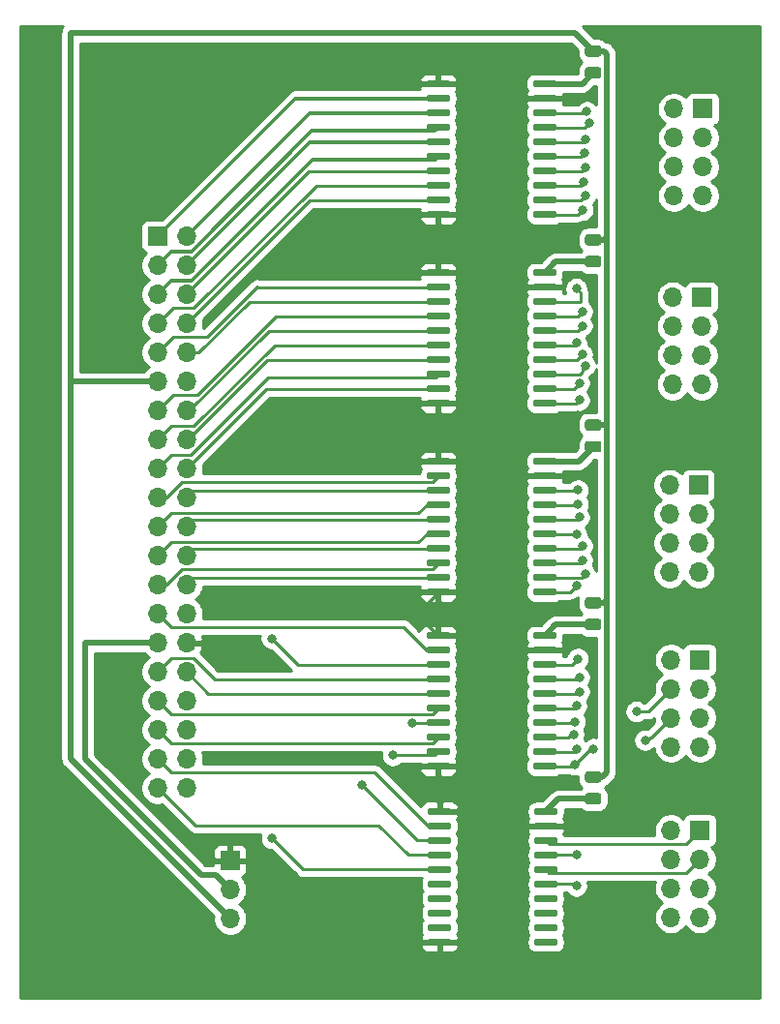
<source format=gbr>
%TF.GenerationSoftware,KiCad,Pcbnew,(5.1.9)-1*%
%TF.CreationDate,2021-03-22T20:32:08-05:00*%
%TF.ProjectId,Buffer board,42756666-6572-4206-926f-6172642e6b69,rev?*%
%TF.SameCoordinates,Original*%
%TF.FileFunction,Copper,L1,Top*%
%TF.FilePolarity,Positive*%
%FSLAX46Y46*%
G04 Gerber Fmt 4.6, Leading zero omitted, Abs format (unit mm)*
G04 Created by KiCad (PCBNEW (5.1.9)-1) date 2021-03-22 20:32:08*
%MOMM*%
%LPD*%
G01*
G04 APERTURE LIST*
%TA.AperFunction,ComponentPad*%
%ADD10O,1.700000X1.700000*%
%TD*%
%TA.AperFunction,ComponentPad*%
%ADD11R,1.700000X1.700000*%
%TD*%
%TA.AperFunction,ViaPad*%
%ADD12C,0.800000*%
%TD*%
%TA.AperFunction,Conductor*%
%ADD13C,0.500000*%
%TD*%
%TA.AperFunction,Conductor*%
%ADD14C,0.250000*%
%TD*%
%TA.AperFunction,Conductor*%
%ADD15C,0.300000*%
%TD*%
%TA.AperFunction,Conductor*%
%ADD16C,0.254000*%
%TD*%
%TA.AperFunction,Conductor*%
%ADD17C,0.100000*%
%TD*%
G04 APERTURE END LIST*
D10*
%TO.P,J7,8*%
%TO.N,Net-(J7-Pad8)*%
X131267200Y-149745700D03*
%TO.P,J7,7*%
%TO.N,Net-(J7-Pad7)*%
X133807200Y-149745700D03*
%TO.P,J7,6*%
%TO.N,Net-(J7-Pad6)*%
X131267200Y-147205700D03*
%TO.P,J7,5*%
%TO.N,Net-(J7-Pad5)*%
X133807200Y-147205700D03*
%TO.P,J7,4*%
%TO.N,/55-4*%
X131267200Y-144665700D03*
%TO.P,J7,3*%
%TO.N,/55-3*%
X133807200Y-144665700D03*
%TO.P,J7,2*%
%TO.N,/55-2*%
X131267200Y-142125700D03*
D11*
%TO.P,J7,1*%
%TO.N,/55-1*%
X133807200Y-142125700D03*
%TD*%
D10*
%TO.P,J6,8*%
%TO.N,/44-8*%
X131267200Y-134823200D03*
%TO.P,J6,7*%
%TO.N,/44-7*%
X133807200Y-134823200D03*
%TO.P,J6,6*%
%TO.N,/44-6*%
X131267200Y-132283200D03*
%TO.P,J6,5*%
%TO.N,/44-5*%
X133807200Y-132283200D03*
%TO.P,J6,4*%
%TO.N,/44-4*%
X131267200Y-129743200D03*
%TO.P,J6,3*%
%TO.N,/44-3*%
X133807200Y-129743200D03*
%TO.P,J6,2*%
%TO.N,/44-2*%
X131267200Y-127203200D03*
D11*
%TO.P,J6,1*%
%TO.N,/44-1*%
X133807200Y-127203200D03*
%TD*%
D10*
%TO.P,J5,8*%
%TO.N,/33-8*%
X131140200Y-119557800D03*
%TO.P,J5,7*%
%TO.N,/33-7*%
X133680200Y-119557800D03*
%TO.P,J5,6*%
%TO.N,/33-6*%
X131140200Y-117017800D03*
%TO.P,J5,5*%
%TO.N,/33-5*%
X133680200Y-117017800D03*
%TO.P,J5,4*%
%TO.N,/33-4*%
X131140200Y-114477800D03*
%TO.P,J5,3*%
%TO.N,/33-3*%
X133680200Y-114477800D03*
%TO.P,J5,2*%
%TO.N,/33-2*%
X131140200Y-111937800D03*
D11*
%TO.P,J5,1*%
%TO.N,/33-1*%
X133680200Y-111937800D03*
%TD*%
D10*
%TO.P,J4,8*%
%TO.N,/22-8*%
X131419600Y-103136700D03*
%TO.P,J4,7*%
%TO.N,/22-7*%
X133959600Y-103136700D03*
%TO.P,J4,6*%
%TO.N,/22-6*%
X131419600Y-100596700D03*
%TO.P,J4,5*%
%TO.N,/22-5*%
X133959600Y-100596700D03*
%TO.P,J4,4*%
%TO.N,/22-4*%
X131419600Y-98056700D03*
%TO.P,J4,3*%
%TO.N,/22-3*%
X133959600Y-98056700D03*
%TO.P,J4,2*%
%TO.N,/22-2*%
X131419600Y-95516700D03*
D11*
%TO.P,J4,1*%
%TO.N,/22-1*%
X133959600Y-95516700D03*
%TD*%
D10*
%TO.P,J3,8*%
%TO.N,/11-8*%
X131521200Y-86639400D03*
%TO.P,J3,7*%
%TO.N,/11-7*%
X134061200Y-86639400D03*
%TO.P,J3,6*%
%TO.N,/11-6*%
X131521200Y-84099400D03*
%TO.P,J3,5*%
%TO.N,/11-5*%
X134061200Y-84099400D03*
%TO.P,J3,4*%
%TO.N,/11-4*%
X131521200Y-81559400D03*
%TO.P,J3,3*%
%TO.N,/11-3*%
X134061200Y-81559400D03*
%TO.P,J3,2*%
%TO.N,/11-2*%
X131521200Y-79019400D03*
D11*
%TO.P,J3,1*%
%TO.N,/11-1*%
X134061200Y-79019400D03*
%TD*%
D10*
%TO.P,J2,3*%
%TO.N,/5V*%
X92710000Y-149860000D03*
%TO.P,J2,2*%
%TO.N,/3.3V*%
X92710000Y-147320000D03*
D11*
%TO.P,J2,1*%
%TO.N,/GND*%
X92710000Y-144780000D03*
%TD*%
D10*
%TO.P,J1,40*%
%TO.N,/5-4*%
X88900000Y-138430000D03*
%TO.P,J1,39*%
%TO.N,/5-3*%
X86360000Y-138430000D03*
%TO.P,J1,38*%
%TO.N,/5-2*%
X88900000Y-135890000D03*
%TO.P,J1,37*%
%TO.N,/5-1*%
X86360000Y-135890000D03*
%TO.P,J1,36*%
%TO.N,/4-8*%
X88900000Y-133350000D03*
%TO.P,J1,35*%
%TO.N,/4-7*%
X86360000Y-133350000D03*
%TO.P,J1,34*%
%TO.N,/4-6*%
X88900000Y-130810000D03*
%TO.P,J1,33*%
%TO.N,/4-5*%
X86360000Y-130810000D03*
%TO.P,J1,32*%
%TO.N,/4-4*%
X88900000Y-128270000D03*
%TO.P,J1,31*%
%TO.N,/4-3*%
X86360000Y-128270000D03*
%TO.P,J1,30*%
%TO.N,/GND*%
X88900000Y-125730000D03*
%TO.P,J1,29*%
%TO.N,/3.3V*%
X86360000Y-125730000D03*
%TO.P,J1,28*%
%TO.N,/4-2*%
X88900000Y-123190000D03*
%TO.P,J1,27*%
%TO.N,/4-1*%
X86360000Y-123190000D03*
%TO.P,J1,26*%
%TO.N,/3-8*%
X88900000Y-120650000D03*
%TO.P,J1,25*%
%TO.N,/3-7*%
X86360000Y-120650000D03*
%TO.P,J1,24*%
%TO.N,/3-6*%
X88900000Y-118110000D03*
%TO.P,J1,23*%
%TO.N,/3-5*%
X86360000Y-118110000D03*
%TO.P,J1,22*%
%TO.N,/3-4*%
X88900000Y-115570000D03*
%TO.P,J1,21*%
%TO.N,/3-3*%
X86360000Y-115570000D03*
%TO.P,J1,20*%
%TO.N,/3-2*%
X88900000Y-113030000D03*
%TO.P,J1,19*%
%TO.N,/3-1*%
X86360000Y-113030000D03*
%TO.P,J1,18*%
%TO.N,/2-8*%
X88900000Y-110490000D03*
%TO.P,J1,17*%
%TO.N,/2-7*%
X86360000Y-110490000D03*
%TO.P,J1,16*%
%TO.N,/2-6*%
X88900000Y-107950000D03*
%TO.P,J1,15*%
%TO.N,/2-5*%
X86360000Y-107950000D03*
%TO.P,J1,14*%
%TO.N,/2-4*%
X88900000Y-105410000D03*
%TO.P,J1,13*%
%TO.N,/2-3*%
X86360000Y-105410000D03*
%TO.P,J1,12*%
%TO.N,/GND*%
X88900000Y-102870000D03*
%TO.P,J1,11*%
%TO.N,/5V*%
X86360000Y-102870000D03*
%TO.P,J1,10*%
%TO.N,/2-2*%
X88900000Y-100330000D03*
%TO.P,J1,9*%
%TO.N,/2-1*%
X86360000Y-100330000D03*
%TO.P,J1,8*%
%TO.N,/1-8*%
X88900000Y-97790000D03*
%TO.P,J1,7*%
%TO.N,/1-7*%
X86360000Y-97790000D03*
%TO.P,J1,6*%
%TO.N,/1-6*%
X88900000Y-95250000D03*
%TO.P,J1,5*%
%TO.N,/1-5*%
X86360000Y-95250000D03*
%TO.P,J1,4*%
%TO.N,/1-4*%
X88900000Y-92710000D03*
%TO.P,J1,3*%
%TO.N,/1-3*%
X86360000Y-92710000D03*
%TO.P,J1,2*%
%TO.N,/1-2*%
X88900000Y-90170000D03*
D11*
%TO.P,J1,1*%
%TO.N,/1-1*%
X86360000Y-90170000D03*
%TD*%
%TO.P,IC5,20*%
%TO.N,Net-(C5-Pad2)*%
%TA.AperFunction,SMDPad,CuDef*%
G36*
G01*
X119296600Y-140637400D02*
X119296600Y-140337400D01*
G75*
G02*
X119446600Y-140187400I150000J0D01*
G01*
X121196600Y-140187400D01*
G75*
G02*
X121346600Y-140337400I0J-150000D01*
G01*
X121346600Y-140637400D01*
G75*
G02*
X121196600Y-140787400I-150000J0D01*
G01*
X119446600Y-140787400D01*
G75*
G02*
X119296600Y-140637400I0J150000D01*
G01*
G37*
%TD.AperFunction*%
%TO.P,IC5,19*%
%TO.N,/GND*%
%TA.AperFunction,SMDPad,CuDef*%
G36*
G01*
X119296600Y-141907400D02*
X119296600Y-141607400D01*
G75*
G02*
X119446600Y-141457400I150000J0D01*
G01*
X121196600Y-141457400D01*
G75*
G02*
X121346600Y-141607400I0J-150000D01*
G01*
X121346600Y-141907400D01*
G75*
G02*
X121196600Y-142057400I-150000J0D01*
G01*
X119446600Y-142057400D01*
G75*
G02*
X119296600Y-141907400I0J150000D01*
G01*
G37*
%TD.AperFunction*%
%TO.P,IC5,18*%
%TO.N,/55-1*%
%TA.AperFunction,SMDPad,CuDef*%
G36*
G01*
X119296600Y-143177400D02*
X119296600Y-142877400D01*
G75*
G02*
X119446600Y-142727400I150000J0D01*
G01*
X121196600Y-142727400D01*
G75*
G02*
X121346600Y-142877400I0J-150000D01*
G01*
X121346600Y-143177400D01*
G75*
G02*
X121196600Y-143327400I-150000J0D01*
G01*
X119446600Y-143327400D01*
G75*
G02*
X119296600Y-143177400I0J150000D01*
G01*
G37*
%TD.AperFunction*%
%TO.P,IC5,17*%
%TO.N,/55-2*%
%TA.AperFunction,SMDPad,CuDef*%
G36*
G01*
X119296600Y-144447400D02*
X119296600Y-144147400D01*
G75*
G02*
X119446600Y-143997400I150000J0D01*
G01*
X121196600Y-143997400D01*
G75*
G02*
X121346600Y-144147400I0J-150000D01*
G01*
X121346600Y-144447400D01*
G75*
G02*
X121196600Y-144597400I-150000J0D01*
G01*
X119446600Y-144597400D01*
G75*
G02*
X119296600Y-144447400I0J150000D01*
G01*
G37*
%TD.AperFunction*%
%TO.P,IC5,16*%
%TO.N,/55-3*%
%TA.AperFunction,SMDPad,CuDef*%
G36*
G01*
X119296600Y-145717400D02*
X119296600Y-145417400D01*
G75*
G02*
X119446600Y-145267400I150000J0D01*
G01*
X121196600Y-145267400D01*
G75*
G02*
X121346600Y-145417400I0J-150000D01*
G01*
X121346600Y-145717400D01*
G75*
G02*
X121196600Y-145867400I-150000J0D01*
G01*
X119446600Y-145867400D01*
G75*
G02*
X119296600Y-145717400I0J150000D01*
G01*
G37*
%TD.AperFunction*%
%TO.P,IC5,15*%
%TO.N,/55-4*%
%TA.AperFunction,SMDPad,CuDef*%
G36*
G01*
X119296600Y-146987400D02*
X119296600Y-146687400D01*
G75*
G02*
X119446600Y-146537400I150000J0D01*
G01*
X121196600Y-146537400D01*
G75*
G02*
X121346600Y-146687400I0J-150000D01*
G01*
X121346600Y-146987400D01*
G75*
G02*
X121196600Y-147137400I-150000J0D01*
G01*
X119446600Y-147137400D01*
G75*
G02*
X119296600Y-146987400I0J150000D01*
G01*
G37*
%TD.AperFunction*%
%TO.P,IC5,14*%
%TO.N,Net-(IC5-Pad14)*%
%TA.AperFunction,SMDPad,CuDef*%
G36*
G01*
X119296600Y-148257400D02*
X119296600Y-147957400D01*
G75*
G02*
X119446600Y-147807400I150000J0D01*
G01*
X121196600Y-147807400D01*
G75*
G02*
X121346600Y-147957400I0J-150000D01*
G01*
X121346600Y-148257400D01*
G75*
G02*
X121196600Y-148407400I-150000J0D01*
G01*
X119446600Y-148407400D01*
G75*
G02*
X119296600Y-148257400I0J150000D01*
G01*
G37*
%TD.AperFunction*%
%TO.P,IC5,13*%
%TO.N,Net-(IC5-Pad13)*%
%TA.AperFunction,SMDPad,CuDef*%
G36*
G01*
X119296600Y-149527400D02*
X119296600Y-149227400D01*
G75*
G02*
X119446600Y-149077400I150000J0D01*
G01*
X121196600Y-149077400D01*
G75*
G02*
X121346600Y-149227400I0J-150000D01*
G01*
X121346600Y-149527400D01*
G75*
G02*
X121196600Y-149677400I-150000J0D01*
G01*
X119446600Y-149677400D01*
G75*
G02*
X119296600Y-149527400I0J150000D01*
G01*
G37*
%TD.AperFunction*%
%TO.P,IC5,12*%
%TO.N,Net-(IC5-Pad12)*%
%TA.AperFunction,SMDPad,CuDef*%
G36*
G01*
X119296600Y-150797400D02*
X119296600Y-150497400D01*
G75*
G02*
X119446600Y-150347400I150000J0D01*
G01*
X121196600Y-150347400D01*
G75*
G02*
X121346600Y-150497400I0J-150000D01*
G01*
X121346600Y-150797400D01*
G75*
G02*
X121196600Y-150947400I-150000J0D01*
G01*
X119446600Y-150947400D01*
G75*
G02*
X119296600Y-150797400I0J150000D01*
G01*
G37*
%TD.AperFunction*%
%TO.P,IC5,11*%
%TO.N,Net-(IC5-Pad11)*%
%TA.AperFunction,SMDPad,CuDef*%
G36*
G01*
X119296600Y-152067400D02*
X119296600Y-151767400D01*
G75*
G02*
X119446600Y-151617400I150000J0D01*
G01*
X121196600Y-151617400D01*
G75*
G02*
X121346600Y-151767400I0J-150000D01*
G01*
X121346600Y-152067400D01*
G75*
G02*
X121196600Y-152217400I-150000J0D01*
G01*
X119446600Y-152217400D01*
G75*
G02*
X119296600Y-152067400I0J150000D01*
G01*
G37*
%TD.AperFunction*%
%TO.P,IC5,10*%
%TO.N,/GND*%
%TA.AperFunction,SMDPad,CuDef*%
G36*
G01*
X109996600Y-152067400D02*
X109996600Y-151767400D01*
G75*
G02*
X110146600Y-151617400I150000J0D01*
G01*
X111896600Y-151617400D01*
G75*
G02*
X112046600Y-151767400I0J-150000D01*
G01*
X112046600Y-152067400D01*
G75*
G02*
X111896600Y-152217400I-150000J0D01*
G01*
X110146600Y-152217400D01*
G75*
G02*
X109996600Y-152067400I0J150000D01*
G01*
G37*
%TD.AperFunction*%
%TO.P,IC5,9*%
%TO.N,Net-(IC5-Pad9)*%
%TA.AperFunction,SMDPad,CuDef*%
G36*
G01*
X109996600Y-150797400D02*
X109996600Y-150497400D01*
G75*
G02*
X110146600Y-150347400I150000J0D01*
G01*
X111896600Y-150347400D01*
G75*
G02*
X112046600Y-150497400I0J-150000D01*
G01*
X112046600Y-150797400D01*
G75*
G02*
X111896600Y-150947400I-150000J0D01*
G01*
X110146600Y-150947400D01*
G75*
G02*
X109996600Y-150797400I0J150000D01*
G01*
G37*
%TD.AperFunction*%
%TO.P,IC5,8*%
%TO.N,Net-(IC5-Pad8)*%
%TA.AperFunction,SMDPad,CuDef*%
G36*
G01*
X109996600Y-149527400D02*
X109996600Y-149227400D01*
G75*
G02*
X110146600Y-149077400I150000J0D01*
G01*
X111896600Y-149077400D01*
G75*
G02*
X112046600Y-149227400I0J-150000D01*
G01*
X112046600Y-149527400D01*
G75*
G02*
X111896600Y-149677400I-150000J0D01*
G01*
X110146600Y-149677400D01*
G75*
G02*
X109996600Y-149527400I0J150000D01*
G01*
G37*
%TD.AperFunction*%
%TO.P,IC5,7*%
%TO.N,Net-(IC5-Pad7)*%
%TA.AperFunction,SMDPad,CuDef*%
G36*
G01*
X109996600Y-148257400D02*
X109996600Y-147957400D01*
G75*
G02*
X110146600Y-147807400I150000J0D01*
G01*
X111896600Y-147807400D01*
G75*
G02*
X112046600Y-147957400I0J-150000D01*
G01*
X112046600Y-148257400D01*
G75*
G02*
X111896600Y-148407400I-150000J0D01*
G01*
X110146600Y-148407400D01*
G75*
G02*
X109996600Y-148257400I0J150000D01*
G01*
G37*
%TD.AperFunction*%
%TO.P,IC5,6*%
%TO.N,Net-(IC5-Pad6)*%
%TA.AperFunction,SMDPad,CuDef*%
G36*
G01*
X109996600Y-146987400D02*
X109996600Y-146687400D01*
G75*
G02*
X110146600Y-146537400I150000J0D01*
G01*
X111896600Y-146537400D01*
G75*
G02*
X112046600Y-146687400I0J-150000D01*
G01*
X112046600Y-146987400D01*
G75*
G02*
X111896600Y-147137400I-150000J0D01*
G01*
X110146600Y-147137400D01*
G75*
G02*
X109996600Y-146987400I0J150000D01*
G01*
G37*
%TD.AperFunction*%
%TO.P,IC5,5*%
%TO.N,/5-4*%
%TA.AperFunction,SMDPad,CuDef*%
G36*
G01*
X109996600Y-145717400D02*
X109996600Y-145417400D01*
G75*
G02*
X110146600Y-145267400I150000J0D01*
G01*
X111896600Y-145267400D01*
G75*
G02*
X112046600Y-145417400I0J-150000D01*
G01*
X112046600Y-145717400D01*
G75*
G02*
X111896600Y-145867400I-150000J0D01*
G01*
X110146600Y-145867400D01*
G75*
G02*
X109996600Y-145717400I0J150000D01*
G01*
G37*
%TD.AperFunction*%
%TO.P,IC5,4*%
%TO.N,/5-3*%
%TA.AperFunction,SMDPad,CuDef*%
G36*
G01*
X109996600Y-144447400D02*
X109996600Y-144147400D01*
G75*
G02*
X110146600Y-143997400I150000J0D01*
G01*
X111896600Y-143997400D01*
G75*
G02*
X112046600Y-144147400I0J-150000D01*
G01*
X112046600Y-144447400D01*
G75*
G02*
X111896600Y-144597400I-150000J0D01*
G01*
X110146600Y-144597400D01*
G75*
G02*
X109996600Y-144447400I0J150000D01*
G01*
G37*
%TD.AperFunction*%
%TO.P,IC5,3*%
%TO.N,/5-2*%
%TA.AperFunction,SMDPad,CuDef*%
G36*
G01*
X109996600Y-143177400D02*
X109996600Y-142877400D01*
G75*
G02*
X110146600Y-142727400I150000J0D01*
G01*
X111896600Y-142727400D01*
G75*
G02*
X112046600Y-142877400I0J-150000D01*
G01*
X112046600Y-143177400D01*
G75*
G02*
X111896600Y-143327400I-150000J0D01*
G01*
X110146600Y-143327400D01*
G75*
G02*
X109996600Y-143177400I0J150000D01*
G01*
G37*
%TD.AperFunction*%
%TO.P,IC5,2*%
%TO.N,/5-1*%
%TA.AperFunction,SMDPad,CuDef*%
G36*
G01*
X109996600Y-141907400D02*
X109996600Y-141607400D01*
G75*
G02*
X110146600Y-141457400I150000J0D01*
G01*
X111896600Y-141457400D01*
G75*
G02*
X112046600Y-141607400I0J-150000D01*
G01*
X112046600Y-141907400D01*
G75*
G02*
X111896600Y-142057400I-150000J0D01*
G01*
X110146600Y-142057400D01*
G75*
G02*
X109996600Y-141907400I0J150000D01*
G01*
G37*
%TD.AperFunction*%
%TO.P,IC5,1*%
%TO.N,/GND*%
%TA.AperFunction,SMDPad,CuDef*%
G36*
G01*
X109996600Y-140637400D02*
X109996600Y-140337400D01*
G75*
G02*
X110146600Y-140187400I150000J0D01*
G01*
X111896600Y-140187400D01*
G75*
G02*
X112046600Y-140337400I0J-150000D01*
G01*
X112046600Y-140637400D01*
G75*
G02*
X111896600Y-140787400I-150000J0D01*
G01*
X110146600Y-140787400D01*
G75*
G02*
X109996600Y-140637400I0J150000D01*
G01*
G37*
%TD.AperFunction*%
%TD*%
%TO.P,IC4,20*%
%TO.N,Net-(C4-Pad2)*%
%TA.AperFunction,SMDPad,CuDef*%
G36*
G01*
X119195000Y-125245000D02*
X119195000Y-124945000D01*
G75*
G02*
X119345000Y-124795000I150000J0D01*
G01*
X121095000Y-124795000D01*
G75*
G02*
X121245000Y-124945000I0J-150000D01*
G01*
X121245000Y-125245000D01*
G75*
G02*
X121095000Y-125395000I-150000J0D01*
G01*
X119345000Y-125395000D01*
G75*
G02*
X119195000Y-125245000I0J150000D01*
G01*
G37*
%TD.AperFunction*%
%TO.P,IC4,19*%
%TO.N,/GND*%
%TA.AperFunction,SMDPad,CuDef*%
G36*
G01*
X119195000Y-126515000D02*
X119195000Y-126215000D01*
G75*
G02*
X119345000Y-126065000I150000J0D01*
G01*
X121095000Y-126065000D01*
G75*
G02*
X121245000Y-126215000I0J-150000D01*
G01*
X121245000Y-126515000D01*
G75*
G02*
X121095000Y-126665000I-150000J0D01*
G01*
X119345000Y-126665000D01*
G75*
G02*
X119195000Y-126515000I0J150000D01*
G01*
G37*
%TD.AperFunction*%
%TO.P,IC4,18*%
%TO.N,/44-1*%
%TA.AperFunction,SMDPad,CuDef*%
G36*
G01*
X119195000Y-127785000D02*
X119195000Y-127485000D01*
G75*
G02*
X119345000Y-127335000I150000J0D01*
G01*
X121095000Y-127335000D01*
G75*
G02*
X121245000Y-127485000I0J-150000D01*
G01*
X121245000Y-127785000D01*
G75*
G02*
X121095000Y-127935000I-150000J0D01*
G01*
X119345000Y-127935000D01*
G75*
G02*
X119195000Y-127785000I0J150000D01*
G01*
G37*
%TD.AperFunction*%
%TO.P,IC4,17*%
%TO.N,/44-2*%
%TA.AperFunction,SMDPad,CuDef*%
G36*
G01*
X119195000Y-129055000D02*
X119195000Y-128755000D01*
G75*
G02*
X119345000Y-128605000I150000J0D01*
G01*
X121095000Y-128605000D01*
G75*
G02*
X121245000Y-128755000I0J-150000D01*
G01*
X121245000Y-129055000D01*
G75*
G02*
X121095000Y-129205000I-150000J0D01*
G01*
X119345000Y-129205000D01*
G75*
G02*
X119195000Y-129055000I0J150000D01*
G01*
G37*
%TD.AperFunction*%
%TO.P,IC4,16*%
%TO.N,/44-3*%
%TA.AperFunction,SMDPad,CuDef*%
G36*
G01*
X119195000Y-130325000D02*
X119195000Y-130025000D01*
G75*
G02*
X119345000Y-129875000I150000J0D01*
G01*
X121095000Y-129875000D01*
G75*
G02*
X121245000Y-130025000I0J-150000D01*
G01*
X121245000Y-130325000D01*
G75*
G02*
X121095000Y-130475000I-150000J0D01*
G01*
X119345000Y-130475000D01*
G75*
G02*
X119195000Y-130325000I0J150000D01*
G01*
G37*
%TD.AperFunction*%
%TO.P,IC4,15*%
%TO.N,/44-4*%
%TA.AperFunction,SMDPad,CuDef*%
G36*
G01*
X119195000Y-131595000D02*
X119195000Y-131295000D01*
G75*
G02*
X119345000Y-131145000I150000J0D01*
G01*
X121095000Y-131145000D01*
G75*
G02*
X121245000Y-131295000I0J-150000D01*
G01*
X121245000Y-131595000D01*
G75*
G02*
X121095000Y-131745000I-150000J0D01*
G01*
X119345000Y-131745000D01*
G75*
G02*
X119195000Y-131595000I0J150000D01*
G01*
G37*
%TD.AperFunction*%
%TO.P,IC4,14*%
%TO.N,/44-5*%
%TA.AperFunction,SMDPad,CuDef*%
G36*
G01*
X119195000Y-132865000D02*
X119195000Y-132565000D01*
G75*
G02*
X119345000Y-132415000I150000J0D01*
G01*
X121095000Y-132415000D01*
G75*
G02*
X121245000Y-132565000I0J-150000D01*
G01*
X121245000Y-132865000D01*
G75*
G02*
X121095000Y-133015000I-150000J0D01*
G01*
X119345000Y-133015000D01*
G75*
G02*
X119195000Y-132865000I0J150000D01*
G01*
G37*
%TD.AperFunction*%
%TO.P,IC4,13*%
%TO.N,/44-6*%
%TA.AperFunction,SMDPad,CuDef*%
G36*
G01*
X119195000Y-134135000D02*
X119195000Y-133835000D01*
G75*
G02*
X119345000Y-133685000I150000J0D01*
G01*
X121095000Y-133685000D01*
G75*
G02*
X121245000Y-133835000I0J-150000D01*
G01*
X121245000Y-134135000D01*
G75*
G02*
X121095000Y-134285000I-150000J0D01*
G01*
X119345000Y-134285000D01*
G75*
G02*
X119195000Y-134135000I0J150000D01*
G01*
G37*
%TD.AperFunction*%
%TO.P,IC4,12*%
%TO.N,/44-7*%
%TA.AperFunction,SMDPad,CuDef*%
G36*
G01*
X119195000Y-135405000D02*
X119195000Y-135105000D01*
G75*
G02*
X119345000Y-134955000I150000J0D01*
G01*
X121095000Y-134955000D01*
G75*
G02*
X121245000Y-135105000I0J-150000D01*
G01*
X121245000Y-135405000D01*
G75*
G02*
X121095000Y-135555000I-150000J0D01*
G01*
X119345000Y-135555000D01*
G75*
G02*
X119195000Y-135405000I0J150000D01*
G01*
G37*
%TD.AperFunction*%
%TO.P,IC4,11*%
%TO.N,/44-8*%
%TA.AperFunction,SMDPad,CuDef*%
G36*
G01*
X119195000Y-136675000D02*
X119195000Y-136375000D01*
G75*
G02*
X119345000Y-136225000I150000J0D01*
G01*
X121095000Y-136225000D01*
G75*
G02*
X121245000Y-136375000I0J-150000D01*
G01*
X121245000Y-136675000D01*
G75*
G02*
X121095000Y-136825000I-150000J0D01*
G01*
X119345000Y-136825000D01*
G75*
G02*
X119195000Y-136675000I0J150000D01*
G01*
G37*
%TD.AperFunction*%
%TO.P,IC4,10*%
%TO.N,/GND*%
%TA.AperFunction,SMDPad,CuDef*%
G36*
G01*
X109895000Y-136675000D02*
X109895000Y-136375000D01*
G75*
G02*
X110045000Y-136225000I150000J0D01*
G01*
X111795000Y-136225000D01*
G75*
G02*
X111945000Y-136375000I0J-150000D01*
G01*
X111945000Y-136675000D01*
G75*
G02*
X111795000Y-136825000I-150000J0D01*
G01*
X110045000Y-136825000D01*
G75*
G02*
X109895000Y-136675000I0J150000D01*
G01*
G37*
%TD.AperFunction*%
%TO.P,IC4,9*%
%TO.N,/4-8*%
%TA.AperFunction,SMDPad,CuDef*%
G36*
G01*
X109895000Y-135405000D02*
X109895000Y-135105000D01*
G75*
G02*
X110045000Y-134955000I150000J0D01*
G01*
X111795000Y-134955000D01*
G75*
G02*
X111945000Y-135105000I0J-150000D01*
G01*
X111945000Y-135405000D01*
G75*
G02*
X111795000Y-135555000I-150000J0D01*
G01*
X110045000Y-135555000D01*
G75*
G02*
X109895000Y-135405000I0J150000D01*
G01*
G37*
%TD.AperFunction*%
%TO.P,IC4,8*%
%TO.N,/4-7*%
%TA.AperFunction,SMDPad,CuDef*%
G36*
G01*
X109895000Y-134135000D02*
X109895000Y-133835000D01*
G75*
G02*
X110045000Y-133685000I150000J0D01*
G01*
X111795000Y-133685000D01*
G75*
G02*
X111945000Y-133835000I0J-150000D01*
G01*
X111945000Y-134135000D01*
G75*
G02*
X111795000Y-134285000I-150000J0D01*
G01*
X110045000Y-134285000D01*
G75*
G02*
X109895000Y-134135000I0J150000D01*
G01*
G37*
%TD.AperFunction*%
%TO.P,IC4,7*%
%TO.N,/4-6*%
%TA.AperFunction,SMDPad,CuDef*%
G36*
G01*
X109895000Y-132865000D02*
X109895000Y-132565000D01*
G75*
G02*
X110045000Y-132415000I150000J0D01*
G01*
X111795000Y-132415000D01*
G75*
G02*
X111945000Y-132565000I0J-150000D01*
G01*
X111945000Y-132865000D01*
G75*
G02*
X111795000Y-133015000I-150000J0D01*
G01*
X110045000Y-133015000D01*
G75*
G02*
X109895000Y-132865000I0J150000D01*
G01*
G37*
%TD.AperFunction*%
%TO.P,IC4,6*%
%TO.N,/4-5*%
%TA.AperFunction,SMDPad,CuDef*%
G36*
G01*
X109895000Y-131595000D02*
X109895000Y-131295000D01*
G75*
G02*
X110045000Y-131145000I150000J0D01*
G01*
X111795000Y-131145000D01*
G75*
G02*
X111945000Y-131295000I0J-150000D01*
G01*
X111945000Y-131595000D01*
G75*
G02*
X111795000Y-131745000I-150000J0D01*
G01*
X110045000Y-131745000D01*
G75*
G02*
X109895000Y-131595000I0J150000D01*
G01*
G37*
%TD.AperFunction*%
%TO.P,IC4,5*%
%TO.N,/4-4*%
%TA.AperFunction,SMDPad,CuDef*%
G36*
G01*
X109895000Y-130325000D02*
X109895000Y-130025000D01*
G75*
G02*
X110045000Y-129875000I150000J0D01*
G01*
X111795000Y-129875000D01*
G75*
G02*
X111945000Y-130025000I0J-150000D01*
G01*
X111945000Y-130325000D01*
G75*
G02*
X111795000Y-130475000I-150000J0D01*
G01*
X110045000Y-130475000D01*
G75*
G02*
X109895000Y-130325000I0J150000D01*
G01*
G37*
%TD.AperFunction*%
%TO.P,IC4,4*%
%TO.N,/4-3*%
%TA.AperFunction,SMDPad,CuDef*%
G36*
G01*
X109895000Y-129055000D02*
X109895000Y-128755000D01*
G75*
G02*
X110045000Y-128605000I150000J0D01*
G01*
X111795000Y-128605000D01*
G75*
G02*
X111945000Y-128755000I0J-150000D01*
G01*
X111945000Y-129055000D01*
G75*
G02*
X111795000Y-129205000I-150000J0D01*
G01*
X110045000Y-129205000D01*
G75*
G02*
X109895000Y-129055000I0J150000D01*
G01*
G37*
%TD.AperFunction*%
%TO.P,IC4,3*%
%TO.N,/4-2*%
%TA.AperFunction,SMDPad,CuDef*%
G36*
G01*
X109895000Y-127785000D02*
X109895000Y-127485000D01*
G75*
G02*
X110045000Y-127335000I150000J0D01*
G01*
X111795000Y-127335000D01*
G75*
G02*
X111945000Y-127485000I0J-150000D01*
G01*
X111945000Y-127785000D01*
G75*
G02*
X111795000Y-127935000I-150000J0D01*
G01*
X110045000Y-127935000D01*
G75*
G02*
X109895000Y-127785000I0J150000D01*
G01*
G37*
%TD.AperFunction*%
%TO.P,IC4,2*%
%TO.N,/4-1*%
%TA.AperFunction,SMDPad,CuDef*%
G36*
G01*
X109895000Y-126515000D02*
X109895000Y-126215000D01*
G75*
G02*
X110045000Y-126065000I150000J0D01*
G01*
X111795000Y-126065000D01*
G75*
G02*
X111945000Y-126215000I0J-150000D01*
G01*
X111945000Y-126515000D01*
G75*
G02*
X111795000Y-126665000I-150000J0D01*
G01*
X110045000Y-126665000D01*
G75*
G02*
X109895000Y-126515000I0J150000D01*
G01*
G37*
%TD.AperFunction*%
%TO.P,IC4,1*%
%TO.N,/GND*%
%TA.AperFunction,SMDPad,CuDef*%
G36*
G01*
X109895000Y-125245000D02*
X109895000Y-124945000D01*
G75*
G02*
X110045000Y-124795000I150000J0D01*
G01*
X111795000Y-124795000D01*
G75*
G02*
X111945000Y-124945000I0J-150000D01*
G01*
X111945000Y-125245000D01*
G75*
G02*
X111795000Y-125395000I-150000J0D01*
G01*
X110045000Y-125395000D01*
G75*
G02*
X109895000Y-125245000I0J150000D01*
G01*
G37*
%TD.AperFunction*%
%TD*%
%TO.P,IC3,20*%
%TO.N,Net-(C3-Pad2)*%
%TA.AperFunction,SMDPad,CuDef*%
G36*
G01*
X119195000Y-110005000D02*
X119195000Y-109705000D01*
G75*
G02*
X119345000Y-109555000I150000J0D01*
G01*
X121095000Y-109555000D01*
G75*
G02*
X121245000Y-109705000I0J-150000D01*
G01*
X121245000Y-110005000D01*
G75*
G02*
X121095000Y-110155000I-150000J0D01*
G01*
X119345000Y-110155000D01*
G75*
G02*
X119195000Y-110005000I0J150000D01*
G01*
G37*
%TD.AperFunction*%
%TO.P,IC3,19*%
%TO.N,/GND*%
%TA.AperFunction,SMDPad,CuDef*%
G36*
G01*
X119195000Y-111275000D02*
X119195000Y-110975000D01*
G75*
G02*
X119345000Y-110825000I150000J0D01*
G01*
X121095000Y-110825000D01*
G75*
G02*
X121245000Y-110975000I0J-150000D01*
G01*
X121245000Y-111275000D01*
G75*
G02*
X121095000Y-111425000I-150000J0D01*
G01*
X119345000Y-111425000D01*
G75*
G02*
X119195000Y-111275000I0J150000D01*
G01*
G37*
%TD.AperFunction*%
%TO.P,IC3,18*%
%TO.N,/33-1*%
%TA.AperFunction,SMDPad,CuDef*%
G36*
G01*
X119195000Y-112545000D02*
X119195000Y-112245000D01*
G75*
G02*
X119345000Y-112095000I150000J0D01*
G01*
X121095000Y-112095000D01*
G75*
G02*
X121245000Y-112245000I0J-150000D01*
G01*
X121245000Y-112545000D01*
G75*
G02*
X121095000Y-112695000I-150000J0D01*
G01*
X119345000Y-112695000D01*
G75*
G02*
X119195000Y-112545000I0J150000D01*
G01*
G37*
%TD.AperFunction*%
%TO.P,IC3,17*%
%TO.N,/33-2*%
%TA.AperFunction,SMDPad,CuDef*%
G36*
G01*
X119195000Y-113815000D02*
X119195000Y-113515000D01*
G75*
G02*
X119345000Y-113365000I150000J0D01*
G01*
X121095000Y-113365000D01*
G75*
G02*
X121245000Y-113515000I0J-150000D01*
G01*
X121245000Y-113815000D01*
G75*
G02*
X121095000Y-113965000I-150000J0D01*
G01*
X119345000Y-113965000D01*
G75*
G02*
X119195000Y-113815000I0J150000D01*
G01*
G37*
%TD.AperFunction*%
%TO.P,IC3,16*%
%TO.N,/33-3*%
%TA.AperFunction,SMDPad,CuDef*%
G36*
G01*
X119195000Y-115085000D02*
X119195000Y-114785000D01*
G75*
G02*
X119345000Y-114635000I150000J0D01*
G01*
X121095000Y-114635000D01*
G75*
G02*
X121245000Y-114785000I0J-150000D01*
G01*
X121245000Y-115085000D01*
G75*
G02*
X121095000Y-115235000I-150000J0D01*
G01*
X119345000Y-115235000D01*
G75*
G02*
X119195000Y-115085000I0J150000D01*
G01*
G37*
%TD.AperFunction*%
%TO.P,IC3,15*%
%TO.N,/33-4*%
%TA.AperFunction,SMDPad,CuDef*%
G36*
G01*
X119195000Y-116355000D02*
X119195000Y-116055000D01*
G75*
G02*
X119345000Y-115905000I150000J0D01*
G01*
X121095000Y-115905000D01*
G75*
G02*
X121245000Y-116055000I0J-150000D01*
G01*
X121245000Y-116355000D01*
G75*
G02*
X121095000Y-116505000I-150000J0D01*
G01*
X119345000Y-116505000D01*
G75*
G02*
X119195000Y-116355000I0J150000D01*
G01*
G37*
%TD.AperFunction*%
%TO.P,IC3,14*%
%TO.N,/33-5*%
%TA.AperFunction,SMDPad,CuDef*%
G36*
G01*
X119195000Y-117625000D02*
X119195000Y-117325000D01*
G75*
G02*
X119345000Y-117175000I150000J0D01*
G01*
X121095000Y-117175000D01*
G75*
G02*
X121245000Y-117325000I0J-150000D01*
G01*
X121245000Y-117625000D01*
G75*
G02*
X121095000Y-117775000I-150000J0D01*
G01*
X119345000Y-117775000D01*
G75*
G02*
X119195000Y-117625000I0J150000D01*
G01*
G37*
%TD.AperFunction*%
%TO.P,IC3,13*%
%TO.N,/33-6*%
%TA.AperFunction,SMDPad,CuDef*%
G36*
G01*
X119195000Y-118895000D02*
X119195000Y-118595000D01*
G75*
G02*
X119345000Y-118445000I150000J0D01*
G01*
X121095000Y-118445000D01*
G75*
G02*
X121245000Y-118595000I0J-150000D01*
G01*
X121245000Y-118895000D01*
G75*
G02*
X121095000Y-119045000I-150000J0D01*
G01*
X119345000Y-119045000D01*
G75*
G02*
X119195000Y-118895000I0J150000D01*
G01*
G37*
%TD.AperFunction*%
%TO.P,IC3,12*%
%TO.N,/33-7*%
%TA.AperFunction,SMDPad,CuDef*%
G36*
G01*
X119195000Y-120165000D02*
X119195000Y-119865000D01*
G75*
G02*
X119345000Y-119715000I150000J0D01*
G01*
X121095000Y-119715000D01*
G75*
G02*
X121245000Y-119865000I0J-150000D01*
G01*
X121245000Y-120165000D01*
G75*
G02*
X121095000Y-120315000I-150000J0D01*
G01*
X119345000Y-120315000D01*
G75*
G02*
X119195000Y-120165000I0J150000D01*
G01*
G37*
%TD.AperFunction*%
%TO.P,IC3,11*%
%TO.N,/33-8*%
%TA.AperFunction,SMDPad,CuDef*%
G36*
G01*
X119195000Y-121435000D02*
X119195000Y-121135000D01*
G75*
G02*
X119345000Y-120985000I150000J0D01*
G01*
X121095000Y-120985000D01*
G75*
G02*
X121245000Y-121135000I0J-150000D01*
G01*
X121245000Y-121435000D01*
G75*
G02*
X121095000Y-121585000I-150000J0D01*
G01*
X119345000Y-121585000D01*
G75*
G02*
X119195000Y-121435000I0J150000D01*
G01*
G37*
%TD.AperFunction*%
%TO.P,IC3,10*%
%TO.N,/GND*%
%TA.AperFunction,SMDPad,CuDef*%
G36*
G01*
X109895000Y-121435000D02*
X109895000Y-121135000D01*
G75*
G02*
X110045000Y-120985000I150000J0D01*
G01*
X111795000Y-120985000D01*
G75*
G02*
X111945000Y-121135000I0J-150000D01*
G01*
X111945000Y-121435000D01*
G75*
G02*
X111795000Y-121585000I-150000J0D01*
G01*
X110045000Y-121585000D01*
G75*
G02*
X109895000Y-121435000I0J150000D01*
G01*
G37*
%TD.AperFunction*%
%TO.P,IC3,9*%
%TO.N,/3-8*%
%TA.AperFunction,SMDPad,CuDef*%
G36*
G01*
X109895000Y-120165000D02*
X109895000Y-119865000D01*
G75*
G02*
X110045000Y-119715000I150000J0D01*
G01*
X111795000Y-119715000D01*
G75*
G02*
X111945000Y-119865000I0J-150000D01*
G01*
X111945000Y-120165000D01*
G75*
G02*
X111795000Y-120315000I-150000J0D01*
G01*
X110045000Y-120315000D01*
G75*
G02*
X109895000Y-120165000I0J150000D01*
G01*
G37*
%TD.AperFunction*%
%TO.P,IC3,8*%
%TO.N,/3-7*%
%TA.AperFunction,SMDPad,CuDef*%
G36*
G01*
X109895000Y-118895000D02*
X109895000Y-118595000D01*
G75*
G02*
X110045000Y-118445000I150000J0D01*
G01*
X111795000Y-118445000D01*
G75*
G02*
X111945000Y-118595000I0J-150000D01*
G01*
X111945000Y-118895000D01*
G75*
G02*
X111795000Y-119045000I-150000J0D01*
G01*
X110045000Y-119045000D01*
G75*
G02*
X109895000Y-118895000I0J150000D01*
G01*
G37*
%TD.AperFunction*%
%TO.P,IC3,7*%
%TO.N,/3-6*%
%TA.AperFunction,SMDPad,CuDef*%
G36*
G01*
X109895000Y-117625000D02*
X109895000Y-117325000D01*
G75*
G02*
X110045000Y-117175000I150000J0D01*
G01*
X111795000Y-117175000D01*
G75*
G02*
X111945000Y-117325000I0J-150000D01*
G01*
X111945000Y-117625000D01*
G75*
G02*
X111795000Y-117775000I-150000J0D01*
G01*
X110045000Y-117775000D01*
G75*
G02*
X109895000Y-117625000I0J150000D01*
G01*
G37*
%TD.AperFunction*%
%TO.P,IC3,6*%
%TO.N,/3-5*%
%TA.AperFunction,SMDPad,CuDef*%
G36*
G01*
X109895000Y-116355000D02*
X109895000Y-116055000D01*
G75*
G02*
X110045000Y-115905000I150000J0D01*
G01*
X111795000Y-115905000D01*
G75*
G02*
X111945000Y-116055000I0J-150000D01*
G01*
X111945000Y-116355000D01*
G75*
G02*
X111795000Y-116505000I-150000J0D01*
G01*
X110045000Y-116505000D01*
G75*
G02*
X109895000Y-116355000I0J150000D01*
G01*
G37*
%TD.AperFunction*%
%TO.P,IC3,5*%
%TO.N,/3-4*%
%TA.AperFunction,SMDPad,CuDef*%
G36*
G01*
X109895000Y-115085000D02*
X109895000Y-114785000D01*
G75*
G02*
X110045000Y-114635000I150000J0D01*
G01*
X111795000Y-114635000D01*
G75*
G02*
X111945000Y-114785000I0J-150000D01*
G01*
X111945000Y-115085000D01*
G75*
G02*
X111795000Y-115235000I-150000J0D01*
G01*
X110045000Y-115235000D01*
G75*
G02*
X109895000Y-115085000I0J150000D01*
G01*
G37*
%TD.AperFunction*%
%TO.P,IC3,4*%
%TO.N,/3-3*%
%TA.AperFunction,SMDPad,CuDef*%
G36*
G01*
X109895000Y-113815000D02*
X109895000Y-113515000D01*
G75*
G02*
X110045000Y-113365000I150000J0D01*
G01*
X111795000Y-113365000D01*
G75*
G02*
X111945000Y-113515000I0J-150000D01*
G01*
X111945000Y-113815000D01*
G75*
G02*
X111795000Y-113965000I-150000J0D01*
G01*
X110045000Y-113965000D01*
G75*
G02*
X109895000Y-113815000I0J150000D01*
G01*
G37*
%TD.AperFunction*%
%TO.P,IC3,3*%
%TO.N,/3-2*%
%TA.AperFunction,SMDPad,CuDef*%
G36*
G01*
X109895000Y-112545000D02*
X109895000Y-112245000D01*
G75*
G02*
X110045000Y-112095000I150000J0D01*
G01*
X111795000Y-112095000D01*
G75*
G02*
X111945000Y-112245000I0J-150000D01*
G01*
X111945000Y-112545000D01*
G75*
G02*
X111795000Y-112695000I-150000J0D01*
G01*
X110045000Y-112695000D01*
G75*
G02*
X109895000Y-112545000I0J150000D01*
G01*
G37*
%TD.AperFunction*%
%TO.P,IC3,2*%
%TO.N,/3-1*%
%TA.AperFunction,SMDPad,CuDef*%
G36*
G01*
X109895000Y-111275000D02*
X109895000Y-110975000D01*
G75*
G02*
X110045000Y-110825000I150000J0D01*
G01*
X111795000Y-110825000D01*
G75*
G02*
X111945000Y-110975000I0J-150000D01*
G01*
X111945000Y-111275000D01*
G75*
G02*
X111795000Y-111425000I-150000J0D01*
G01*
X110045000Y-111425000D01*
G75*
G02*
X109895000Y-111275000I0J150000D01*
G01*
G37*
%TD.AperFunction*%
%TO.P,IC3,1*%
%TO.N,/GND*%
%TA.AperFunction,SMDPad,CuDef*%
G36*
G01*
X109895000Y-110005000D02*
X109895000Y-109705000D01*
G75*
G02*
X110045000Y-109555000I150000J0D01*
G01*
X111795000Y-109555000D01*
G75*
G02*
X111945000Y-109705000I0J-150000D01*
G01*
X111945000Y-110005000D01*
G75*
G02*
X111795000Y-110155000I-150000J0D01*
G01*
X110045000Y-110155000D01*
G75*
G02*
X109895000Y-110005000I0J150000D01*
G01*
G37*
%TD.AperFunction*%
%TD*%
%TO.P,IC2,20*%
%TO.N,Net-(C2-Pad2)*%
%TA.AperFunction,SMDPad,CuDef*%
G36*
G01*
X119195000Y-93495000D02*
X119195000Y-93195000D01*
G75*
G02*
X119345000Y-93045000I150000J0D01*
G01*
X121095000Y-93045000D01*
G75*
G02*
X121245000Y-93195000I0J-150000D01*
G01*
X121245000Y-93495000D01*
G75*
G02*
X121095000Y-93645000I-150000J0D01*
G01*
X119345000Y-93645000D01*
G75*
G02*
X119195000Y-93495000I0J150000D01*
G01*
G37*
%TD.AperFunction*%
%TO.P,IC2,19*%
%TO.N,/GND*%
%TA.AperFunction,SMDPad,CuDef*%
G36*
G01*
X119195000Y-94765000D02*
X119195000Y-94465000D01*
G75*
G02*
X119345000Y-94315000I150000J0D01*
G01*
X121095000Y-94315000D01*
G75*
G02*
X121245000Y-94465000I0J-150000D01*
G01*
X121245000Y-94765000D01*
G75*
G02*
X121095000Y-94915000I-150000J0D01*
G01*
X119345000Y-94915000D01*
G75*
G02*
X119195000Y-94765000I0J150000D01*
G01*
G37*
%TD.AperFunction*%
%TO.P,IC2,18*%
%TO.N,/22-1*%
%TA.AperFunction,SMDPad,CuDef*%
G36*
G01*
X119195000Y-96035000D02*
X119195000Y-95735000D01*
G75*
G02*
X119345000Y-95585000I150000J0D01*
G01*
X121095000Y-95585000D01*
G75*
G02*
X121245000Y-95735000I0J-150000D01*
G01*
X121245000Y-96035000D01*
G75*
G02*
X121095000Y-96185000I-150000J0D01*
G01*
X119345000Y-96185000D01*
G75*
G02*
X119195000Y-96035000I0J150000D01*
G01*
G37*
%TD.AperFunction*%
%TO.P,IC2,17*%
%TO.N,/22-2*%
%TA.AperFunction,SMDPad,CuDef*%
G36*
G01*
X119195000Y-97305000D02*
X119195000Y-97005000D01*
G75*
G02*
X119345000Y-96855000I150000J0D01*
G01*
X121095000Y-96855000D01*
G75*
G02*
X121245000Y-97005000I0J-150000D01*
G01*
X121245000Y-97305000D01*
G75*
G02*
X121095000Y-97455000I-150000J0D01*
G01*
X119345000Y-97455000D01*
G75*
G02*
X119195000Y-97305000I0J150000D01*
G01*
G37*
%TD.AperFunction*%
%TO.P,IC2,16*%
%TO.N,/22-3*%
%TA.AperFunction,SMDPad,CuDef*%
G36*
G01*
X119195000Y-98575000D02*
X119195000Y-98275000D01*
G75*
G02*
X119345000Y-98125000I150000J0D01*
G01*
X121095000Y-98125000D01*
G75*
G02*
X121245000Y-98275000I0J-150000D01*
G01*
X121245000Y-98575000D01*
G75*
G02*
X121095000Y-98725000I-150000J0D01*
G01*
X119345000Y-98725000D01*
G75*
G02*
X119195000Y-98575000I0J150000D01*
G01*
G37*
%TD.AperFunction*%
%TO.P,IC2,15*%
%TO.N,/22-4*%
%TA.AperFunction,SMDPad,CuDef*%
G36*
G01*
X119195000Y-99845000D02*
X119195000Y-99545000D01*
G75*
G02*
X119345000Y-99395000I150000J0D01*
G01*
X121095000Y-99395000D01*
G75*
G02*
X121245000Y-99545000I0J-150000D01*
G01*
X121245000Y-99845000D01*
G75*
G02*
X121095000Y-99995000I-150000J0D01*
G01*
X119345000Y-99995000D01*
G75*
G02*
X119195000Y-99845000I0J150000D01*
G01*
G37*
%TD.AperFunction*%
%TO.P,IC2,14*%
%TO.N,/22-5*%
%TA.AperFunction,SMDPad,CuDef*%
G36*
G01*
X119195000Y-101115000D02*
X119195000Y-100815000D01*
G75*
G02*
X119345000Y-100665000I150000J0D01*
G01*
X121095000Y-100665000D01*
G75*
G02*
X121245000Y-100815000I0J-150000D01*
G01*
X121245000Y-101115000D01*
G75*
G02*
X121095000Y-101265000I-150000J0D01*
G01*
X119345000Y-101265000D01*
G75*
G02*
X119195000Y-101115000I0J150000D01*
G01*
G37*
%TD.AperFunction*%
%TO.P,IC2,13*%
%TO.N,/22-6*%
%TA.AperFunction,SMDPad,CuDef*%
G36*
G01*
X119195000Y-102385000D02*
X119195000Y-102085000D01*
G75*
G02*
X119345000Y-101935000I150000J0D01*
G01*
X121095000Y-101935000D01*
G75*
G02*
X121245000Y-102085000I0J-150000D01*
G01*
X121245000Y-102385000D01*
G75*
G02*
X121095000Y-102535000I-150000J0D01*
G01*
X119345000Y-102535000D01*
G75*
G02*
X119195000Y-102385000I0J150000D01*
G01*
G37*
%TD.AperFunction*%
%TO.P,IC2,12*%
%TO.N,/22-7*%
%TA.AperFunction,SMDPad,CuDef*%
G36*
G01*
X119195000Y-103655000D02*
X119195000Y-103355000D01*
G75*
G02*
X119345000Y-103205000I150000J0D01*
G01*
X121095000Y-103205000D01*
G75*
G02*
X121245000Y-103355000I0J-150000D01*
G01*
X121245000Y-103655000D01*
G75*
G02*
X121095000Y-103805000I-150000J0D01*
G01*
X119345000Y-103805000D01*
G75*
G02*
X119195000Y-103655000I0J150000D01*
G01*
G37*
%TD.AperFunction*%
%TO.P,IC2,11*%
%TO.N,/22-8*%
%TA.AperFunction,SMDPad,CuDef*%
G36*
G01*
X119195000Y-104925000D02*
X119195000Y-104625000D01*
G75*
G02*
X119345000Y-104475000I150000J0D01*
G01*
X121095000Y-104475000D01*
G75*
G02*
X121245000Y-104625000I0J-150000D01*
G01*
X121245000Y-104925000D01*
G75*
G02*
X121095000Y-105075000I-150000J0D01*
G01*
X119345000Y-105075000D01*
G75*
G02*
X119195000Y-104925000I0J150000D01*
G01*
G37*
%TD.AperFunction*%
%TO.P,IC2,10*%
%TO.N,/GND*%
%TA.AperFunction,SMDPad,CuDef*%
G36*
G01*
X109895000Y-104925000D02*
X109895000Y-104625000D01*
G75*
G02*
X110045000Y-104475000I150000J0D01*
G01*
X111795000Y-104475000D01*
G75*
G02*
X111945000Y-104625000I0J-150000D01*
G01*
X111945000Y-104925000D01*
G75*
G02*
X111795000Y-105075000I-150000J0D01*
G01*
X110045000Y-105075000D01*
G75*
G02*
X109895000Y-104925000I0J150000D01*
G01*
G37*
%TD.AperFunction*%
%TO.P,IC2,9*%
%TO.N,/2-8*%
%TA.AperFunction,SMDPad,CuDef*%
G36*
G01*
X109895000Y-103655000D02*
X109895000Y-103355000D01*
G75*
G02*
X110045000Y-103205000I150000J0D01*
G01*
X111795000Y-103205000D01*
G75*
G02*
X111945000Y-103355000I0J-150000D01*
G01*
X111945000Y-103655000D01*
G75*
G02*
X111795000Y-103805000I-150000J0D01*
G01*
X110045000Y-103805000D01*
G75*
G02*
X109895000Y-103655000I0J150000D01*
G01*
G37*
%TD.AperFunction*%
%TO.P,IC2,8*%
%TO.N,/2-7*%
%TA.AperFunction,SMDPad,CuDef*%
G36*
G01*
X109895000Y-102385000D02*
X109895000Y-102085000D01*
G75*
G02*
X110045000Y-101935000I150000J0D01*
G01*
X111795000Y-101935000D01*
G75*
G02*
X111945000Y-102085000I0J-150000D01*
G01*
X111945000Y-102385000D01*
G75*
G02*
X111795000Y-102535000I-150000J0D01*
G01*
X110045000Y-102535000D01*
G75*
G02*
X109895000Y-102385000I0J150000D01*
G01*
G37*
%TD.AperFunction*%
%TO.P,IC2,7*%
%TO.N,/2-6*%
%TA.AperFunction,SMDPad,CuDef*%
G36*
G01*
X109895000Y-101115000D02*
X109895000Y-100815000D01*
G75*
G02*
X110045000Y-100665000I150000J0D01*
G01*
X111795000Y-100665000D01*
G75*
G02*
X111945000Y-100815000I0J-150000D01*
G01*
X111945000Y-101115000D01*
G75*
G02*
X111795000Y-101265000I-150000J0D01*
G01*
X110045000Y-101265000D01*
G75*
G02*
X109895000Y-101115000I0J150000D01*
G01*
G37*
%TD.AperFunction*%
%TO.P,IC2,6*%
%TO.N,/2-5*%
%TA.AperFunction,SMDPad,CuDef*%
G36*
G01*
X109895000Y-99845000D02*
X109895000Y-99545000D01*
G75*
G02*
X110045000Y-99395000I150000J0D01*
G01*
X111795000Y-99395000D01*
G75*
G02*
X111945000Y-99545000I0J-150000D01*
G01*
X111945000Y-99845000D01*
G75*
G02*
X111795000Y-99995000I-150000J0D01*
G01*
X110045000Y-99995000D01*
G75*
G02*
X109895000Y-99845000I0J150000D01*
G01*
G37*
%TD.AperFunction*%
%TO.P,IC2,5*%
%TO.N,/2-4*%
%TA.AperFunction,SMDPad,CuDef*%
G36*
G01*
X109895000Y-98575000D02*
X109895000Y-98275000D01*
G75*
G02*
X110045000Y-98125000I150000J0D01*
G01*
X111795000Y-98125000D01*
G75*
G02*
X111945000Y-98275000I0J-150000D01*
G01*
X111945000Y-98575000D01*
G75*
G02*
X111795000Y-98725000I-150000J0D01*
G01*
X110045000Y-98725000D01*
G75*
G02*
X109895000Y-98575000I0J150000D01*
G01*
G37*
%TD.AperFunction*%
%TO.P,IC2,4*%
%TO.N,/2-3*%
%TA.AperFunction,SMDPad,CuDef*%
G36*
G01*
X109895000Y-97305000D02*
X109895000Y-97005000D01*
G75*
G02*
X110045000Y-96855000I150000J0D01*
G01*
X111795000Y-96855000D01*
G75*
G02*
X111945000Y-97005000I0J-150000D01*
G01*
X111945000Y-97305000D01*
G75*
G02*
X111795000Y-97455000I-150000J0D01*
G01*
X110045000Y-97455000D01*
G75*
G02*
X109895000Y-97305000I0J150000D01*
G01*
G37*
%TD.AperFunction*%
%TO.P,IC2,3*%
%TO.N,/2-2*%
%TA.AperFunction,SMDPad,CuDef*%
G36*
G01*
X109895000Y-96035000D02*
X109895000Y-95735000D01*
G75*
G02*
X110045000Y-95585000I150000J0D01*
G01*
X111795000Y-95585000D01*
G75*
G02*
X111945000Y-95735000I0J-150000D01*
G01*
X111945000Y-96035000D01*
G75*
G02*
X111795000Y-96185000I-150000J0D01*
G01*
X110045000Y-96185000D01*
G75*
G02*
X109895000Y-96035000I0J150000D01*
G01*
G37*
%TD.AperFunction*%
%TO.P,IC2,2*%
%TO.N,/2-1*%
%TA.AperFunction,SMDPad,CuDef*%
G36*
G01*
X109895000Y-94765000D02*
X109895000Y-94465000D01*
G75*
G02*
X110045000Y-94315000I150000J0D01*
G01*
X111795000Y-94315000D01*
G75*
G02*
X111945000Y-94465000I0J-150000D01*
G01*
X111945000Y-94765000D01*
G75*
G02*
X111795000Y-94915000I-150000J0D01*
G01*
X110045000Y-94915000D01*
G75*
G02*
X109895000Y-94765000I0J150000D01*
G01*
G37*
%TD.AperFunction*%
%TO.P,IC2,1*%
%TO.N,/GND*%
%TA.AperFunction,SMDPad,CuDef*%
G36*
G01*
X109895000Y-93495000D02*
X109895000Y-93195000D01*
G75*
G02*
X110045000Y-93045000I150000J0D01*
G01*
X111795000Y-93045000D01*
G75*
G02*
X111945000Y-93195000I0J-150000D01*
G01*
X111945000Y-93495000D01*
G75*
G02*
X111795000Y-93645000I-150000J0D01*
G01*
X110045000Y-93645000D01*
G75*
G02*
X109895000Y-93495000I0J150000D01*
G01*
G37*
%TD.AperFunction*%
%TD*%
%TO.P,IC1,20*%
%TO.N,Net-(C1-Pad2)*%
%TA.AperFunction,SMDPad,CuDef*%
G36*
G01*
X119195000Y-76985000D02*
X119195000Y-76685000D01*
G75*
G02*
X119345000Y-76535000I150000J0D01*
G01*
X121095000Y-76535000D01*
G75*
G02*
X121245000Y-76685000I0J-150000D01*
G01*
X121245000Y-76985000D01*
G75*
G02*
X121095000Y-77135000I-150000J0D01*
G01*
X119345000Y-77135000D01*
G75*
G02*
X119195000Y-76985000I0J150000D01*
G01*
G37*
%TD.AperFunction*%
%TO.P,IC1,19*%
%TO.N,/GND*%
%TA.AperFunction,SMDPad,CuDef*%
G36*
G01*
X119195000Y-78255000D02*
X119195000Y-77955000D01*
G75*
G02*
X119345000Y-77805000I150000J0D01*
G01*
X121095000Y-77805000D01*
G75*
G02*
X121245000Y-77955000I0J-150000D01*
G01*
X121245000Y-78255000D01*
G75*
G02*
X121095000Y-78405000I-150000J0D01*
G01*
X119345000Y-78405000D01*
G75*
G02*
X119195000Y-78255000I0J150000D01*
G01*
G37*
%TD.AperFunction*%
%TO.P,IC1,18*%
%TO.N,/11-1*%
%TA.AperFunction,SMDPad,CuDef*%
G36*
G01*
X119195000Y-79525000D02*
X119195000Y-79225000D01*
G75*
G02*
X119345000Y-79075000I150000J0D01*
G01*
X121095000Y-79075000D01*
G75*
G02*
X121245000Y-79225000I0J-150000D01*
G01*
X121245000Y-79525000D01*
G75*
G02*
X121095000Y-79675000I-150000J0D01*
G01*
X119345000Y-79675000D01*
G75*
G02*
X119195000Y-79525000I0J150000D01*
G01*
G37*
%TD.AperFunction*%
%TO.P,IC1,17*%
%TO.N,/11-2*%
%TA.AperFunction,SMDPad,CuDef*%
G36*
G01*
X119195000Y-80795000D02*
X119195000Y-80495000D01*
G75*
G02*
X119345000Y-80345000I150000J0D01*
G01*
X121095000Y-80345000D01*
G75*
G02*
X121245000Y-80495000I0J-150000D01*
G01*
X121245000Y-80795000D01*
G75*
G02*
X121095000Y-80945000I-150000J0D01*
G01*
X119345000Y-80945000D01*
G75*
G02*
X119195000Y-80795000I0J150000D01*
G01*
G37*
%TD.AperFunction*%
%TO.P,IC1,16*%
%TO.N,/11-3*%
%TA.AperFunction,SMDPad,CuDef*%
G36*
G01*
X119195000Y-82065000D02*
X119195000Y-81765000D01*
G75*
G02*
X119345000Y-81615000I150000J0D01*
G01*
X121095000Y-81615000D01*
G75*
G02*
X121245000Y-81765000I0J-150000D01*
G01*
X121245000Y-82065000D01*
G75*
G02*
X121095000Y-82215000I-150000J0D01*
G01*
X119345000Y-82215000D01*
G75*
G02*
X119195000Y-82065000I0J150000D01*
G01*
G37*
%TD.AperFunction*%
%TO.P,IC1,15*%
%TO.N,/11-4*%
%TA.AperFunction,SMDPad,CuDef*%
G36*
G01*
X119195000Y-83335000D02*
X119195000Y-83035000D01*
G75*
G02*
X119345000Y-82885000I150000J0D01*
G01*
X121095000Y-82885000D01*
G75*
G02*
X121245000Y-83035000I0J-150000D01*
G01*
X121245000Y-83335000D01*
G75*
G02*
X121095000Y-83485000I-150000J0D01*
G01*
X119345000Y-83485000D01*
G75*
G02*
X119195000Y-83335000I0J150000D01*
G01*
G37*
%TD.AperFunction*%
%TO.P,IC1,14*%
%TO.N,/11-5*%
%TA.AperFunction,SMDPad,CuDef*%
G36*
G01*
X119195000Y-84605000D02*
X119195000Y-84305000D01*
G75*
G02*
X119345000Y-84155000I150000J0D01*
G01*
X121095000Y-84155000D01*
G75*
G02*
X121245000Y-84305000I0J-150000D01*
G01*
X121245000Y-84605000D01*
G75*
G02*
X121095000Y-84755000I-150000J0D01*
G01*
X119345000Y-84755000D01*
G75*
G02*
X119195000Y-84605000I0J150000D01*
G01*
G37*
%TD.AperFunction*%
%TO.P,IC1,13*%
%TO.N,/11-6*%
%TA.AperFunction,SMDPad,CuDef*%
G36*
G01*
X119195000Y-85875000D02*
X119195000Y-85575000D01*
G75*
G02*
X119345000Y-85425000I150000J0D01*
G01*
X121095000Y-85425000D01*
G75*
G02*
X121245000Y-85575000I0J-150000D01*
G01*
X121245000Y-85875000D01*
G75*
G02*
X121095000Y-86025000I-150000J0D01*
G01*
X119345000Y-86025000D01*
G75*
G02*
X119195000Y-85875000I0J150000D01*
G01*
G37*
%TD.AperFunction*%
%TO.P,IC1,12*%
%TO.N,/11-7*%
%TA.AperFunction,SMDPad,CuDef*%
G36*
G01*
X119195000Y-87145000D02*
X119195000Y-86845000D01*
G75*
G02*
X119345000Y-86695000I150000J0D01*
G01*
X121095000Y-86695000D01*
G75*
G02*
X121245000Y-86845000I0J-150000D01*
G01*
X121245000Y-87145000D01*
G75*
G02*
X121095000Y-87295000I-150000J0D01*
G01*
X119345000Y-87295000D01*
G75*
G02*
X119195000Y-87145000I0J150000D01*
G01*
G37*
%TD.AperFunction*%
%TO.P,IC1,11*%
%TO.N,/11-8*%
%TA.AperFunction,SMDPad,CuDef*%
G36*
G01*
X119195000Y-88415000D02*
X119195000Y-88115000D01*
G75*
G02*
X119345000Y-87965000I150000J0D01*
G01*
X121095000Y-87965000D01*
G75*
G02*
X121245000Y-88115000I0J-150000D01*
G01*
X121245000Y-88415000D01*
G75*
G02*
X121095000Y-88565000I-150000J0D01*
G01*
X119345000Y-88565000D01*
G75*
G02*
X119195000Y-88415000I0J150000D01*
G01*
G37*
%TD.AperFunction*%
%TO.P,IC1,10*%
%TO.N,/GND*%
%TA.AperFunction,SMDPad,CuDef*%
G36*
G01*
X109895000Y-88415000D02*
X109895000Y-88115000D01*
G75*
G02*
X110045000Y-87965000I150000J0D01*
G01*
X111795000Y-87965000D01*
G75*
G02*
X111945000Y-88115000I0J-150000D01*
G01*
X111945000Y-88415000D01*
G75*
G02*
X111795000Y-88565000I-150000J0D01*
G01*
X110045000Y-88565000D01*
G75*
G02*
X109895000Y-88415000I0J150000D01*
G01*
G37*
%TD.AperFunction*%
%TO.P,IC1,9*%
%TO.N,/1-8*%
%TA.AperFunction,SMDPad,CuDef*%
G36*
G01*
X109895000Y-87145000D02*
X109895000Y-86845000D01*
G75*
G02*
X110045000Y-86695000I150000J0D01*
G01*
X111795000Y-86695000D01*
G75*
G02*
X111945000Y-86845000I0J-150000D01*
G01*
X111945000Y-87145000D01*
G75*
G02*
X111795000Y-87295000I-150000J0D01*
G01*
X110045000Y-87295000D01*
G75*
G02*
X109895000Y-87145000I0J150000D01*
G01*
G37*
%TD.AperFunction*%
%TO.P,IC1,8*%
%TO.N,/1-7*%
%TA.AperFunction,SMDPad,CuDef*%
G36*
G01*
X109895000Y-85875000D02*
X109895000Y-85575000D01*
G75*
G02*
X110045000Y-85425000I150000J0D01*
G01*
X111795000Y-85425000D01*
G75*
G02*
X111945000Y-85575000I0J-150000D01*
G01*
X111945000Y-85875000D01*
G75*
G02*
X111795000Y-86025000I-150000J0D01*
G01*
X110045000Y-86025000D01*
G75*
G02*
X109895000Y-85875000I0J150000D01*
G01*
G37*
%TD.AperFunction*%
%TO.P,IC1,7*%
%TO.N,/1-6*%
%TA.AperFunction,SMDPad,CuDef*%
G36*
G01*
X109895000Y-84605000D02*
X109895000Y-84305000D01*
G75*
G02*
X110045000Y-84155000I150000J0D01*
G01*
X111795000Y-84155000D01*
G75*
G02*
X111945000Y-84305000I0J-150000D01*
G01*
X111945000Y-84605000D01*
G75*
G02*
X111795000Y-84755000I-150000J0D01*
G01*
X110045000Y-84755000D01*
G75*
G02*
X109895000Y-84605000I0J150000D01*
G01*
G37*
%TD.AperFunction*%
%TO.P,IC1,6*%
%TO.N,/1-5*%
%TA.AperFunction,SMDPad,CuDef*%
G36*
G01*
X109895000Y-83335000D02*
X109895000Y-83035000D01*
G75*
G02*
X110045000Y-82885000I150000J0D01*
G01*
X111795000Y-82885000D01*
G75*
G02*
X111945000Y-83035000I0J-150000D01*
G01*
X111945000Y-83335000D01*
G75*
G02*
X111795000Y-83485000I-150000J0D01*
G01*
X110045000Y-83485000D01*
G75*
G02*
X109895000Y-83335000I0J150000D01*
G01*
G37*
%TD.AperFunction*%
%TO.P,IC1,5*%
%TO.N,/1-4*%
%TA.AperFunction,SMDPad,CuDef*%
G36*
G01*
X109895000Y-82065000D02*
X109895000Y-81765000D01*
G75*
G02*
X110045000Y-81615000I150000J0D01*
G01*
X111795000Y-81615000D01*
G75*
G02*
X111945000Y-81765000I0J-150000D01*
G01*
X111945000Y-82065000D01*
G75*
G02*
X111795000Y-82215000I-150000J0D01*
G01*
X110045000Y-82215000D01*
G75*
G02*
X109895000Y-82065000I0J150000D01*
G01*
G37*
%TD.AperFunction*%
%TO.P,IC1,4*%
%TO.N,/1-3*%
%TA.AperFunction,SMDPad,CuDef*%
G36*
G01*
X109895000Y-80795000D02*
X109895000Y-80495000D01*
G75*
G02*
X110045000Y-80345000I150000J0D01*
G01*
X111795000Y-80345000D01*
G75*
G02*
X111945000Y-80495000I0J-150000D01*
G01*
X111945000Y-80795000D01*
G75*
G02*
X111795000Y-80945000I-150000J0D01*
G01*
X110045000Y-80945000D01*
G75*
G02*
X109895000Y-80795000I0J150000D01*
G01*
G37*
%TD.AperFunction*%
%TO.P,IC1,3*%
%TO.N,/1-2*%
%TA.AperFunction,SMDPad,CuDef*%
G36*
G01*
X109895000Y-79525000D02*
X109895000Y-79225000D01*
G75*
G02*
X110045000Y-79075000I150000J0D01*
G01*
X111795000Y-79075000D01*
G75*
G02*
X111945000Y-79225000I0J-150000D01*
G01*
X111945000Y-79525000D01*
G75*
G02*
X111795000Y-79675000I-150000J0D01*
G01*
X110045000Y-79675000D01*
G75*
G02*
X109895000Y-79525000I0J150000D01*
G01*
G37*
%TD.AperFunction*%
%TO.P,IC1,2*%
%TO.N,/1-1*%
%TA.AperFunction,SMDPad,CuDef*%
G36*
G01*
X109895000Y-78255000D02*
X109895000Y-77955000D01*
G75*
G02*
X110045000Y-77805000I150000J0D01*
G01*
X111795000Y-77805000D01*
G75*
G02*
X111945000Y-77955000I0J-150000D01*
G01*
X111945000Y-78255000D01*
G75*
G02*
X111795000Y-78405000I-150000J0D01*
G01*
X110045000Y-78405000D01*
G75*
G02*
X109895000Y-78255000I0J150000D01*
G01*
G37*
%TD.AperFunction*%
%TO.P,IC1,1*%
%TO.N,/GND*%
%TA.AperFunction,SMDPad,CuDef*%
G36*
G01*
X109895000Y-76985000D02*
X109895000Y-76685000D01*
G75*
G02*
X110045000Y-76535000I150000J0D01*
G01*
X111795000Y-76535000D01*
G75*
G02*
X111945000Y-76685000I0J-150000D01*
G01*
X111945000Y-76985000D01*
G75*
G02*
X111795000Y-77135000I-150000J0D01*
G01*
X110045000Y-77135000D01*
G75*
G02*
X109895000Y-76985000I0J150000D01*
G01*
G37*
%TD.AperFunction*%
%TD*%
%TO.P,C5,2*%
%TO.N,Net-(C5-Pad2)*%
%TA.AperFunction,SMDPad,CuDef*%
G36*
G01*
X123985000Y-138880000D02*
X124935000Y-138880000D01*
G75*
G02*
X125185000Y-139130000I0J-250000D01*
G01*
X125185000Y-139630000D01*
G75*
G02*
X124935000Y-139880000I-250000J0D01*
G01*
X123985000Y-139880000D01*
G75*
G02*
X123735000Y-139630000I0J250000D01*
G01*
X123735000Y-139130000D01*
G75*
G02*
X123985000Y-138880000I250000J0D01*
G01*
G37*
%TD.AperFunction*%
%TO.P,C5,1*%
%TO.N,/5V*%
%TA.AperFunction,SMDPad,CuDef*%
G36*
G01*
X123985000Y-136980000D02*
X124935000Y-136980000D01*
G75*
G02*
X125185000Y-137230000I0J-250000D01*
G01*
X125185000Y-137730000D01*
G75*
G02*
X124935000Y-137980000I-250000J0D01*
G01*
X123985000Y-137980000D01*
G75*
G02*
X123735000Y-137730000I0J250000D01*
G01*
X123735000Y-137230000D01*
G75*
G02*
X123985000Y-136980000I250000J0D01*
G01*
G37*
%TD.AperFunction*%
%TD*%
%TO.P,C4,2*%
%TO.N,Net-(C4-Pad2)*%
%TA.AperFunction,SMDPad,CuDef*%
G36*
G01*
X123985000Y-123640000D02*
X124935000Y-123640000D01*
G75*
G02*
X125185000Y-123890000I0J-250000D01*
G01*
X125185000Y-124390000D01*
G75*
G02*
X124935000Y-124640000I-250000J0D01*
G01*
X123985000Y-124640000D01*
G75*
G02*
X123735000Y-124390000I0J250000D01*
G01*
X123735000Y-123890000D01*
G75*
G02*
X123985000Y-123640000I250000J0D01*
G01*
G37*
%TD.AperFunction*%
%TO.P,C4,1*%
%TO.N,/5V*%
%TA.AperFunction,SMDPad,CuDef*%
G36*
G01*
X123985000Y-121740000D02*
X124935000Y-121740000D01*
G75*
G02*
X125185000Y-121990000I0J-250000D01*
G01*
X125185000Y-122490000D01*
G75*
G02*
X124935000Y-122740000I-250000J0D01*
G01*
X123985000Y-122740000D01*
G75*
G02*
X123735000Y-122490000I0J250000D01*
G01*
X123735000Y-121990000D01*
G75*
G02*
X123985000Y-121740000I250000J0D01*
G01*
G37*
%TD.AperFunction*%
%TD*%
%TO.P,C3,2*%
%TO.N,Net-(C3-Pad2)*%
%TA.AperFunction,SMDPad,CuDef*%
G36*
G01*
X123985000Y-108080000D02*
X124935000Y-108080000D01*
G75*
G02*
X125185000Y-108330000I0J-250000D01*
G01*
X125185000Y-108830000D01*
G75*
G02*
X124935000Y-109080000I-250000J0D01*
G01*
X123985000Y-109080000D01*
G75*
G02*
X123735000Y-108830000I0J250000D01*
G01*
X123735000Y-108330000D01*
G75*
G02*
X123985000Y-108080000I250000J0D01*
G01*
G37*
%TD.AperFunction*%
%TO.P,C3,1*%
%TO.N,/5V*%
%TA.AperFunction,SMDPad,CuDef*%
G36*
G01*
X123985000Y-106180000D02*
X124935000Y-106180000D01*
G75*
G02*
X125185000Y-106430000I0J-250000D01*
G01*
X125185000Y-106930000D01*
G75*
G02*
X124935000Y-107180000I-250000J0D01*
G01*
X123985000Y-107180000D01*
G75*
G02*
X123735000Y-106930000I0J250000D01*
G01*
X123735000Y-106430000D01*
G75*
G02*
X123985000Y-106180000I250000J0D01*
G01*
G37*
%TD.AperFunction*%
%TD*%
%TO.P,C2,2*%
%TO.N,Net-(C2-Pad2)*%
%TA.AperFunction,SMDPad,CuDef*%
G36*
G01*
X123985000Y-91890000D02*
X124935000Y-91890000D01*
G75*
G02*
X125185000Y-92140000I0J-250000D01*
G01*
X125185000Y-92640000D01*
G75*
G02*
X124935000Y-92890000I-250000J0D01*
G01*
X123985000Y-92890000D01*
G75*
G02*
X123735000Y-92640000I0J250000D01*
G01*
X123735000Y-92140000D01*
G75*
G02*
X123985000Y-91890000I250000J0D01*
G01*
G37*
%TD.AperFunction*%
%TO.P,C2,1*%
%TO.N,/5V*%
%TA.AperFunction,SMDPad,CuDef*%
G36*
G01*
X123985000Y-89990000D02*
X124935000Y-89990000D01*
G75*
G02*
X125185000Y-90240000I0J-250000D01*
G01*
X125185000Y-90740000D01*
G75*
G02*
X124935000Y-90990000I-250000J0D01*
G01*
X123985000Y-90990000D01*
G75*
G02*
X123735000Y-90740000I0J250000D01*
G01*
X123735000Y-90240000D01*
G75*
G02*
X123985000Y-89990000I250000J0D01*
G01*
G37*
%TD.AperFunction*%
%TD*%
%TO.P,C1,2*%
%TO.N,Net-(C1-Pad2)*%
%TA.AperFunction,SMDPad,CuDef*%
G36*
G01*
X123985000Y-75380000D02*
X124935000Y-75380000D01*
G75*
G02*
X125185000Y-75630000I0J-250000D01*
G01*
X125185000Y-76130000D01*
G75*
G02*
X124935000Y-76380000I-250000J0D01*
G01*
X123985000Y-76380000D01*
G75*
G02*
X123735000Y-76130000I0J250000D01*
G01*
X123735000Y-75630000D01*
G75*
G02*
X123985000Y-75380000I250000J0D01*
G01*
G37*
%TD.AperFunction*%
%TO.P,C1,1*%
%TO.N,/5V*%
%TA.AperFunction,SMDPad,CuDef*%
G36*
G01*
X123985000Y-73480000D02*
X124935000Y-73480000D01*
G75*
G02*
X125185000Y-73730000I0J-250000D01*
G01*
X125185000Y-74230000D01*
G75*
G02*
X124935000Y-74480000I-250000J0D01*
G01*
X123985000Y-74480000D01*
G75*
G02*
X123735000Y-74230000I0J250000D01*
G01*
X123735000Y-73730000D01*
G75*
G02*
X123985000Y-73480000I250000J0D01*
G01*
G37*
%TD.AperFunction*%
%TD*%
D12*
%TO.N,/GND*%
X108500000Y-122500000D03*
%TO.N,/4-8*%
X106932899Y-135572500D03*
%TO.N,/4-6*%
X108667550Y-132772150D03*
%TO.N,/4-2*%
X96323150Y-125342650D03*
%TO.N,/5-4*%
X96348550Y-142830550D03*
%TO.N,/5-2*%
X104209850Y-138169650D03*
%TO.N,/11-1*%
X123913900Y-79273400D03*
%TO.N,/11-2*%
X124091700Y-80276700D03*
%TO.N,/11-3*%
X123786900Y-81686400D03*
%TO.N,/11-4*%
X123685300Y-82892900D03*
%TO.N,/11-5*%
X123767850Y-84143850D03*
%TO.N,/11-6*%
X123647200Y-85445600D03*
%TO.N,/11-7*%
X123774200Y-86588600D03*
%TO.N,/11-8*%
X123532900Y-87871300D03*
%TO.N,/22-1*%
X123000000Y-94750000D03*
%TO.N,/22-2*%
X123500000Y-96750000D03*
%TO.N,/22-3*%
X123500000Y-98000000D03*
%TO.N,/22-4*%
X123000000Y-99500000D03*
%TO.N,/22-5*%
X123500000Y-100500000D03*
%TO.N,/22-6*%
X123750000Y-101500000D03*
%TO.N,/22-7*%
X123250000Y-103000000D03*
%TO.N,/22-8*%
X123250000Y-104500000D03*
%TO.N,/33-1*%
X123125000Y-112375000D03*
%TO.N,/33-2*%
X123125000Y-113625000D03*
%TO.N,/33-3*%
X123250000Y-114750000D03*
%TO.N,/33-4*%
X123000000Y-116250000D03*
%TO.N,/33-5*%
X123500000Y-117250000D03*
%TO.N,/33-6*%
X123500000Y-118500000D03*
%TO.N,/33-7*%
X123750000Y-119750000D03*
%TO.N,/33-8*%
X123000000Y-120750000D03*
%TO.N,/44-1*%
X123125000Y-127125000D03*
%TO.N,/44-2*%
X123250000Y-128750000D03*
%TO.N,/44-3*%
X123250000Y-130000000D03*
%TO.N,/44-4*%
X123000000Y-131250000D03*
X128250000Y-131750000D03*
%TO.N,/44-5*%
X122875000Y-132625000D03*
%TO.N,/44-6*%
X129000000Y-134250000D03*
X122750000Y-133750000D03*
%TO.N,/44-7*%
X123000000Y-135000000D03*
%TO.N,/44-8*%
X122875000Y-136375000D03*
X124500000Y-135000000D03*
%TO.N,/55-2*%
X123000000Y-144250000D03*
%TO.N,/55-4*%
X123000000Y-147000000D03*
%TD*%
D13*
%TO.N,Net-(C1-Pad2)*%
X123505000Y-76835000D02*
X124460000Y-75880000D01*
X120220000Y-76835000D02*
X123505000Y-76835000D01*
%TO.N,/5V*%
X78740000Y-91440000D02*
X78740000Y-72390000D01*
X122870000Y-72390000D02*
X124460000Y-73980000D01*
X78740000Y-72390000D02*
X122870000Y-72390000D01*
X124460000Y-73980000D02*
X125410000Y-73980000D01*
X125410000Y-73980000D02*
X125635010Y-74205010D01*
X125220020Y-137480000D02*
X124460000Y-137480000D01*
X125635010Y-137065010D02*
X125220020Y-137480000D01*
X125410000Y-90490000D02*
X125635010Y-90264990D01*
X124460000Y-90490000D02*
X125410000Y-90490000D01*
X125635010Y-74205010D02*
X125635010Y-90264990D01*
X125540020Y-106680000D02*
X125635010Y-106774990D01*
X124460000Y-106680000D02*
X125540020Y-106680000D01*
X125635010Y-90264990D02*
X125635010Y-106774990D01*
X125410000Y-122240000D02*
X125635010Y-122014990D01*
X124460000Y-122240000D02*
X125410000Y-122240000D01*
X125635010Y-122014990D02*
X125635010Y-137065010D01*
X125635010Y-106774990D02*
X125635010Y-122014990D01*
X78740000Y-135890000D02*
X92710000Y-149860000D01*
X86360000Y-102870000D02*
X78740000Y-102870000D01*
X78740000Y-102870000D02*
X78740000Y-135890000D01*
X78740000Y-91440000D02*
X78740000Y-102870000D01*
%TO.N,Net-(C2-Pad2)*%
X121175000Y-92390000D02*
X120220000Y-93345000D01*
X124460000Y-92390000D02*
X121175000Y-92390000D01*
%TO.N,Net-(C3-Pad2)*%
X123185000Y-109855000D02*
X124460000Y-108580000D01*
X120220000Y-109855000D02*
X123185000Y-109855000D01*
%TO.N,Net-(C4-Pad2)*%
X121175000Y-124140000D02*
X120220000Y-125095000D01*
X124460000Y-124140000D02*
X121175000Y-124140000D01*
%TO.N,Net-(C5-Pad2)*%
X121429000Y-139380000D02*
X120321600Y-140487400D01*
X124460000Y-139380000D02*
X121429000Y-139380000D01*
D14*
%TO.N,/GND*%
X109705000Y-122500000D02*
X110920000Y-121285000D01*
X108325000Y-122500000D02*
X108500000Y-122500000D01*
X110920000Y-125095000D02*
X108325000Y-122500000D01*
X108500000Y-122500000D02*
X109705000Y-122500000D01*
%TO.N,/1-8*%
X99695000Y-86995000D02*
X88900000Y-97790000D01*
X110920000Y-86995000D02*
X99695000Y-86995000D01*
%TO.N,/1-7*%
X87724999Y-96425001D02*
X89515699Y-96425001D01*
X86360000Y-97790000D02*
X87724999Y-96425001D01*
X89515699Y-96425001D02*
X100215700Y-85725000D01*
X100215700Y-85725000D02*
X110920000Y-85725000D01*
%TO.N,/1-6*%
X88900000Y-95157766D02*
X88900000Y-95250000D01*
X99602766Y-84455000D02*
X88900000Y-95157766D01*
X110920000Y-84455000D02*
X99602766Y-84455000D01*
D15*
%TO.N,/1-5*%
X89336003Y-94049999D02*
X99949000Y-83437002D01*
X87560001Y-94049999D02*
X89336003Y-94049999D01*
X86360000Y-95250000D02*
X87560001Y-94049999D01*
X110667998Y-83437002D02*
X110920000Y-83185000D01*
X99949000Y-83437002D02*
X110667998Y-83437002D01*
%TO.N,/1-4*%
X99695000Y-81915000D02*
X88900000Y-92710000D01*
X110920000Y-81915000D02*
X99695000Y-81915000D01*
%TO.N,/1-3*%
X89336003Y-91509999D02*
X99872800Y-80973202D01*
X87560001Y-91509999D02*
X89336003Y-91509999D01*
X86360000Y-92710000D02*
X87560001Y-91509999D01*
X110591798Y-80973202D02*
X110920000Y-80645000D01*
X99872800Y-80973202D02*
X110591798Y-80973202D01*
%TO.N,/1-2*%
X99695000Y-79375000D02*
X88900000Y-90170000D01*
X110920000Y-79375000D02*
X99695000Y-79375000D01*
%TO.N,/1-1*%
X98425000Y-78105000D02*
X86360000Y-90170000D01*
X110920000Y-78105000D02*
X98425000Y-78105000D01*
D14*
%TO.N,/2-8*%
X95885000Y-103505000D02*
X88900000Y-110490000D01*
X110920000Y-103505000D02*
X95885000Y-103505000D01*
%TO.N,/2-7*%
X89274003Y-109314999D02*
X96062800Y-102526202D01*
X87535001Y-109314999D02*
X89274003Y-109314999D01*
X86360000Y-110490000D02*
X87535001Y-109314999D01*
X110628798Y-102526202D02*
X110920000Y-102235000D01*
X96062800Y-102526202D02*
X110628798Y-102526202D01*
%TO.N,/2-6*%
X88977610Y-107950000D02*
X88900000Y-107950000D01*
X95962610Y-100965000D02*
X88977610Y-107950000D01*
X110920000Y-100965000D02*
X95962610Y-100965000D01*
%TO.N,/2-5*%
X87535001Y-106774999D02*
X89516201Y-106774999D01*
X86360000Y-107950000D02*
X87535001Y-106774999D01*
X96596200Y-99695000D02*
X110920000Y-99695000D01*
X89516201Y-106774999D02*
X96596200Y-99695000D01*
%TO.N,/2-4*%
X89079210Y-105410000D02*
X88900000Y-105410000D01*
X96064210Y-98425000D02*
X89079210Y-105410000D01*
X110920000Y-98425000D02*
X96064210Y-98425000D01*
%TO.N,/2-3*%
X87724999Y-104045001D02*
X89807799Y-104045001D01*
X86360000Y-105410000D02*
X87724999Y-104045001D01*
X96697800Y-97155000D02*
X110920000Y-97155000D01*
X89807799Y-104045001D02*
X96697800Y-97155000D01*
%TO.N,/3-8*%
X89535000Y-120015000D02*
X88900000Y-120650000D01*
X110920000Y-120015000D02*
X89535000Y-120015000D01*
%TO.N,/3-7*%
X110379999Y-119285001D02*
X110920000Y-118745000D01*
X88525997Y-119285001D02*
X110379999Y-119285001D01*
X87160998Y-120650000D02*
X88525997Y-119285001D01*
X86360000Y-120650000D02*
X87160998Y-120650000D01*
%TO.N,/3-6*%
X89535000Y-117475000D02*
X88900000Y-118110000D01*
X110920000Y-117475000D02*
X89535000Y-117475000D01*
%TO.N,/3-5*%
X109895000Y-116205000D02*
X110920000Y-116205000D01*
X109165001Y-116934999D02*
X109895000Y-116205000D01*
X87535001Y-116934999D02*
X109165001Y-116934999D01*
X86360000Y-118110000D02*
X87535001Y-116934999D01*
%TO.N,/3-4*%
X89535000Y-114935000D02*
X88900000Y-115570000D01*
X110920000Y-114935000D02*
X89535000Y-114935000D01*
%TO.N,/3-3*%
X109895000Y-113665000D02*
X110920000Y-113665000D01*
X109165001Y-114394999D02*
X109895000Y-113665000D01*
X87535001Y-114394999D02*
X109165001Y-114394999D01*
X86360000Y-115570000D02*
X87535001Y-114394999D01*
%TO.N,/3-2*%
X89535000Y-112395000D02*
X88900000Y-113030000D01*
X110920000Y-112395000D02*
X89535000Y-112395000D01*
%TO.N,/3-1*%
X110379999Y-111665001D02*
X110920000Y-111125000D01*
X88525997Y-111665001D02*
X110379999Y-111665001D01*
X87160998Y-113030000D02*
X88525997Y-111665001D01*
X86360000Y-113030000D02*
X87160998Y-113030000D01*
%TO.N,/4-8*%
X110602500Y-135572500D02*
X110920000Y-135255000D01*
X106932899Y-135572500D02*
X110602500Y-135572500D01*
%TO.N,/4-7*%
X87535001Y-134525001D02*
X86360000Y-133350000D01*
X110379999Y-134525001D02*
X87535001Y-134525001D01*
X110920000Y-133985000D02*
X110379999Y-134525001D01*
%TO.N,/4-6*%
X110862850Y-132772150D02*
X110920000Y-132715000D01*
X108667550Y-132772150D02*
X110862850Y-132772150D01*
%TO.N,/4-5*%
X87535001Y-131985001D02*
X86360000Y-130810000D01*
X110379999Y-131985001D02*
X87535001Y-131985001D01*
X110920000Y-131445000D02*
X110379999Y-131985001D01*
%TO.N,/4-4*%
X90805000Y-130175000D02*
X110920000Y-130175000D01*
X88900000Y-128270000D02*
X90805000Y-130175000D01*
%TO.N,/4-3*%
X87535001Y-127094999D02*
X86360000Y-128270000D01*
X89515699Y-127094999D02*
X87535001Y-127094999D01*
X91325700Y-128905000D02*
X89515699Y-127094999D01*
X110920000Y-128905000D02*
X91325700Y-128905000D01*
%TO.N,/4-2*%
X110920000Y-127635000D02*
X98615500Y-127635000D01*
X98615500Y-127635000D02*
X96323150Y-125342650D01*
X96323150Y-125342650D02*
X96316800Y-125336300D01*
%TO.N,/4-1*%
X109895000Y-126365000D02*
X110920000Y-126365000D01*
X107895001Y-124365001D02*
X109895000Y-126365000D01*
X87535001Y-124365001D02*
X107895001Y-124365001D01*
X86360000Y-123190000D02*
X87535001Y-124365001D01*
%TO.N,/5-4*%
X111021600Y-145567400D02*
X99085400Y-145567400D01*
X99085400Y-145567400D02*
X96348550Y-142830550D01*
X96348550Y-142830550D02*
X96189800Y-142671800D01*
%TO.N,/5-3*%
X86360000Y-138430000D02*
X89649300Y-141719300D01*
X89649300Y-141719300D02*
X105689400Y-141719300D01*
X108267500Y-144297400D02*
X111021600Y-144297400D01*
X105689400Y-141719300D02*
X108267500Y-144297400D01*
%TO.N,/5-2*%
X111021600Y-143027400D02*
X109067600Y-143027400D01*
X109067600Y-143027400D02*
X104209850Y-138169650D01*
X104209850Y-138169650D02*
X104101900Y-138061700D01*
%TO.N,/5-1*%
X109996600Y-141757400D02*
X111021600Y-141757400D01*
X105304201Y-137065001D02*
X109996600Y-141757400D01*
X87535001Y-137065001D02*
X105304201Y-137065001D01*
X86360000Y-135890000D02*
X87535001Y-137065001D01*
D13*
%TO.N,/3.3V*%
X91440000Y-146050000D02*
X92710000Y-147320000D01*
X90170000Y-146050000D02*
X91440000Y-146050000D01*
X80010000Y-135890000D02*
X90170000Y-146050000D01*
X86360000Y-125730000D02*
X80010000Y-125730000D01*
X80010000Y-125730000D02*
X80010000Y-135890000D01*
D14*
%TO.N,/2-2*%
X89955510Y-100330000D02*
X88900000Y-100330000D01*
X94400510Y-95885000D02*
X89955510Y-100330000D01*
X110920000Y-95885000D02*
X94400510Y-95885000D01*
%TO.N,/2-1*%
X87724999Y-98965001D02*
X90684099Y-98965001D01*
X86360000Y-100330000D02*
X87724999Y-98965001D01*
X90684099Y-98965001D02*
X95059500Y-94589600D01*
X95084900Y-94615000D02*
X110920000Y-94615000D01*
X95059500Y-94589600D02*
X95084900Y-94615000D01*
%TO.N,/11-1*%
X120220000Y-79375000D02*
X123812300Y-79375000D01*
X123812300Y-79375000D02*
X123913900Y-79273400D01*
X123913900Y-79273400D02*
X123913900Y-79273400D01*
%TO.N,/11-2*%
X120220000Y-80645000D02*
X123723400Y-80645000D01*
X123723400Y-80645000D02*
X124091700Y-80276700D01*
X124091700Y-80276700D02*
X124091700Y-80276700D01*
%TO.N,/11-3*%
X120220000Y-81915000D02*
X123558300Y-81915000D01*
X123558300Y-81915000D02*
X123786900Y-81686400D01*
X123786900Y-81686400D02*
X123888500Y-81584800D01*
%TO.N,/11-4*%
X120220000Y-83185000D02*
X123393200Y-83185000D01*
X123393200Y-83185000D02*
X123685300Y-82892900D01*
X123685300Y-82892900D02*
X123723400Y-82854800D01*
%TO.N,/11-5*%
X120220000Y-84455000D02*
X123456700Y-84455000D01*
X123456700Y-84455000D02*
X123767850Y-84143850D01*
X123767850Y-84143850D02*
X123837700Y-84074000D01*
%TO.N,/11-6*%
X120220000Y-85725000D02*
X123367800Y-85725000D01*
X123367800Y-85725000D02*
X123647200Y-85445600D01*
X123647200Y-85445600D02*
X123647200Y-85445600D01*
%TO.N,/11-7*%
X120220000Y-86995000D02*
X123367800Y-86995000D01*
X123367800Y-86995000D02*
X123774200Y-86588600D01*
X123774200Y-86588600D02*
X123774200Y-86588600D01*
%TO.N,/11-8*%
X120220000Y-88265000D02*
X123139200Y-88265000D01*
X123139200Y-88265000D02*
X123532900Y-87871300D01*
X123532900Y-87871300D02*
X123532900Y-87871300D01*
%TO.N,/22-1*%
X120220000Y-95885000D02*
X123365000Y-95885000D01*
X123365000Y-95115000D02*
X123000000Y-94750000D01*
X123365000Y-95885000D02*
X123365000Y-95115000D01*
%TO.N,/22-2*%
X120220000Y-97155000D02*
X123095000Y-97155000D01*
X123095000Y-97155000D02*
X123500000Y-96750000D01*
X123500000Y-96750000D02*
X123500000Y-96750000D01*
%TO.N,/22-3*%
X120220000Y-98425000D02*
X123075000Y-98425000D01*
X123075000Y-98425000D02*
X123500000Y-98000000D01*
X123500000Y-98000000D02*
X123500000Y-98000000D01*
%TO.N,/22-4*%
X120220000Y-99695000D02*
X122805000Y-99695000D01*
X122805000Y-99695000D02*
X123000000Y-99500000D01*
X123000000Y-99500000D02*
X123000000Y-99500000D01*
%TO.N,/22-5*%
X120220000Y-100965000D02*
X123035000Y-100965000D01*
X123035000Y-100965000D02*
X123500000Y-100500000D01*
X123500000Y-100500000D02*
X123500000Y-100500000D01*
%TO.N,/22-6*%
X123500000Y-101750000D02*
X123750000Y-101500000D01*
X123500000Y-102000000D02*
X123500000Y-101750000D01*
X123265000Y-102235000D02*
X123500000Y-102000000D01*
X120220000Y-102235000D02*
X123265000Y-102235000D01*
%TO.N,/22-7*%
X120220000Y-103505000D02*
X122745000Y-103505000D01*
X122745000Y-103505000D02*
X123250000Y-103000000D01*
X123250000Y-103000000D02*
X123250000Y-103000000D01*
%TO.N,/22-8*%
X120220000Y-104775000D02*
X122975000Y-104775000D01*
X122975000Y-104775000D02*
X123250000Y-104500000D01*
X123250000Y-104500000D02*
X123250000Y-104500000D01*
%TO.N,/33-1*%
X120220000Y-112395000D02*
X123105000Y-112395000D01*
X123105000Y-112395000D02*
X123125000Y-112375000D01*
X123125000Y-112375000D02*
X123250000Y-112250000D01*
%TO.N,/33-2*%
X120220000Y-113665000D02*
X123085000Y-113665000D01*
X123085000Y-113665000D02*
X123125000Y-113625000D01*
X123125000Y-113625000D02*
X123250000Y-113500000D01*
%TO.N,/33-3*%
X120220000Y-114935000D02*
X123065000Y-114935000D01*
X123065000Y-114935000D02*
X123250000Y-114750000D01*
X123250000Y-114750000D02*
X123250000Y-114750000D01*
%TO.N,/33-4*%
X120220000Y-116205000D02*
X122795000Y-116205000D01*
X122795000Y-116205000D02*
X122840000Y-116250000D01*
X122840000Y-116250000D02*
X123000000Y-116250000D01*
X123000000Y-116250000D02*
X123000000Y-116250000D01*
%TO.N,/33-5*%
X120220000Y-117475000D02*
X123275000Y-117475000D01*
X123275000Y-117475000D02*
X123500000Y-117250000D01*
X123500000Y-117250000D02*
X123500000Y-117250000D01*
%TO.N,/33-6*%
X120220000Y-118745000D02*
X123255000Y-118745000D01*
X123255000Y-118745000D02*
X123500000Y-118500000D01*
X123500000Y-118500000D02*
X123500000Y-118500000D01*
%TO.N,/33-7*%
X120220000Y-120015000D02*
X123485000Y-120015000D01*
X123485000Y-120015000D02*
X123750000Y-119750000D01*
X123750000Y-119750000D02*
X123750000Y-119750000D01*
%TO.N,/33-8*%
X120220000Y-121285000D02*
X122465000Y-121285000D01*
X122465000Y-121285000D02*
X123000000Y-120750000D01*
X123000000Y-120750000D02*
X123000000Y-120750000D01*
%TO.N,/44-1*%
X120220000Y-127635000D02*
X122615000Y-127635000D01*
X122615000Y-127635000D02*
X123125000Y-127125000D01*
X123125000Y-127125000D02*
X123250000Y-127000000D01*
%TO.N,/44-2*%
X120220000Y-128905000D02*
X123095000Y-128905000D01*
X123095000Y-128905000D02*
X123250000Y-128750000D01*
X123250000Y-128750000D02*
X123250000Y-128750000D01*
%TO.N,/44-3*%
X120220000Y-130175000D02*
X123075000Y-130175000D01*
X123075000Y-130175000D02*
X123250000Y-130000000D01*
X123250000Y-130000000D02*
X123250000Y-130000000D01*
%TO.N,/44-4*%
X120220000Y-131445000D02*
X122805000Y-131445000D01*
X122805000Y-131445000D02*
X123000000Y-131250000D01*
X123000000Y-131250000D02*
X123000000Y-131250000D01*
X129260400Y-131750000D02*
X128250000Y-131750000D01*
X131267200Y-129743200D02*
X129260400Y-131750000D01*
%TO.N,/44-5*%
X120220000Y-132715000D02*
X122785000Y-132715000D01*
X122785000Y-132715000D02*
X122875000Y-132625000D01*
X122875000Y-132625000D02*
X123000000Y-132500000D01*
%TO.N,/44-6*%
X120220000Y-133985000D02*
X122265000Y-133985000D01*
X122265000Y-133985000D02*
X122500000Y-133750000D01*
X122500000Y-133750000D02*
X122750000Y-133750000D01*
X122750000Y-133750000D02*
X122750000Y-133750000D01*
X131267200Y-132283200D02*
X129550400Y-134000000D01*
X129550400Y-134000000D02*
X129500000Y-134000000D01*
X129500000Y-134000000D02*
X129250000Y-134250000D01*
X129250000Y-134250000D02*
X129000000Y-134250000D01*
X129000000Y-134250000D02*
X129000000Y-134250000D01*
X122750000Y-133750000D02*
X122750000Y-133750000D01*
%TO.N,/44-7*%
X120220000Y-135255000D02*
X122745000Y-135255000D01*
X122745000Y-135255000D02*
X123000000Y-135000000D01*
X123000000Y-135000000D02*
X123000000Y-135000000D01*
%TO.N,/44-8*%
X120220000Y-136525000D02*
X122725000Y-136525000D01*
X122725000Y-136525000D02*
X122875000Y-136375000D01*
X122875000Y-136375000D02*
X123000000Y-136250000D01*
X122875000Y-136375000D02*
X124250000Y-135000000D01*
X124250000Y-135000000D02*
X124500000Y-135000000D01*
X124500000Y-135000000D02*
X124750000Y-135000000D01*
%TO.N,/55-1*%
X132605500Y-143327400D02*
X133807200Y-142125700D01*
X120621600Y-143327400D02*
X132605500Y-143327400D01*
X120321600Y-143027400D02*
X120621600Y-143327400D01*
%TO.N,/55-2*%
X120369000Y-144250000D02*
X120321600Y-144297400D01*
X123000000Y-144250000D02*
X120369000Y-144250000D01*
%TO.N,/55-3*%
X132632199Y-145840701D02*
X133807200Y-144665700D01*
X120594901Y-145840701D02*
X132632199Y-145840701D01*
X120321600Y-145567400D02*
X120594901Y-145840701D01*
%TO.N,/55-4*%
X122837400Y-146837400D02*
X123000000Y-147000000D01*
X120321600Y-146837400D02*
X122837400Y-146837400D01*
%TD*%
D16*
%TO.N,/GND*%
X78000589Y-71895941D02*
X77918411Y-72049687D01*
X77867805Y-72216510D01*
X77850718Y-72390000D01*
X77855001Y-72433487D01*
X77855000Y-91396523D01*
X77855000Y-91396524D01*
X77855001Y-102826513D01*
X77850718Y-102870000D01*
X77855000Y-102913477D01*
X77855001Y-135846521D01*
X77850719Y-135890000D01*
X77867805Y-136063490D01*
X77918412Y-136230313D01*
X78000590Y-136384059D01*
X78083468Y-136485046D01*
X78083471Y-136485049D01*
X78111184Y-136518817D01*
X78144952Y-136546530D01*
X91239461Y-149641040D01*
X91225000Y-149713740D01*
X91225000Y-150006260D01*
X91282068Y-150293158D01*
X91394010Y-150563411D01*
X91556525Y-150806632D01*
X91763368Y-151013475D01*
X92006589Y-151175990D01*
X92276842Y-151287932D01*
X92563740Y-151345000D01*
X92856260Y-151345000D01*
X93143158Y-151287932D01*
X93413411Y-151175990D01*
X93656632Y-151013475D01*
X93863475Y-150806632D01*
X94025990Y-150563411D01*
X94137932Y-150293158D01*
X94195000Y-150006260D01*
X94195000Y-149713740D01*
X94137932Y-149426842D01*
X94025990Y-149156589D01*
X93863475Y-148913368D01*
X93656632Y-148706525D01*
X93482240Y-148590000D01*
X93656632Y-148473475D01*
X93863475Y-148266632D01*
X94025990Y-148023411D01*
X94137932Y-147753158D01*
X94195000Y-147466260D01*
X94195000Y-147173740D01*
X94137932Y-146886842D01*
X94025990Y-146616589D01*
X93863475Y-146373368D01*
X93731620Y-146241513D01*
X93804180Y-146219502D01*
X93914494Y-146160537D01*
X94011185Y-146081185D01*
X94090537Y-145984494D01*
X94149502Y-145874180D01*
X94185812Y-145754482D01*
X94198072Y-145630000D01*
X94195000Y-145065750D01*
X94036250Y-144907000D01*
X92837000Y-144907000D01*
X92837000Y-144927000D01*
X92583000Y-144927000D01*
X92583000Y-144907000D01*
X91383750Y-144907000D01*
X91225000Y-145065750D01*
X91224460Y-145165000D01*
X90536579Y-145165000D01*
X89301579Y-143930000D01*
X91221928Y-143930000D01*
X91225000Y-144494250D01*
X91383750Y-144653000D01*
X92583000Y-144653000D01*
X92583000Y-143453750D01*
X92837000Y-143453750D01*
X92837000Y-144653000D01*
X94036250Y-144653000D01*
X94195000Y-144494250D01*
X94198072Y-143930000D01*
X94185812Y-143805518D01*
X94149502Y-143685820D01*
X94090537Y-143575506D01*
X94011185Y-143478815D01*
X93914494Y-143399463D01*
X93804180Y-143340498D01*
X93684482Y-143304188D01*
X93560000Y-143291928D01*
X92995750Y-143295000D01*
X92837000Y-143453750D01*
X92583000Y-143453750D01*
X92424250Y-143295000D01*
X91860000Y-143291928D01*
X91735518Y-143304188D01*
X91615820Y-143340498D01*
X91505506Y-143399463D01*
X91408815Y-143478815D01*
X91329463Y-143575506D01*
X91270498Y-143685820D01*
X91234188Y-143805518D01*
X91221928Y-143930000D01*
X89301579Y-143930000D01*
X80895000Y-135523422D01*
X80895000Y-126615000D01*
X85165344Y-126615000D01*
X85206525Y-126676632D01*
X85413368Y-126883475D01*
X85587760Y-127000000D01*
X85413368Y-127116525D01*
X85206525Y-127323368D01*
X85044010Y-127566589D01*
X84932068Y-127836842D01*
X84875000Y-128123740D01*
X84875000Y-128416260D01*
X84932068Y-128703158D01*
X85044010Y-128973411D01*
X85206525Y-129216632D01*
X85413368Y-129423475D01*
X85587760Y-129540000D01*
X85413368Y-129656525D01*
X85206525Y-129863368D01*
X85044010Y-130106589D01*
X84932068Y-130376842D01*
X84875000Y-130663740D01*
X84875000Y-130956260D01*
X84932068Y-131243158D01*
X85044010Y-131513411D01*
X85206525Y-131756632D01*
X85413368Y-131963475D01*
X85587760Y-132080000D01*
X85413368Y-132196525D01*
X85206525Y-132403368D01*
X85044010Y-132646589D01*
X84932068Y-132916842D01*
X84875000Y-133203740D01*
X84875000Y-133496260D01*
X84932068Y-133783158D01*
X85044010Y-134053411D01*
X85206525Y-134296632D01*
X85413368Y-134503475D01*
X85587760Y-134620000D01*
X85413368Y-134736525D01*
X85206525Y-134943368D01*
X85044010Y-135186589D01*
X84932068Y-135456842D01*
X84875000Y-135743740D01*
X84875000Y-136036260D01*
X84932068Y-136323158D01*
X85044010Y-136593411D01*
X85206525Y-136836632D01*
X85413368Y-137043475D01*
X85587760Y-137160000D01*
X85413368Y-137276525D01*
X85206525Y-137483368D01*
X85044010Y-137726589D01*
X84932068Y-137996842D01*
X84875000Y-138283740D01*
X84875000Y-138576260D01*
X84932068Y-138863158D01*
X85044010Y-139133411D01*
X85206525Y-139376632D01*
X85413368Y-139583475D01*
X85656589Y-139745990D01*
X85926842Y-139857932D01*
X86213740Y-139915000D01*
X86506260Y-139915000D01*
X86726408Y-139871209D01*
X89085500Y-142230302D01*
X89109299Y-142259301D01*
X89225024Y-142354274D01*
X89357053Y-142424846D01*
X89500314Y-142468303D01*
X89611967Y-142479300D01*
X89611975Y-142479300D01*
X89649300Y-142482976D01*
X89686625Y-142479300D01*
X95373766Y-142479300D01*
X95353324Y-142528652D01*
X95313550Y-142728611D01*
X95313550Y-142932489D01*
X95353324Y-143132448D01*
X95431345Y-143320806D01*
X95544613Y-143490324D01*
X95688776Y-143634487D01*
X95858294Y-143747755D01*
X96046652Y-143825776D01*
X96246611Y-143865550D01*
X96308749Y-143865550D01*
X98521605Y-146078408D01*
X98545399Y-146107401D01*
X98574392Y-146131195D01*
X98574396Y-146131199D01*
X98645085Y-146189211D01*
X98661124Y-146202374D01*
X98793153Y-146272946D01*
X98936414Y-146316403D01*
X99048067Y-146327400D01*
X99048076Y-146327400D01*
X99085399Y-146331076D01*
X99122722Y-146327400D01*
X109449741Y-146327400D01*
X109418516Y-146385818D01*
X109373671Y-146533655D01*
X109358528Y-146687400D01*
X109358528Y-146987400D01*
X109373671Y-147141145D01*
X109418516Y-147288982D01*
X109491342Y-147425229D01*
X109530054Y-147472400D01*
X109491342Y-147519571D01*
X109418516Y-147655818D01*
X109373671Y-147803655D01*
X109358528Y-147957400D01*
X109358528Y-148257400D01*
X109373671Y-148411145D01*
X109418516Y-148558982D01*
X109491342Y-148695229D01*
X109530054Y-148742400D01*
X109491342Y-148789571D01*
X109418516Y-148925818D01*
X109373671Y-149073655D01*
X109358528Y-149227400D01*
X109358528Y-149527400D01*
X109373671Y-149681145D01*
X109418516Y-149828982D01*
X109491342Y-149965229D01*
X109530054Y-150012400D01*
X109491342Y-150059571D01*
X109418516Y-150195818D01*
X109373671Y-150343655D01*
X109358528Y-150497400D01*
X109358528Y-150797400D01*
X109373671Y-150951145D01*
X109418516Y-151098982D01*
X109490330Y-151233336D01*
X109466063Y-151262906D01*
X109407098Y-151373220D01*
X109370788Y-151492918D01*
X109358528Y-151617400D01*
X109361600Y-151631650D01*
X109520350Y-151790400D01*
X110894600Y-151790400D01*
X110894600Y-151770400D01*
X111148600Y-151770400D01*
X111148600Y-151790400D01*
X112522850Y-151790400D01*
X112681600Y-151631650D01*
X112684672Y-151617400D01*
X112672412Y-151492918D01*
X112636102Y-151373220D01*
X112577137Y-151262906D01*
X112552870Y-151233336D01*
X112624684Y-151098982D01*
X112669529Y-150951145D01*
X112684672Y-150797400D01*
X112684672Y-150497400D01*
X112669529Y-150343655D01*
X112624684Y-150195818D01*
X112551858Y-150059571D01*
X112513146Y-150012400D01*
X112551858Y-149965229D01*
X112624684Y-149828982D01*
X112669529Y-149681145D01*
X112684672Y-149527400D01*
X112684672Y-149227400D01*
X112669529Y-149073655D01*
X112624684Y-148925818D01*
X112551858Y-148789571D01*
X112513146Y-148742400D01*
X112551858Y-148695229D01*
X112624684Y-148558982D01*
X112669529Y-148411145D01*
X112684672Y-148257400D01*
X112684672Y-147957400D01*
X112669529Y-147803655D01*
X112624684Y-147655818D01*
X112551858Y-147519571D01*
X112513146Y-147472400D01*
X112551858Y-147425229D01*
X112624684Y-147288982D01*
X112669529Y-147141145D01*
X112684672Y-146987400D01*
X112684672Y-146687400D01*
X112669529Y-146533655D01*
X112624684Y-146385818D01*
X112551858Y-146249571D01*
X112513146Y-146202400D01*
X112551858Y-146155229D01*
X112624684Y-146018982D01*
X112669529Y-145871145D01*
X112684672Y-145717400D01*
X112684672Y-145417400D01*
X112669529Y-145263655D01*
X112624684Y-145115818D01*
X112551858Y-144979571D01*
X112513146Y-144932400D01*
X112551858Y-144885229D01*
X112624684Y-144748982D01*
X112669529Y-144601145D01*
X112684672Y-144447400D01*
X112684672Y-144147400D01*
X112669529Y-143993655D01*
X112624684Y-143845818D01*
X112551858Y-143709571D01*
X112513146Y-143662400D01*
X112551858Y-143615229D01*
X112624684Y-143478982D01*
X112669529Y-143331145D01*
X112684672Y-143177400D01*
X112684672Y-142877400D01*
X112669529Y-142723655D01*
X112624684Y-142575818D01*
X112551858Y-142439571D01*
X112513146Y-142392400D01*
X112551858Y-142345229D01*
X112624684Y-142208982D01*
X112669529Y-142061145D01*
X112669897Y-142057400D01*
X118658528Y-142057400D01*
X118670788Y-142181882D01*
X118707098Y-142301580D01*
X118766063Y-142411894D01*
X118790330Y-142441464D01*
X118718516Y-142575818D01*
X118673671Y-142723655D01*
X118658528Y-142877400D01*
X118658528Y-143177400D01*
X118673671Y-143331145D01*
X118718516Y-143478982D01*
X118791342Y-143615229D01*
X118830054Y-143662400D01*
X118791342Y-143709571D01*
X118718516Y-143845818D01*
X118673671Y-143993655D01*
X118658528Y-144147400D01*
X118658528Y-144447400D01*
X118673671Y-144601145D01*
X118718516Y-144748982D01*
X118791342Y-144885229D01*
X118830054Y-144932400D01*
X118791342Y-144979571D01*
X118718516Y-145115818D01*
X118673671Y-145263655D01*
X118658528Y-145417400D01*
X118658528Y-145717400D01*
X118673671Y-145871145D01*
X118718516Y-146018982D01*
X118791342Y-146155229D01*
X118830054Y-146202400D01*
X118791342Y-146249571D01*
X118718516Y-146385818D01*
X118673671Y-146533655D01*
X118658528Y-146687400D01*
X118658528Y-146987400D01*
X118673671Y-147141145D01*
X118718516Y-147288982D01*
X118791342Y-147425229D01*
X118830054Y-147472400D01*
X118791342Y-147519571D01*
X118718516Y-147655818D01*
X118673671Y-147803655D01*
X118658528Y-147957400D01*
X118658528Y-148257400D01*
X118673671Y-148411145D01*
X118718516Y-148558982D01*
X118791342Y-148695229D01*
X118830054Y-148742400D01*
X118791342Y-148789571D01*
X118718516Y-148925818D01*
X118673671Y-149073655D01*
X118658528Y-149227400D01*
X118658528Y-149527400D01*
X118673671Y-149681145D01*
X118718516Y-149828982D01*
X118791342Y-149965229D01*
X118830054Y-150012400D01*
X118791342Y-150059571D01*
X118718516Y-150195818D01*
X118673671Y-150343655D01*
X118658528Y-150497400D01*
X118658528Y-150797400D01*
X118673671Y-150951145D01*
X118718516Y-151098982D01*
X118791342Y-151235229D01*
X118830054Y-151282400D01*
X118791342Y-151329571D01*
X118718516Y-151465818D01*
X118673671Y-151613655D01*
X118658528Y-151767400D01*
X118658528Y-152067400D01*
X118673671Y-152221145D01*
X118718516Y-152368982D01*
X118791342Y-152505229D01*
X118889349Y-152624651D01*
X119008771Y-152722658D01*
X119145018Y-152795484D01*
X119292855Y-152840329D01*
X119446600Y-152855472D01*
X121196600Y-152855472D01*
X121350345Y-152840329D01*
X121498182Y-152795484D01*
X121634429Y-152722658D01*
X121753851Y-152624651D01*
X121851858Y-152505229D01*
X121924684Y-152368982D01*
X121969529Y-152221145D01*
X121984672Y-152067400D01*
X121984672Y-151767400D01*
X121969529Y-151613655D01*
X121924684Y-151465818D01*
X121851858Y-151329571D01*
X121813146Y-151282400D01*
X121851858Y-151235229D01*
X121924684Y-151098982D01*
X121969529Y-150951145D01*
X121984672Y-150797400D01*
X121984672Y-150497400D01*
X121969529Y-150343655D01*
X121924684Y-150195818D01*
X121851858Y-150059571D01*
X121813146Y-150012400D01*
X121851858Y-149965229D01*
X121924684Y-149828982D01*
X121969529Y-149681145D01*
X121984672Y-149527400D01*
X121984672Y-149227400D01*
X121969529Y-149073655D01*
X121924684Y-148925818D01*
X121851858Y-148789571D01*
X121813146Y-148742400D01*
X121851858Y-148695229D01*
X121924684Y-148558982D01*
X121969529Y-148411145D01*
X121984672Y-148257400D01*
X121984672Y-147957400D01*
X121969529Y-147803655D01*
X121924684Y-147655818D01*
X121893459Y-147597400D01*
X122154386Y-147597400D01*
X122196063Y-147659774D01*
X122340226Y-147803937D01*
X122509744Y-147917205D01*
X122698102Y-147995226D01*
X122898061Y-148035000D01*
X123101939Y-148035000D01*
X123301898Y-147995226D01*
X123490256Y-147917205D01*
X123659774Y-147803937D01*
X123803937Y-147659774D01*
X123917205Y-147490256D01*
X123995226Y-147301898D01*
X124035000Y-147101939D01*
X124035000Y-146898061D01*
X123995226Y-146698102D01*
X123954881Y-146600701D01*
X129910447Y-146600701D01*
X129839268Y-146772542D01*
X129782200Y-147059440D01*
X129782200Y-147351960D01*
X129839268Y-147638858D01*
X129951210Y-147909111D01*
X130113725Y-148152332D01*
X130320568Y-148359175D01*
X130494960Y-148475700D01*
X130320568Y-148592225D01*
X130113725Y-148799068D01*
X129951210Y-149042289D01*
X129839268Y-149312542D01*
X129782200Y-149599440D01*
X129782200Y-149891960D01*
X129839268Y-150178858D01*
X129951210Y-150449111D01*
X130113725Y-150692332D01*
X130320568Y-150899175D01*
X130563789Y-151061690D01*
X130834042Y-151173632D01*
X131120940Y-151230700D01*
X131413460Y-151230700D01*
X131700358Y-151173632D01*
X131970611Y-151061690D01*
X132213832Y-150899175D01*
X132420675Y-150692332D01*
X132537200Y-150517940D01*
X132653725Y-150692332D01*
X132860568Y-150899175D01*
X133103789Y-151061690D01*
X133374042Y-151173632D01*
X133660940Y-151230700D01*
X133953460Y-151230700D01*
X134240358Y-151173632D01*
X134510611Y-151061690D01*
X134753832Y-150899175D01*
X134960675Y-150692332D01*
X135123190Y-150449111D01*
X135235132Y-150178858D01*
X135292200Y-149891960D01*
X135292200Y-149599440D01*
X135235132Y-149312542D01*
X135123190Y-149042289D01*
X134960675Y-148799068D01*
X134753832Y-148592225D01*
X134579440Y-148475700D01*
X134753832Y-148359175D01*
X134960675Y-148152332D01*
X135123190Y-147909111D01*
X135235132Y-147638858D01*
X135292200Y-147351960D01*
X135292200Y-147059440D01*
X135235132Y-146772542D01*
X135123190Y-146502289D01*
X134960675Y-146259068D01*
X134753832Y-146052225D01*
X134579440Y-145935700D01*
X134753832Y-145819175D01*
X134960675Y-145612332D01*
X135123190Y-145369111D01*
X135235132Y-145098858D01*
X135292200Y-144811960D01*
X135292200Y-144519440D01*
X135235132Y-144232542D01*
X135123190Y-143962289D01*
X134960675Y-143719068D01*
X134828820Y-143587213D01*
X134901380Y-143565202D01*
X135011694Y-143506237D01*
X135108385Y-143426885D01*
X135187737Y-143330194D01*
X135246702Y-143219880D01*
X135283012Y-143100182D01*
X135295272Y-142975700D01*
X135295272Y-141275700D01*
X135283012Y-141151218D01*
X135246702Y-141031520D01*
X135187737Y-140921206D01*
X135108385Y-140824515D01*
X135011694Y-140745163D01*
X134901380Y-140686198D01*
X134781682Y-140649888D01*
X134657200Y-140637628D01*
X132957200Y-140637628D01*
X132832718Y-140649888D01*
X132713020Y-140686198D01*
X132602706Y-140745163D01*
X132506015Y-140824515D01*
X132426663Y-140921206D01*
X132367698Y-141031520D01*
X132345687Y-141104080D01*
X132213832Y-140972225D01*
X131970611Y-140809710D01*
X131700358Y-140697768D01*
X131413460Y-140640700D01*
X131120940Y-140640700D01*
X130834042Y-140697768D01*
X130563789Y-140809710D01*
X130320568Y-140972225D01*
X130113725Y-141179068D01*
X129951210Y-141422289D01*
X129839268Y-141692542D01*
X129782200Y-141979440D01*
X129782200Y-142271960D01*
X129839268Y-142558858D01*
X129842806Y-142567400D01*
X121920184Y-142567400D01*
X121852870Y-142441464D01*
X121877137Y-142411894D01*
X121936102Y-142301580D01*
X121972412Y-142181882D01*
X121984672Y-142057400D01*
X121981600Y-142043150D01*
X121822850Y-141884400D01*
X120448600Y-141884400D01*
X120448600Y-141904400D01*
X120194600Y-141904400D01*
X120194600Y-141884400D01*
X118820350Y-141884400D01*
X118661600Y-142043150D01*
X118658528Y-142057400D01*
X112669897Y-142057400D01*
X112684672Y-141907400D01*
X112684672Y-141607400D01*
X112669529Y-141453655D01*
X112624684Y-141305818D01*
X112552870Y-141171464D01*
X112577137Y-141141894D01*
X112636102Y-141031580D01*
X112672412Y-140911882D01*
X112684672Y-140787400D01*
X112681600Y-140773150D01*
X112522850Y-140614400D01*
X111148600Y-140614400D01*
X111148600Y-140634400D01*
X110894600Y-140634400D01*
X110894600Y-140614400D01*
X110874600Y-140614400D01*
X110874600Y-140360400D01*
X110894600Y-140360400D01*
X110894600Y-139711150D01*
X111148600Y-139711150D01*
X111148600Y-140360400D01*
X112522850Y-140360400D01*
X112681600Y-140201650D01*
X112684672Y-140187400D01*
X112672412Y-140062918D01*
X112636102Y-139943220D01*
X112577137Y-139832906D01*
X112497785Y-139736215D01*
X112401094Y-139656863D01*
X112290780Y-139597898D01*
X112171082Y-139561588D01*
X112046600Y-139549328D01*
X111307350Y-139552400D01*
X111148600Y-139711150D01*
X110894600Y-139711150D01*
X110735850Y-139552400D01*
X109996600Y-139549328D01*
X109872118Y-139561588D01*
X109752420Y-139597898D01*
X109642106Y-139656863D01*
X109545415Y-139736215D01*
X109466063Y-139832906D01*
X109407098Y-139943220D01*
X109372215Y-140058213D01*
X106139002Y-136825000D01*
X109256928Y-136825000D01*
X109269188Y-136949482D01*
X109305498Y-137069180D01*
X109364463Y-137179494D01*
X109443815Y-137276185D01*
X109540506Y-137355537D01*
X109650820Y-137414502D01*
X109770518Y-137450812D01*
X109895000Y-137463072D01*
X110634250Y-137460000D01*
X110793000Y-137301250D01*
X110793000Y-136652000D01*
X111047000Y-136652000D01*
X111047000Y-137301250D01*
X111205750Y-137460000D01*
X111945000Y-137463072D01*
X112069482Y-137450812D01*
X112189180Y-137414502D01*
X112299494Y-137355537D01*
X112396185Y-137276185D01*
X112475537Y-137179494D01*
X112534502Y-137069180D01*
X112570812Y-136949482D01*
X112583072Y-136825000D01*
X112580000Y-136810750D01*
X112421250Y-136652000D01*
X111047000Y-136652000D01*
X110793000Y-136652000D01*
X109418750Y-136652000D01*
X109260000Y-136810750D01*
X109256928Y-136825000D01*
X106139002Y-136825000D01*
X105868005Y-136554004D01*
X105844202Y-136525000D01*
X105728477Y-136430027D01*
X105596448Y-136359455D01*
X105453187Y-136315998D01*
X105341534Y-136305001D01*
X105341523Y-136305001D01*
X105304201Y-136301325D01*
X105266879Y-136305001D01*
X90331544Y-136305001D01*
X90385000Y-136036260D01*
X90385000Y-135743740D01*
X90327932Y-135456842D01*
X90256753Y-135285001D01*
X105934809Y-135285001D01*
X105897899Y-135470561D01*
X105897899Y-135674439D01*
X105937673Y-135874398D01*
X106015694Y-136062756D01*
X106128962Y-136232274D01*
X106273125Y-136376437D01*
X106442643Y-136489705D01*
X106631001Y-136567726D01*
X106830960Y-136607500D01*
X107034838Y-136607500D01*
X107234797Y-136567726D01*
X107423155Y-136489705D01*
X107592673Y-136376437D01*
X107636610Y-136332500D01*
X109353250Y-136332500D01*
X109418750Y-136398000D01*
X110793000Y-136398000D01*
X110793000Y-136378000D01*
X111047000Y-136378000D01*
X111047000Y-136398000D01*
X112421250Y-136398000D01*
X112580000Y-136239250D01*
X112583072Y-136225000D01*
X112570812Y-136100518D01*
X112534502Y-135980820D01*
X112475537Y-135870506D01*
X112451270Y-135840936D01*
X112523084Y-135706582D01*
X112567929Y-135558745D01*
X112583072Y-135405000D01*
X112583072Y-135105000D01*
X112567929Y-134951255D01*
X112523084Y-134803418D01*
X112450258Y-134667171D01*
X112411546Y-134620000D01*
X112450258Y-134572829D01*
X112523084Y-134436582D01*
X112567929Y-134288745D01*
X112583072Y-134135000D01*
X112583072Y-133835000D01*
X112567929Y-133681255D01*
X112523084Y-133533418D01*
X112450258Y-133397171D01*
X112411546Y-133350000D01*
X112450258Y-133302829D01*
X112523084Y-133166582D01*
X112567929Y-133018745D01*
X112583072Y-132865000D01*
X112583072Y-132565000D01*
X112567929Y-132411255D01*
X112523084Y-132263418D01*
X112450258Y-132127171D01*
X112411546Y-132080000D01*
X112450258Y-132032829D01*
X112523084Y-131896582D01*
X112567929Y-131748745D01*
X112583072Y-131595000D01*
X112583072Y-131295000D01*
X112567929Y-131141255D01*
X112523084Y-130993418D01*
X112450258Y-130857171D01*
X112411546Y-130810000D01*
X112450258Y-130762829D01*
X112523084Y-130626582D01*
X112567929Y-130478745D01*
X112583072Y-130325000D01*
X112583072Y-130025000D01*
X112567929Y-129871255D01*
X112523084Y-129723418D01*
X112450258Y-129587171D01*
X112411546Y-129540000D01*
X112450258Y-129492829D01*
X112523084Y-129356582D01*
X112567929Y-129208745D01*
X112583072Y-129055000D01*
X112583072Y-128755000D01*
X112567929Y-128601255D01*
X112523084Y-128453418D01*
X112450258Y-128317171D01*
X112411546Y-128270000D01*
X112450258Y-128222829D01*
X112523084Y-128086582D01*
X112567929Y-127938745D01*
X112583072Y-127785000D01*
X112583072Y-127485000D01*
X112567929Y-127331255D01*
X112523084Y-127183418D01*
X112450258Y-127047171D01*
X112411546Y-127000000D01*
X112450258Y-126952829D01*
X112523084Y-126816582D01*
X112567929Y-126668745D01*
X112583072Y-126515000D01*
X112583072Y-126215000D01*
X112567929Y-126061255D01*
X112523084Y-125913418D01*
X112451270Y-125779064D01*
X112475537Y-125749494D01*
X112534502Y-125639180D01*
X112570812Y-125519482D01*
X112583072Y-125395000D01*
X112580000Y-125380750D01*
X112421250Y-125222000D01*
X111047000Y-125222000D01*
X111047000Y-125242000D01*
X110793000Y-125242000D01*
X110793000Y-125222000D01*
X110773000Y-125222000D01*
X110773000Y-124968000D01*
X110793000Y-124968000D01*
X110793000Y-124318750D01*
X111047000Y-124318750D01*
X111047000Y-124968000D01*
X112421250Y-124968000D01*
X112580000Y-124809250D01*
X112583072Y-124795000D01*
X112570812Y-124670518D01*
X112534502Y-124550820D01*
X112475537Y-124440506D01*
X112396185Y-124343815D01*
X112299494Y-124264463D01*
X112189180Y-124205498D01*
X112069482Y-124169188D01*
X111945000Y-124156928D01*
X111205750Y-124160000D01*
X111047000Y-124318750D01*
X110793000Y-124318750D01*
X110634250Y-124160000D01*
X109895000Y-124156928D01*
X109770518Y-124169188D01*
X109650820Y-124205498D01*
X109540506Y-124264463D01*
X109443815Y-124343815D01*
X109364463Y-124440506D01*
X109305498Y-124550820D01*
X109270615Y-124665814D01*
X108458805Y-123854004D01*
X108435002Y-123825000D01*
X108319277Y-123730027D01*
X108187248Y-123659455D01*
X108043987Y-123615998D01*
X107932334Y-123605001D01*
X107932323Y-123605001D01*
X107895001Y-123601325D01*
X107857679Y-123605001D01*
X90331544Y-123605001D01*
X90385000Y-123336260D01*
X90385000Y-123043740D01*
X90327932Y-122756842D01*
X90215990Y-122486589D01*
X90053475Y-122243368D01*
X89846632Y-122036525D01*
X89672240Y-121920000D01*
X89846632Y-121803475D01*
X90053475Y-121596632D01*
X90061247Y-121585000D01*
X109256928Y-121585000D01*
X109269188Y-121709482D01*
X109305498Y-121829180D01*
X109364463Y-121939494D01*
X109443815Y-122036185D01*
X109540506Y-122115537D01*
X109650820Y-122174502D01*
X109770518Y-122210812D01*
X109895000Y-122223072D01*
X110634250Y-122220000D01*
X110793000Y-122061250D01*
X110793000Y-121412000D01*
X111047000Y-121412000D01*
X111047000Y-122061250D01*
X111205750Y-122220000D01*
X111945000Y-122223072D01*
X112069482Y-122210812D01*
X112189180Y-122174502D01*
X112299494Y-122115537D01*
X112396185Y-122036185D01*
X112475537Y-121939494D01*
X112534502Y-121829180D01*
X112570812Y-121709482D01*
X112583072Y-121585000D01*
X112580000Y-121570750D01*
X112421250Y-121412000D01*
X111047000Y-121412000D01*
X110793000Y-121412000D01*
X109418750Y-121412000D01*
X109260000Y-121570750D01*
X109256928Y-121585000D01*
X90061247Y-121585000D01*
X90215990Y-121353411D01*
X90327932Y-121083158D01*
X90385000Y-120796260D01*
X90385000Y-120775000D01*
X109295130Y-120775000D01*
X109269188Y-120860518D01*
X109256928Y-120985000D01*
X109260000Y-120999250D01*
X109418750Y-121158000D01*
X110793000Y-121158000D01*
X110793000Y-121138000D01*
X111047000Y-121138000D01*
X111047000Y-121158000D01*
X112421250Y-121158000D01*
X112580000Y-120999250D01*
X112583072Y-120985000D01*
X112570812Y-120860518D01*
X112534502Y-120740820D01*
X112475537Y-120630506D01*
X112451270Y-120600936D01*
X112523084Y-120466582D01*
X112567929Y-120318745D01*
X112583072Y-120165000D01*
X112583072Y-119865000D01*
X112567929Y-119711255D01*
X112523084Y-119563418D01*
X112450258Y-119427171D01*
X112411546Y-119380000D01*
X112450258Y-119332829D01*
X112523084Y-119196582D01*
X112567929Y-119048745D01*
X112583072Y-118895000D01*
X112583072Y-118595000D01*
X112567929Y-118441255D01*
X112523084Y-118293418D01*
X112450258Y-118157171D01*
X112411546Y-118110000D01*
X112450258Y-118062829D01*
X112523084Y-117926582D01*
X112567929Y-117778745D01*
X112583072Y-117625000D01*
X112583072Y-117325000D01*
X112567929Y-117171255D01*
X112523084Y-117023418D01*
X112450258Y-116887171D01*
X112411546Y-116840000D01*
X112450258Y-116792829D01*
X112523084Y-116656582D01*
X112567929Y-116508745D01*
X112583072Y-116355000D01*
X112583072Y-116055000D01*
X112567929Y-115901255D01*
X112523084Y-115753418D01*
X112450258Y-115617171D01*
X112411546Y-115570000D01*
X112450258Y-115522829D01*
X112523084Y-115386582D01*
X112567929Y-115238745D01*
X112583072Y-115085000D01*
X112583072Y-114785000D01*
X112567929Y-114631255D01*
X112523084Y-114483418D01*
X112450258Y-114347171D01*
X112411546Y-114300000D01*
X112450258Y-114252829D01*
X112523084Y-114116582D01*
X112567929Y-113968745D01*
X112583072Y-113815000D01*
X112583072Y-113515000D01*
X112567929Y-113361255D01*
X112523084Y-113213418D01*
X112450258Y-113077171D01*
X112411546Y-113030000D01*
X112450258Y-112982829D01*
X112523084Y-112846582D01*
X112567929Y-112698745D01*
X112583072Y-112545000D01*
X112583072Y-112245000D01*
X112567929Y-112091255D01*
X112523084Y-111943418D01*
X112450258Y-111807171D01*
X112411546Y-111760000D01*
X112450258Y-111712829D01*
X112523084Y-111576582D01*
X112567929Y-111428745D01*
X112583072Y-111275000D01*
X112583072Y-110975000D01*
X112567929Y-110821255D01*
X112523084Y-110673418D01*
X112451270Y-110539064D01*
X112475537Y-110509494D01*
X112534502Y-110399180D01*
X112570812Y-110279482D01*
X112583072Y-110155000D01*
X112580000Y-110140750D01*
X112421250Y-109982000D01*
X111047000Y-109982000D01*
X111047000Y-110002000D01*
X110793000Y-110002000D01*
X110793000Y-109982000D01*
X109418750Y-109982000D01*
X109260000Y-110140750D01*
X109256928Y-110155000D01*
X109269188Y-110279482D01*
X109305498Y-110399180D01*
X109364463Y-110509494D01*
X109388730Y-110539064D01*
X109316916Y-110673418D01*
X109272071Y-110821255D01*
X109263822Y-110905001D01*
X90331544Y-110905001D01*
X90385000Y-110636260D01*
X90385000Y-110343740D01*
X90341209Y-110123592D01*
X90909801Y-109555000D01*
X109256928Y-109555000D01*
X109260000Y-109569250D01*
X109418750Y-109728000D01*
X110793000Y-109728000D01*
X110793000Y-109078750D01*
X111047000Y-109078750D01*
X111047000Y-109728000D01*
X112421250Y-109728000D01*
X112580000Y-109569250D01*
X112583072Y-109555000D01*
X112570812Y-109430518D01*
X112534502Y-109310820D01*
X112475537Y-109200506D01*
X112396185Y-109103815D01*
X112299494Y-109024463D01*
X112189180Y-108965498D01*
X112069482Y-108929188D01*
X111945000Y-108916928D01*
X111205750Y-108920000D01*
X111047000Y-109078750D01*
X110793000Y-109078750D01*
X110634250Y-108920000D01*
X109895000Y-108916928D01*
X109770518Y-108929188D01*
X109650820Y-108965498D01*
X109540506Y-109024463D01*
X109443815Y-109103815D01*
X109364463Y-109200506D01*
X109305498Y-109310820D01*
X109269188Y-109430518D01*
X109256928Y-109555000D01*
X90909801Y-109555000D01*
X95389801Y-105075000D01*
X109256928Y-105075000D01*
X109269188Y-105199482D01*
X109305498Y-105319180D01*
X109364463Y-105429494D01*
X109443815Y-105526185D01*
X109540506Y-105605537D01*
X109650820Y-105664502D01*
X109770518Y-105700812D01*
X109895000Y-105713072D01*
X110634250Y-105710000D01*
X110793000Y-105551250D01*
X110793000Y-104902000D01*
X111047000Y-104902000D01*
X111047000Y-105551250D01*
X111205750Y-105710000D01*
X111945000Y-105713072D01*
X112069482Y-105700812D01*
X112189180Y-105664502D01*
X112299494Y-105605537D01*
X112396185Y-105526185D01*
X112475537Y-105429494D01*
X112534502Y-105319180D01*
X112570812Y-105199482D01*
X112583072Y-105075000D01*
X112580000Y-105060750D01*
X112421250Y-104902000D01*
X111047000Y-104902000D01*
X110793000Y-104902000D01*
X109418750Y-104902000D01*
X109260000Y-105060750D01*
X109256928Y-105075000D01*
X95389801Y-105075000D01*
X96199802Y-104265000D01*
X109295130Y-104265000D01*
X109269188Y-104350518D01*
X109256928Y-104475000D01*
X109260000Y-104489250D01*
X109418750Y-104648000D01*
X110793000Y-104648000D01*
X110793000Y-104628000D01*
X111047000Y-104628000D01*
X111047000Y-104648000D01*
X112421250Y-104648000D01*
X112580000Y-104489250D01*
X112583072Y-104475000D01*
X112570812Y-104350518D01*
X112534502Y-104230820D01*
X112475537Y-104120506D01*
X112451270Y-104090936D01*
X112523084Y-103956582D01*
X112567929Y-103808745D01*
X112583072Y-103655000D01*
X112583072Y-103355000D01*
X112567929Y-103201255D01*
X112523084Y-103053418D01*
X112450258Y-102917171D01*
X112411546Y-102870000D01*
X112450258Y-102822829D01*
X112523084Y-102686582D01*
X112567929Y-102538745D01*
X112583072Y-102385000D01*
X112583072Y-102085000D01*
X112567929Y-101931255D01*
X112523084Y-101783418D01*
X112450258Y-101647171D01*
X112411546Y-101600000D01*
X112450258Y-101552829D01*
X112523084Y-101416582D01*
X112567929Y-101268745D01*
X112583072Y-101115000D01*
X112583072Y-100815000D01*
X112567929Y-100661255D01*
X112523084Y-100513418D01*
X112450258Y-100377171D01*
X112411546Y-100330000D01*
X112450258Y-100282829D01*
X112523084Y-100146582D01*
X112567929Y-99998745D01*
X112583072Y-99845000D01*
X112583072Y-99545000D01*
X112567929Y-99391255D01*
X112523084Y-99243418D01*
X112450258Y-99107171D01*
X112411546Y-99060000D01*
X112450258Y-99012829D01*
X112523084Y-98876582D01*
X112567929Y-98728745D01*
X112583072Y-98575000D01*
X112583072Y-98275000D01*
X112567929Y-98121255D01*
X112523084Y-97973418D01*
X112450258Y-97837171D01*
X112411546Y-97790000D01*
X112450258Y-97742829D01*
X112523084Y-97606582D01*
X112567929Y-97458745D01*
X112583072Y-97305000D01*
X112583072Y-97005000D01*
X112567929Y-96851255D01*
X112523084Y-96703418D01*
X112450258Y-96567171D01*
X112411546Y-96520000D01*
X112450258Y-96472829D01*
X112523084Y-96336582D01*
X112567929Y-96188745D01*
X112583072Y-96035000D01*
X112583072Y-95735000D01*
X112567929Y-95581255D01*
X112523084Y-95433418D01*
X112450258Y-95297171D01*
X112411546Y-95250000D01*
X112450258Y-95202829D01*
X112523084Y-95066582D01*
X112567929Y-94918745D01*
X112583072Y-94765000D01*
X112583072Y-94465000D01*
X112567929Y-94311255D01*
X112523084Y-94163418D01*
X112451270Y-94029064D01*
X112475537Y-93999494D01*
X112534502Y-93889180D01*
X112570812Y-93769482D01*
X112583072Y-93645000D01*
X112580000Y-93630750D01*
X112421250Y-93472000D01*
X111047000Y-93472000D01*
X111047000Y-93492000D01*
X110793000Y-93492000D01*
X110793000Y-93472000D01*
X109418750Y-93472000D01*
X109260000Y-93630750D01*
X109256928Y-93645000D01*
X109269188Y-93769482D01*
X109295130Y-93855000D01*
X95255964Y-93855000D01*
X95208485Y-93840598D01*
X95059500Y-93825924D01*
X95059499Y-93825924D01*
X94910513Y-93840598D01*
X94843829Y-93860826D01*
X94767254Y-93884054D01*
X94635224Y-93954626D01*
X94635222Y-93954627D01*
X94635223Y-93954627D01*
X94548496Y-94025801D01*
X94548492Y-94025805D01*
X94519499Y-94049599D01*
X94495705Y-94078592D01*
X90369298Y-98205001D01*
X90331544Y-98205001D01*
X90385000Y-97936260D01*
X90385000Y-97643740D01*
X90341209Y-97423592D01*
X94719801Y-93045000D01*
X109256928Y-93045000D01*
X109260000Y-93059250D01*
X109418750Y-93218000D01*
X110793000Y-93218000D01*
X110793000Y-92568750D01*
X111047000Y-92568750D01*
X111047000Y-93218000D01*
X112421250Y-93218000D01*
X112580000Y-93059250D01*
X112583072Y-93045000D01*
X112570812Y-92920518D01*
X112534502Y-92800820D01*
X112475537Y-92690506D01*
X112396185Y-92593815D01*
X112299494Y-92514463D01*
X112189180Y-92455498D01*
X112069482Y-92419188D01*
X111945000Y-92406928D01*
X111205750Y-92410000D01*
X111047000Y-92568750D01*
X110793000Y-92568750D01*
X110634250Y-92410000D01*
X109895000Y-92406928D01*
X109770518Y-92419188D01*
X109650820Y-92455498D01*
X109540506Y-92514463D01*
X109443815Y-92593815D01*
X109364463Y-92690506D01*
X109305498Y-92800820D01*
X109269188Y-92920518D01*
X109256928Y-93045000D01*
X94719801Y-93045000D01*
X99199802Y-88565000D01*
X109256928Y-88565000D01*
X109269188Y-88689482D01*
X109305498Y-88809180D01*
X109364463Y-88919494D01*
X109443815Y-89016185D01*
X109540506Y-89095537D01*
X109650820Y-89154502D01*
X109770518Y-89190812D01*
X109895000Y-89203072D01*
X110634250Y-89200000D01*
X110793000Y-89041250D01*
X110793000Y-88392000D01*
X111047000Y-88392000D01*
X111047000Y-89041250D01*
X111205750Y-89200000D01*
X111945000Y-89203072D01*
X112069482Y-89190812D01*
X112189180Y-89154502D01*
X112299494Y-89095537D01*
X112396185Y-89016185D01*
X112475537Y-88919494D01*
X112534502Y-88809180D01*
X112570812Y-88689482D01*
X112583072Y-88565000D01*
X112580000Y-88550750D01*
X112421250Y-88392000D01*
X111047000Y-88392000D01*
X110793000Y-88392000D01*
X109418750Y-88392000D01*
X109260000Y-88550750D01*
X109256928Y-88565000D01*
X99199802Y-88565000D01*
X100009803Y-87755000D01*
X109295130Y-87755000D01*
X109269188Y-87840518D01*
X109256928Y-87965000D01*
X109260000Y-87979250D01*
X109418750Y-88138000D01*
X110793000Y-88138000D01*
X110793000Y-88118000D01*
X111047000Y-88118000D01*
X111047000Y-88138000D01*
X112421250Y-88138000D01*
X112580000Y-87979250D01*
X112583072Y-87965000D01*
X112570812Y-87840518D01*
X112534502Y-87720820D01*
X112475537Y-87610506D01*
X112451270Y-87580936D01*
X112523084Y-87446582D01*
X112567929Y-87298745D01*
X112583072Y-87145000D01*
X112583072Y-86845000D01*
X112567929Y-86691255D01*
X112523084Y-86543418D01*
X112450258Y-86407171D01*
X112411546Y-86360000D01*
X112450258Y-86312829D01*
X112523084Y-86176582D01*
X112567929Y-86028745D01*
X112583072Y-85875000D01*
X112583072Y-85575000D01*
X112567929Y-85421255D01*
X112523084Y-85273418D01*
X112450258Y-85137171D01*
X112411546Y-85090000D01*
X112450258Y-85042829D01*
X112523084Y-84906582D01*
X112567929Y-84758745D01*
X112583072Y-84605000D01*
X112583072Y-84305000D01*
X112567929Y-84151255D01*
X112523084Y-84003418D01*
X112450258Y-83867171D01*
X112411546Y-83820000D01*
X112450258Y-83772829D01*
X112523084Y-83636582D01*
X112567929Y-83488745D01*
X112583072Y-83335000D01*
X112583072Y-83035000D01*
X112567929Y-82881255D01*
X112523084Y-82733418D01*
X112450258Y-82597171D01*
X112411546Y-82550000D01*
X112450258Y-82502829D01*
X112523084Y-82366582D01*
X112567929Y-82218745D01*
X112583072Y-82065000D01*
X112583072Y-81765000D01*
X112567929Y-81611255D01*
X112523084Y-81463418D01*
X112450258Y-81327171D01*
X112411546Y-81280000D01*
X112450258Y-81232829D01*
X112523084Y-81096582D01*
X112567929Y-80948745D01*
X112583072Y-80795000D01*
X112583072Y-80495000D01*
X112567929Y-80341255D01*
X112523084Y-80193418D01*
X112450258Y-80057171D01*
X112411546Y-80010000D01*
X112450258Y-79962829D01*
X112523084Y-79826582D01*
X112567929Y-79678745D01*
X112583072Y-79525000D01*
X112583072Y-79225000D01*
X112567929Y-79071255D01*
X112523084Y-78923418D01*
X112450258Y-78787171D01*
X112411546Y-78740000D01*
X112450258Y-78692829D01*
X112523084Y-78556582D01*
X112567929Y-78408745D01*
X112583072Y-78255000D01*
X112583072Y-77955000D01*
X112567929Y-77801255D01*
X112523084Y-77653418D01*
X112451270Y-77519064D01*
X112475537Y-77489494D01*
X112534502Y-77379180D01*
X112570812Y-77259482D01*
X112583072Y-77135000D01*
X112580000Y-77120750D01*
X112421250Y-76962000D01*
X111047000Y-76962000D01*
X111047000Y-76982000D01*
X110793000Y-76982000D01*
X110793000Y-76962000D01*
X109418750Y-76962000D01*
X109260000Y-77120750D01*
X109256928Y-77135000D01*
X109269188Y-77259482D01*
X109287546Y-77320000D01*
X98463556Y-77320000D01*
X98425000Y-77316203D01*
X98386444Y-77320000D01*
X98386439Y-77320000D01*
X98346026Y-77323980D01*
X98271113Y-77331358D01*
X98123140Y-77376246D01*
X97986767Y-77449138D01*
X97867236Y-77547236D01*
X97842653Y-77577190D01*
X86737915Y-88681928D01*
X85510000Y-88681928D01*
X85385518Y-88694188D01*
X85265820Y-88730498D01*
X85155506Y-88789463D01*
X85058815Y-88868815D01*
X84979463Y-88965506D01*
X84920498Y-89075820D01*
X84884188Y-89195518D01*
X84871928Y-89320000D01*
X84871928Y-91020000D01*
X84884188Y-91144482D01*
X84920498Y-91264180D01*
X84979463Y-91374494D01*
X85058815Y-91471185D01*
X85155506Y-91550537D01*
X85265820Y-91609502D01*
X85338380Y-91631513D01*
X85206525Y-91763368D01*
X85044010Y-92006589D01*
X84932068Y-92276842D01*
X84875000Y-92563740D01*
X84875000Y-92856260D01*
X84932068Y-93143158D01*
X85044010Y-93413411D01*
X85206525Y-93656632D01*
X85413368Y-93863475D01*
X85587760Y-93980000D01*
X85413368Y-94096525D01*
X85206525Y-94303368D01*
X85044010Y-94546589D01*
X84932068Y-94816842D01*
X84875000Y-95103740D01*
X84875000Y-95396260D01*
X84932068Y-95683158D01*
X85044010Y-95953411D01*
X85206525Y-96196632D01*
X85413368Y-96403475D01*
X85587760Y-96520000D01*
X85413368Y-96636525D01*
X85206525Y-96843368D01*
X85044010Y-97086589D01*
X84932068Y-97356842D01*
X84875000Y-97643740D01*
X84875000Y-97936260D01*
X84932068Y-98223158D01*
X85044010Y-98493411D01*
X85206525Y-98736632D01*
X85413368Y-98943475D01*
X85587760Y-99060000D01*
X85413368Y-99176525D01*
X85206525Y-99383368D01*
X85044010Y-99626589D01*
X84932068Y-99896842D01*
X84875000Y-100183740D01*
X84875000Y-100476260D01*
X84932068Y-100763158D01*
X85044010Y-101033411D01*
X85206525Y-101276632D01*
X85413368Y-101483475D01*
X85587760Y-101600000D01*
X85413368Y-101716525D01*
X85206525Y-101923368D01*
X85165344Y-101985000D01*
X79625000Y-101985000D01*
X79625000Y-76535000D01*
X109256928Y-76535000D01*
X109260000Y-76549250D01*
X109418750Y-76708000D01*
X110793000Y-76708000D01*
X110793000Y-76058750D01*
X111047000Y-76058750D01*
X111047000Y-76708000D01*
X112421250Y-76708000D01*
X112580000Y-76549250D01*
X112583072Y-76535000D01*
X112570812Y-76410518D01*
X112534502Y-76290820D01*
X112475537Y-76180506D01*
X112396185Y-76083815D01*
X112299494Y-76004463D01*
X112189180Y-75945498D01*
X112069482Y-75909188D01*
X111945000Y-75896928D01*
X111205750Y-75900000D01*
X111047000Y-76058750D01*
X110793000Y-76058750D01*
X110634250Y-75900000D01*
X109895000Y-75896928D01*
X109770518Y-75909188D01*
X109650820Y-75945498D01*
X109540506Y-76004463D01*
X109443815Y-76083815D01*
X109364463Y-76180506D01*
X109305498Y-76290820D01*
X109269188Y-76410518D01*
X109256928Y-76535000D01*
X79625000Y-76535000D01*
X79625000Y-73275000D01*
X122503422Y-73275000D01*
X123096928Y-73868507D01*
X123096928Y-74230000D01*
X123113992Y-74403254D01*
X123164528Y-74569850D01*
X123246595Y-74723386D01*
X123357038Y-74857962D01*
X123444817Y-74930000D01*
X123357038Y-75002038D01*
X123246595Y-75136614D01*
X123164528Y-75290150D01*
X123113992Y-75456746D01*
X123096928Y-75630000D01*
X123096928Y-75950000D01*
X121373783Y-75950000D01*
X121248745Y-75912071D01*
X121095000Y-75896928D01*
X119345000Y-75896928D01*
X119191255Y-75912071D01*
X119043418Y-75956916D01*
X118907171Y-76029742D01*
X118787749Y-76127749D01*
X118689742Y-76247171D01*
X118616916Y-76383418D01*
X118572071Y-76531255D01*
X118556928Y-76685000D01*
X118556928Y-76985000D01*
X118572071Y-77138745D01*
X118616916Y-77286582D01*
X118688730Y-77420936D01*
X118664463Y-77450506D01*
X118605498Y-77560820D01*
X118569188Y-77680518D01*
X118556928Y-77805000D01*
X118560000Y-77819250D01*
X118718750Y-77978000D01*
X120093000Y-77978000D01*
X120093000Y-77958000D01*
X120347000Y-77958000D01*
X120347000Y-77978000D01*
X121721250Y-77978000D01*
X121880000Y-77819250D01*
X121883072Y-77805000D01*
X121874701Y-77720000D01*
X123461531Y-77720000D01*
X123505000Y-77724281D01*
X123548469Y-77720000D01*
X123548477Y-77720000D01*
X123678490Y-77707195D01*
X123845313Y-77656589D01*
X123999059Y-77574411D01*
X124133817Y-77463817D01*
X124161534Y-77430044D01*
X124573506Y-77018072D01*
X124750010Y-77018072D01*
X124750010Y-78661777D01*
X124717837Y-78613626D01*
X124573674Y-78469463D01*
X124404156Y-78356195D01*
X124215798Y-78278174D01*
X124015839Y-78238400D01*
X123811961Y-78238400D01*
X123612002Y-78278174D01*
X123423644Y-78356195D01*
X123254126Y-78469463D01*
X123109963Y-78613626D01*
X123109045Y-78615000D01*
X121844870Y-78615000D01*
X121870812Y-78529482D01*
X121883072Y-78405000D01*
X121880000Y-78390750D01*
X121721250Y-78232000D01*
X120347000Y-78232000D01*
X120347000Y-78252000D01*
X120093000Y-78252000D01*
X120093000Y-78232000D01*
X118718750Y-78232000D01*
X118560000Y-78390750D01*
X118556928Y-78405000D01*
X118569188Y-78529482D01*
X118605498Y-78649180D01*
X118664463Y-78759494D01*
X118688730Y-78789064D01*
X118616916Y-78923418D01*
X118572071Y-79071255D01*
X118556928Y-79225000D01*
X118556928Y-79525000D01*
X118572071Y-79678745D01*
X118616916Y-79826582D01*
X118689742Y-79962829D01*
X118728454Y-80010000D01*
X118689742Y-80057171D01*
X118616916Y-80193418D01*
X118572071Y-80341255D01*
X118556928Y-80495000D01*
X118556928Y-80795000D01*
X118572071Y-80948745D01*
X118616916Y-81096582D01*
X118689742Y-81232829D01*
X118728454Y-81280000D01*
X118689742Y-81327171D01*
X118616916Y-81463418D01*
X118572071Y-81611255D01*
X118556928Y-81765000D01*
X118556928Y-82065000D01*
X118572071Y-82218745D01*
X118616916Y-82366582D01*
X118689742Y-82502829D01*
X118728454Y-82550000D01*
X118689742Y-82597171D01*
X118616916Y-82733418D01*
X118572071Y-82881255D01*
X118556928Y-83035000D01*
X118556928Y-83335000D01*
X118572071Y-83488745D01*
X118616916Y-83636582D01*
X118689742Y-83772829D01*
X118728454Y-83820000D01*
X118689742Y-83867171D01*
X118616916Y-84003418D01*
X118572071Y-84151255D01*
X118556928Y-84305000D01*
X118556928Y-84605000D01*
X118572071Y-84758745D01*
X118616916Y-84906582D01*
X118689742Y-85042829D01*
X118728454Y-85090000D01*
X118689742Y-85137171D01*
X118616916Y-85273418D01*
X118572071Y-85421255D01*
X118556928Y-85575000D01*
X118556928Y-85875000D01*
X118572071Y-86028745D01*
X118616916Y-86176582D01*
X118689742Y-86312829D01*
X118728454Y-86360000D01*
X118689742Y-86407171D01*
X118616916Y-86543418D01*
X118572071Y-86691255D01*
X118556928Y-86845000D01*
X118556928Y-87145000D01*
X118572071Y-87298745D01*
X118616916Y-87446582D01*
X118689742Y-87582829D01*
X118728454Y-87630000D01*
X118689742Y-87677171D01*
X118616916Y-87813418D01*
X118572071Y-87961255D01*
X118556928Y-88115000D01*
X118556928Y-88415000D01*
X118572071Y-88568745D01*
X118616916Y-88716582D01*
X118689742Y-88852829D01*
X118787749Y-88972251D01*
X118907171Y-89070258D01*
X119043418Y-89143084D01*
X119191255Y-89187929D01*
X119345000Y-89203072D01*
X121095000Y-89203072D01*
X121248745Y-89187929D01*
X121396582Y-89143084D01*
X121532829Y-89070258D01*
X121587976Y-89025000D01*
X123101878Y-89025000D01*
X123139200Y-89028676D01*
X123176522Y-89025000D01*
X123176533Y-89025000D01*
X123288186Y-89014003D01*
X123431447Y-88970546D01*
X123551641Y-88906300D01*
X123634839Y-88906300D01*
X123834798Y-88866526D01*
X124023156Y-88788505D01*
X124192674Y-88675237D01*
X124336837Y-88531074D01*
X124450105Y-88361556D01*
X124528126Y-88173198D01*
X124567900Y-87973239D01*
X124567900Y-87769361D01*
X124528126Y-87569402D01*
X124450105Y-87381044D01*
X124448247Y-87378264D01*
X124578137Y-87248374D01*
X124691405Y-87078856D01*
X124750011Y-86937370D01*
X124750011Y-89351928D01*
X123985000Y-89351928D01*
X123811746Y-89368992D01*
X123645150Y-89419528D01*
X123491614Y-89501595D01*
X123357038Y-89612038D01*
X123246595Y-89746614D01*
X123164528Y-89900150D01*
X123113992Y-90066746D01*
X123096928Y-90240000D01*
X123096928Y-90740000D01*
X123113992Y-90913254D01*
X123164528Y-91079850D01*
X123246595Y-91233386D01*
X123357038Y-91367962D01*
X123444817Y-91440000D01*
X123365614Y-91505000D01*
X121218469Y-91505000D01*
X121175000Y-91500719D01*
X121131531Y-91505000D01*
X121131523Y-91505000D01*
X121016306Y-91516348D01*
X121001509Y-91517805D01*
X120950903Y-91533157D01*
X120834687Y-91568411D01*
X120680941Y-91650589D01*
X120680939Y-91650590D01*
X120680940Y-91650590D01*
X120579953Y-91733468D01*
X120579951Y-91733470D01*
X120546183Y-91761183D01*
X120518470Y-91794951D01*
X119906494Y-92406928D01*
X119345000Y-92406928D01*
X119191255Y-92422071D01*
X119043418Y-92466916D01*
X118907171Y-92539742D01*
X118787749Y-92637749D01*
X118689742Y-92757171D01*
X118616916Y-92893418D01*
X118572071Y-93041255D01*
X118556928Y-93195000D01*
X118556928Y-93495000D01*
X118572071Y-93648745D01*
X118616916Y-93796582D01*
X118688730Y-93930936D01*
X118664463Y-93960506D01*
X118605498Y-94070820D01*
X118569188Y-94190518D01*
X118556928Y-94315000D01*
X118560000Y-94329250D01*
X118718750Y-94488000D01*
X120093000Y-94488000D01*
X120093000Y-94468000D01*
X120347000Y-94468000D01*
X120347000Y-94488000D01*
X121721250Y-94488000D01*
X121880000Y-94329250D01*
X121883072Y-94315000D01*
X121870812Y-94190518D01*
X121834502Y-94070820D01*
X121775537Y-93960506D01*
X121751270Y-93930936D01*
X121823084Y-93796582D01*
X121867929Y-93648745D01*
X121883072Y-93495000D01*
X121883072Y-93275000D01*
X123365614Y-93275000D01*
X123491614Y-93378405D01*
X123645150Y-93460472D01*
X123811746Y-93511008D01*
X123985000Y-93528072D01*
X124750010Y-93528072D01*
X124750011Y-101222156D01*
X124745226Y-101198102D01*
X124667205Y-101009744D01*
X124553937Y-100840226D01*
X124498608Y-100784897D01*
X124535000Y-100601939D01*
X124535000Y-100398061D01*
X124495226Y-100198102D01*
X124417205Y-100009744D01*
X124303937Y-99840226D01*
X124159774Y-99696063D01*
X124033112Y-99611430D01*
X124035000Y-99601939D01*
X124035000Y-99398061D01*
X123995226Y-99198102D01*
X123917205Y-99009744D01*
X123884612Y-98960965D01*
X123990256Y-98917205D01*
X124159774Y-98803937D01*
X124303937Y-98659774D01*
X124417205Y-98490256D01*
X124495226Y-98301898D01*
X124535000Y-98101939D01*
X124535000Y-97898061D01*
X124495226Y-97698102D01*
X124417205Y-97509744D01*
X124327172Y-97375000D01*
X124417205Y-97240256D01*
X124495226Y-97051898D01*
X124535000Y-96851939D01*
X124535000Y-96648061D01*
X124495226Y-96448102D01*
X124417205Y-96259744D01*
X124303937Y-96090226D01*
X124159774Y-95946063D01*
X124124954Y-95922797D01*
X124128677Y-95885000D01*
X124125000Y-95847667D01*
X124125000Y-95152323D01*
X124128676Y-95115000D01*
X124125000Y-95077677D01*
X124125000Y-95077667D01*
X124114003Y-94966014D01*
X124070546Y-94822753D01*
X124035000Y-94756252D01*
X124035000Y-94648061D01*
X123995226Y-94448102D01*
X123917205Y-94259744D01*
X123803937Y-94090226D01*
X123659774Y-93946063D01*
X123490256Y-93832795D01*
X123301898Y-93754774D01*
X123101939Y-93715000D01*
X122898061Y-93715000D01*
X122698102Y-93754774D01*
X122509744Y-93832795D01*
X122340226Y-93946063D01*
X122196063Y-94090226D01*
X122082795Y-94259744D01*
X122004774Y-94448102D01*
X121965000Y-94648061D01*
X121965000Y-94851939D01*
X122004774Y-95051898D01*
X122035054Y-95125000D01*
X121844870Y-95125000D01*
X121870812Y-95039482D01*
X121883072Y-94915000D01*
X121880000Y-94900750D01*
X121721250Y-94742000D01*
X120347000Y-94742000D01*
X120347000Y-94762000D01*
X120093000Y-94762000D01*
X120093000Y-94742000D01*
X118718750Y-94742000D01*
X118560000Y-94900750D01*
X118556928Y-94915000D01*
X118569188Y-95039482D01*
X118605498Y-95159180D01*
X118664463Y-95269494D01*
X118688730Y-95299064D01*
X118616916Y-95433418D01*
X118572071Y-95581255D01*
X118556928Y-95735000D01*
X118556928Y-96035000D01*
X118572071Y-96188745D01*
X118616916Y-96336582D01*
X118689742Y-96472829D01*
X118728454Y-96520000D01*
X118689742Y-96567171D01*
X118616916Y-96703418D01*
X118572071Y-96851255D01*
X118556928Y-97005000D01*
X118556928Y-97305000D01*
X118572071Y-97458745D01*
X118616916Y-97606582D01*
X118689742Y-97742829D01*
X118728454Y-97790000D01*
X118689742Y-97837171D01*
X118616916Y-97973418D01*
X118572071Y-98121255D01*
X118556928Y-98275000D01*
X118556928Y-98575000D01*
X118572071Y-98728745D01*
X118616916Y-98876582D01*
X118689742Y-99012829D01*
X118728454Y-99060000D01*
X118689742Y-99107171D01*
X118616916Y-99243418D01*
X118572071Y-99391255D01*
X118556928Y-99545000D01*
X118556928Y-99845000D01*
X118572071Y-99998745D01*
X118616916Y-100146582D01*
X118689742Y-100282829D01*
X118728454Y-100330000D01*
X118689742Y-100377171D01*
X118616916Y-100513418D01*
X118572071Y-100661255D01*
X118556928Y-100815000D01*
X118556928Y-101115000D01*
X118572071Y-101268745D01*
X118616916Y-101416582D01*
X118689742Y-101552829D01*
X118728454Y-101600000D01*
X118689742Y-101647171D01*
X118616916Y-101783418D01*
X118572071Y-101931255D01*
X118556928Y-102085000D01*
X118556928Y-102385000D01*
X118572071Y-102538745D01*
X118616916Y-102686582D01*
X118689742Y-102822829D01*
X118728454Y-102870000D01*
X118689742Y-102917171D01*
X118616916Y-103053418D01*
X118572071Y-103201255D01*
X118556928Y-103355000D01*
X118556928Y-103655000D01*
X118572071Y-103808745D01*
X118616916Y-103956582D01*
X118689742Y-104092829D01*
X118728454Y-104140000D01*
X118689742Y-104187171D01*
X118616916Y-104323418D01*
X118572071Y-104471255D01*
X118556928Y-104625000D01*
X118556928Y-104925000D01*
X118572071Y-105078745D01*
X118616916Y-105226582D01*
X118689742Y-105362829D01*
X118787749Y-105482251D01*
X118907171Y-105580258D01*
X119043418Y-105653084D01*
X119191255Y-105697929D01*
X119345000Y-105713072D01*
X121095000Y-105713072D01*
X121248745Y-105697929D01*
X121396582Y-105653084D01*
X121532829Y-105580258D01*
X121587976Y-105535000D01*
X122937678Y-105535000D01*
X122975000Y-105538676D01*
X123012322Y-105535000D01*
X123012333Y-105535000D01*
X123103111Y-105526059D01*
X123148061Y-105535000D01*
X123351939Y-105535000D01*
X123551898Y-105495226D01*
X123740256Y-105417205D01*
X123909774Y-105303937D01*
X124053937Y-105159774D01*
X124167205Y-104990256D01*
X124245226Y-104801898D01*
X124285000Y-104601939D01*
X124285000Y-104398061D01*
X124245226Y-104198102D01*
X124167205Y-104009744D01*
X124053937Y-103840226D01*
X123963711Y-103750000D01*
X124053937Y-103659774D01*
X124167205Y-103490256D01*
X124245226Y-103301898D01*
X124285000Y-103101939D01*
X124285000Y-102898061D01*
X124245226Y-102698102D01*
X124167205Y-102509744D01*
X124134612Y-102460965D01*
X124240256Y-102417205D01*
X124409774Y-102303937D01*
X124553937Y-102159774D01*
X124667205Y-101990256D01*
X124745226Y-101801898D01*
X124750011Y-101777844D01*
X124750011Y-105541928D01*
X123985000Y-105541928D01*
X123811746Y-105558992D01*
X123645150Y-105609528D01*
X123491614Y-105691595D01*
X123357038Y-105802038D01*
X123246595Y-105936614D01*
X123164528Y-106090150D01*
X123113992Y-106256746D01*
X123096928Y-106430000D01*
X123096928Y-106930000D01*
X123113992Y-107103254D01*
X123164528Y-107269850D01*
X123246595Y-107423386D01*
X123357038Y-107557962D01*
X123444817Y-107630000D01*
X123357038Y-107702038D01*
X123246595Y-107836614D01*
X123164528Y-107990150D01*
X123113992Y-108156746D01*
X123096928Y-108330000D01*
X123096928Y-108691494D01*
X122818422Y-108970000D01*
X121373783Y-108970000D01*
X121248745Y-108932071D01*
X121095000Y-108916928D01*
X119345000Y-108916928D01*
X119191255Y-108932071D01*
X119043418Y-108976916D01*
X118907171Y-109049742D01*
X118787749Y-109147749D01*
X118689742Y-109267171D01*
X118616916Y-109403418D01*
X118572071Y-109551255D01*
X118556928Y-109705000D01*
X118556928Y-110005000D01*
X118572071Y-110158745D01*
X118616916Y-110306582D01*
X118688730Y-110440936D01*
X118664463Y-110470506D01*
X118605498Y-110580820D01*
X118569188Y-110700518D01*
X118556928Y-110825000D01*
X118560000Y-110839250D01*
X118718750Y-110998000D01*
X120093000Y-110998000D01*
X120093000Y-110978000D01*
X120347000Y-110978000D01*
X120347000Y-110998000D01*
X121721250Y-110998000D01*
X121880000Y-110839250D01*
X121883072Y-110825000D01*
X121874701Y-110740000D01*
X123141531Y-110740000D01*
X123185000Y-110744281D01*
X123228469Y-110740000D01*
X123228477Y-110740000D01*
X123358490Y-110727195D01*
X123525313Y-110676589D01*
X123679059Y-110594411D01*
X123813817Y-110483817D01*
X123841534Y-110450044D01*
X124573507Y-109718072D01*
X124750010Y-109718072D01*
X124750011Y-119472157D01*
X124745226Y-119448102D01*
X124667205Y-119259744D01*
X124553937Y-119090226D01*
X124427972Y-118964261D01*
X124495226Y-118801898D01*
X124535000Y-118601939D01*
X124535000Y-118398061D01*
X124495226Y-118198102D01*
X124417205Y-118009744D01*
X124327172Y-117875000D01*
X124417205Y-117740256D01*
X124495226Y-117551898D01*
X124535000Y-117351939D01*
X124535000Y-117148061D01*
X124495226Y-116948102D01*
X124417205Y-116759744D01*
X124303937Y-116590226D01*
X124159774Y-116446063D01*
X124033112Y-116361430D01*
X124035000Y-116351939D01*
X124035000Y-116148061D01*
X123995226Y-115948102D01*
X123917205Y-115759744D01*
X123819841Y-115614028D01*
X123909774Y-115553937D01*
X124053937Y-115409774D01*
X124167205Y-115240256D01*
X124245226Y-115051898D01*
X124285000Y-114851939D01*
X124285000Y-114648061D01*
X124245226Y-114448102D01*
X124167205Y-114259744D01*
X124053937Y-114090226D01*
X124052972Y-114089261D01*
X124120226Y-113926898D01*
X124160000Y-113726939D01*
X124160000Y-113523061D01*
X124120226Y-113323102D01*
X124042205Y-113134744D01*
X123952172Y-113000000D01*
X124042205Y-112865256D01*
X124120226Y-112676898D01*
X124160000Y-112476939D01*
X124160000Y-112273061D01*
X124120226Y-112073102D01*
X124042205Y-111884744D01*
X123928937Y-111715226D01*
X123784774Y-111571063D01*
X123615256Y-111457795D01*
X123426898Y-111379774D01*
X123226939Y-111340000D01*
X123023061Y-111340000D01*
X122823102Y-111379774D01*
X122634744Y-111457795D01*
X122465226Y-111571063D01*
X122401289Y-111635000D01*
X121844870Y-111635000D01*
X121870812Y-111549482D01*
X121883072Y-111425000D01*
X121880000Y-111410750D01*
X121721250Y-111252000D01*
X120347000Y-111252000D01*
X120347000Y-111272000D01*
X120093000Y-111272000D01*
X120093000Y-111252000D01*
X118718750Y-111252000D01*
X118560000Y-111410750D01*
X118556928Y-111425000D01*
X118569188Y-111549482D01*
X118605498Y-111669180D01*
X118664463Y-111779494D01*
X118688730Y-111809064D01*
X118616916Y-111943418D01*
X118572071Y-112091255D01*
X118556928Y-112245000D01*
X118556928Y-112545000D01*
X118572071Y-112698745D01*
X118616916Y-112846582D01*
X118689742Y-112982829D01*
X118728454Y-113030000D01*
X118689742Y-113077171D01*
X118616916Y-113213418D01*
X118572071Y-113361255D01*
X118556928Y-113515000D01*
X118556928Y-113815000D01*
X118572071Y-113968745D01*
X118616916Y-114116582D01*
X118689742Y-114252829D01*
X118728454Y-114300000D01*
X118689742Y-114347171D01*
X118616916Y-114483418D01*
X118572071Y-114631255D01*
X118556928Y-114785000D01*
X118556928Y-115085000D01*
X118572071Y-115238745D01*
X118616916Y-115386582D01*
X118689742Y-115522829D01*
X118728454Y-115570000D01*
X118689742Y-115617171D01*
X118616916Y-115753418D01*
X118572071Y-115901255D01*
X118556928Y-116055000D01*
X118556928Y-116355000D01*
X118572071Y-116508745D01*
X118616916Y-116656582D01*
X118689742Y-116792829D01*
X118728454Y-116840000D01*
X118689742Y-116887171D01*
X118616916Y-117023418D01*
X118572071Y-117171255D01*
X118556928Y-117325000D01*
X118556928Y-117625000D01*
X118572071Y-117778745D01*
X118616916Y-117926582D01*
X118689742Y-118062829D01*
X118728454Y-118110000D01*
X118689742Y-118157171D01*
X118616916Y-118293418D01*
X118572071Y-118441255D01*
X118556928Y-118595000D01*
X118556928Y-118895000D01*
X118572071Y-119048745D01*
X118616916Y-119196582D01*
X118689742Y-119332829D01*
X118728454Y-119380000D01*
X118689742Y-119427171D01*
X118616916Y-119563418D01*
X118572071Y-119711255D01*
X118556928Y-119865000D01*
X118556928Y-120165000D01*
X118572071Y-120318745D01*
X118616916Y-120466582D01*
X118689742Y-120602829D01*
X118728454Y-120650000D01*
X118689742Y-120697171D01*
X118616916Y-120833418D01*
X118572071Y-120981255D01*
X118556928Y-121135000D01*
X118556928Y-121435000D01*
X118572071Y-121588745D01*
X118616916Y-121736582D01*
X118689742Y-121872829D01*
X118787749Y-121992251D01*
X118907171Y-122090258D01*
X119043418Y-122163084D01*
X119191255Y-122207929D01*
X119345000Y-122223072D01*
X121095000Y-122223072D01*
X121248745Y-122207929D01*
X121396582Y-122163084D01*
X121532829Y-122090258D01*
X121587976Y-122045000D01*
X122427678Y-122045000D01*
X122465000Y-122048676D01*
X122502322Y-122045000D01*
X122502333Y-122045000D01*
X122613986Y-122034003D01*
X122757247Y-121990546D01*
X122889276Y-121919974D01*
X123005001Y-121825001D01*
X123028803Y-121795998D01*
X123039801Y-121785000D01*
X123101939Y-121785000D01*
X123125014Y-121780410D01*
X123113992Y-121816746D01*
X123096928Y-121990000D01*
X123096928Y-122490000D01*
X123113992Y-122663254D01*
X123164528Y-122829850D01*
X123246595Y-122983386D01*
X123357038Y-123117962D01*
X123444817Y-123190000D01*
X123365614Y-123255000D01*
X121218469Y-123255000D01*
X121175000Y-123250719D01*
X121131531Y-123255000D01*
X121131523Y-123255000D01*
X121016306Y-123266348D01*
X121001509Y-123267805D01*
X120950903Y-123283157D01*
X120834687Y-123318411D01*
X120680941Y-123400589D01*
X120680939Y-123400590D01*
X120680940Y-123400590D01*
X120579953Y-123483468D01*
X120579951Y-123483470D01*
X120546183Y-123511183D01*
X120518470Y-123544951D01*
X119906494Y-124156928D01*
X119345000Y-124156928D01*
X119191255Y-124172071D01*
X119043418Y-124216916D01*
X118907171Y-124289742D01*
X118787749Y-124387749D01*
X118689742Y-124507171D01*
X118616916Y-124643418D01*
X118572071Y-124791255D01*
X118556928Y-124945000D01*
X118556928Y-125245000D01*
X118572071Y-125398745D01*
X118616916Y-125546582D01*
X118688730Y-125680936D01*
X118664463Y-125710506D01*
X118605498Y-125820820D01*
X118569188Y-125940518D01*
X118556928Y-126065000D01*
X118560000Y-126079250D01*
X118718750Y-126238000D01*
X120093000Y-126238000D01*
X120093000Y-126218000D01*
X120347000Y-126218000D01*
X120347000Y-126238000D01*
X121721250Y-126238000D01*
X121880000Y-126079250D01*
X121883072Y-126065000D01*
X121870812Y-125940518D01*
X121834502Y-125820820D01*
X121775537Y-125710506D01*
X121751270Y-125680936D01*
X121823084Y-125546582D01*
X121867929Y-125398745D01*
X121883072Y-125245000D01*
X121883072Y-125025000D01*
X123365614Y-125025000D01*
X123491614Y-125128405D01*
X123645150Y-125210472D01*
X123811746Y-125261008D01*
X123985000Y-125278072D01*
X124750010Y-125278072D01*
X124750011Y-133994453D01*
X124601939Y-133965000D01*
X124398061Y-133965000D01*
X124198102Y-134004774D01*
X124009744Y-134082795D01*
X123840226Y-134196063D01*
X123750000Y-134286289D01*
X123677972Y-134214261D01*
X123745226Y-134051898D01*
X123785000Y-133851939D01*
X123785000Y-133648061D01*
X123745226Y-133448102D01*
X123677972Y-133285739D01*
X123678937Y-133284774D01*
X123792205Y-133115256D01*
X123870226Y-132926898D01*
X123910000Y-132726939D01*
X123910000Y-132523061D01*
X123870226Y-132323102D01*
X123792205Y-132134744D01*
X123706794Y-132006917D01*
X123803937Y-131909774D01*
X123917205Y-131740256D01*
X123995226Y-131551898D01*
X124035000Y-131351939D01*
X124035000Y-131148061D01*
X123995226Y-130948102D01*
X123927972Y-130785739D01*
X124053937Y-130659774D01*
X124167205Y-130490256D01*
X124245226Y-130301898D01*
X124285000Y-130101939D01*
X124285000Y-129898061D01*
X124245226Y-129698102D01*
X124167205Y-129509744D01*
X124077172Y-129375000D01*
X124167205Y-129240256D01*
X124245226Y-129051898D01*
X124285000Y-128851939D01*
X124285000Y-128648061D01*
X124245226Y-128448102D01*
X124167205Y-128259744D01*
X124053937Y-128090226D01*
X123909774Y-127946063D01*
X123824576Y-127889135D01*
X123928937Y-127784774D01*
X124042205Y-127615256D01*
X124120226Y-127426898D01*
X124160000Y-127226939D01*
X124160000Y-127023061D01*
X124120226Y-126823102D01*
X124042205Y-126634744D01*
X123928937Y-126465226D01*
X123784774Y-126321063D01*
X123615256Y-126207795D01*
X123426898Y-126129774D01*
X123226939Y-126090000D01*
X123023061Y-126090000D01*
X122823102Y-126129774D01*
X122634744Y-126207795D01*
X122465226Y-126321063D01*
X122321063Y-126465226D01*
X122207795Y-126634744D01*
X122129774Y-126823102D01*
X122119451Y-126875000D01*
X121844870Y-126875000D01*
X121870812Y-126789482D01*
X121883072Y-126665000D01*
X121880000Y-126650750D01*
X121721250Y-126492000D01*
X120347000Y-126492000D01*
X120347000Y-126512000D01*
X120093000Y-126512000D01*
X120093000Y-126492000D01*
X118718750Y-126492000D01*
X118560000Y-126650750D01*
X118556928Y-126665000D01*
X118569188Y-126789482D01*
X118605498Y-126909180D01*
X118664463Y-127019494D01*
X118688730Y-127049064D01*
X118616916Y-127183418D01*
X118572071Y-127331255D01*
X118556928Y-127485000D01*
X118556928Y-127785000D01*
X118572071Y-127938745D01*
X118616916Y-128086582D01*
X118689742Y-128222829D01*
X118728454Y-128270000D01*
X118689742Y-128317171D01*
X118616916Y-128453418D01*
X118572071Y-128601255D01*
X118556928Y-128755000D01*
X118556928Y-129055000D01*
X118572071Y-129208745D01*
X118616916Y-129356582D01*
X118689742Y-129492829D01*
X118728454Y-129540000D01*
X118689742Y-129587171D01*
X118616916Y-129723418D01*
X118572071Y-129871255D01*
X118556928Y-130025000D01*
X118556928Y-130325000D01*
X118572071Y-130478745D01*
X118616916Y-130626582D01*
X118689742Y-130762829D01*
X118728454Y-130810000D01*
X118689742Y-130857171D01*
X118616916Y-130993418D01*
X118572071Y-131141255D01*
X118556928Y-131295000D01*
X118556928Y-131595000D01*
X118572071Y-131748745D01*
X118616916Y-131896582D01*
X118689742Y-132032829D01*
X118728454Y-132080000D01*
X118689742Y-132127171D01*
X118616916Y-132263418D01*
X118572071Y-132411255D01*
X118556928Y-132565000D01*
X118556928Y-132865000D01*
X118572071Y-133018745D01*
X118616916Y-133166582D01*
X118689742Y-133302829D01*
X118728454Y-133350000D01*
X118689742Y-133397171D01*
X118616916Y-133533418D01*
X118572071Y-133681255D01*
X118556928Y-133835000D01*
X118556928Y-134135000D01*
X118572071Y-134288745D01*
X118616916Y-134436582D01*
X118689742Y-134572829D01*
X118728454Y-134620000D01*
X118689742Y-134667171D01*
X118616916Y-134803418D01*
X118572071Y-134951255D01*
X118556928Y-135105000D01*
X118556928Y-135405000D01*
X118572071Y-135558745D01*
X118616916Y-135706582D01*
X118689742Y-135842829D01*
X118728454Y-135890000D01*
X118689742Y-135937171D01*
X118616916Y-136073418D01*
X118572071Y-136221255D01*
X118556928Y-136375000D01*
X118556928Y-136675000D01*
X118572071Y-136828745D01*
X118616916Y-136976582D01*
X118689742Y-137112829D01*
X118787749Y-137232251D01*
X118907171Y-137330258D01*
X119043418Y-137403084D01*
X119191255Y-137447929D01*
X119345000Y-137463072D01*
X121095000Y-137463072D01*
X121248745Y-137447929D01*
X121396582Y-137403084D01*
X121532829Y-137330258D01*
X121587976Y-137285000D01*
X122373961Y-137285000D01*
X122384744Y-137292205D01*
X122573102Y-137370226D01*
X122773061Y-137410000D01*
X122976939Y-137410000D01*
X123096928Y-137386133D01*
X123096928Y-137730000D01*
X123113992Y-137903254D01*
X123164528Y-138069850D01*
X123246595Y-138223386D01*
X123357038Y-138357962D01*
X123444817Y-138430000D01*
X123365614Y-138495000D01*
X121472465Y-138495000D01*
X121428999Y-138490719D01*
X121385533Y-138495000D01*
X121385523Y-138495000D01*
X121255510Y-138507805D01*
X121088687Y-138558411D01*
X120934941Y-138640589D01*
X120934939Y-138640590D01*
X120934940Y-138640590D01*
X120833953Y-138723468D01*
X120833951Y-138723470D01*
X120800183Y-138751183D01*
X120772470Y-138784951D01*
X120008094Y-139549328D01*
X119446600Y-139549328D01*
X119292855Y-139564471D01*
X119145018Y-139609316D01*
X119008771Y-139682142D01*
X118889349Y-139780149D01*
X118791342Y-139899571D01*
X118718516Y-140035818D01*
X118673671Y-140183655D01*
X118658528Y-140337400D01*
X118658528Y-140637400D01*
X118673671Y-140791145D01*
X118718516Y-140938982D01*
X118790330Y-141073336D01*
X118766063Y-141102906D01*
X118707098Y-141213220D01*
X118670788Y-141332918D01*
X118658528Y-141457400D01*
X118661600Y-141471650D01*
X118820350Y-141630400D01*
X120194600Y-141630400D01*
X120194600Y-141610400D01*
X120448600Y-141610400D01*
X120448600Y-141630400D01*
X121822850Y-141630400D01*
X121981600Y-141471650D01*
X121984672Y-141457400D01*
X121972412Y-141332918D01*
X121936102Y-141213220D01*
X121877137Y-141102906D01*
X121852870Y-141073336D01*
X121924684Y-140938982D01*
X121969529Y-140791145D01*
X121984672Y-140637400D01*
X121984672Y-140337400D01*
X121977541Y-140265000D01*
X123365614Y-140265000D01*
X123491614Y-140368405D01*
X123645150Y-140450472D01*
X123811746Y-140501008D01*
X123985000Y-140518072D01*
X124935000Y-140518072D01*
X125108254Y-140501008D01*
X125274850Y-140450472D01*
X125428386Y-140368405D01*
X125562962Y-140257962D01*
X125673405Y-140123386D01*
X125755472Y-139969850D01*
X125806008Y-139803254D01*
X125823072Y-139630000D01*
X125823072Y-139130000D01*
X125806008Y-138956746D01*
X125755472Y-138790150D01*
X125673405Y-138636614D01*
X125562962Y-138502038D01*
X125475183Y-138430000D01*
X125562962Y-138357962D01*
X125647432Y-138255034D01*
X125714079Y-138219411D01*
X125848837Y-138108817D01*
X125876554Y-138075044D01*
X126230054Y-137721544D01*
X126263827Y-137693827D01*
X126374421Y-137559069D01*
X126456599Y-137405323D01*
X126507205Y-137238500D01*
X126520010Y-137108487D01*
X126520010Y-137108477D01*
X126524291Y-137065011D01*
X126520010Y-137021545D01*
X126520010Y-131648061D01*
X127215000Y-131648061D01*
X127215000Y-131851939D01*
X127254774Y-132051898D01*
X127332795Y-132240256D01*
X127446063Y-132409774D01*
X127590226Y-132553937D01*
X127759744Y-132667205D01*
X127948102Y-132745226D01*
X128148061Y-132785000D01*
X128351939Y-132785000D01*
X128551898Y-132745226D01*
X128740256Y-132667205D01*
X128909774Y-132553937D01*
X128953711Y-132510000D01*
X129223078Y-132510000D01*
X129260400Y-132513676D01*
X129297722Y-132510000D01*
X129297733Y-132510000D01*
X129409386Y-132499003D01*
X129552647Y-132455546D01*
X129684676Y-132384974D01*
X129782200Y-132304938D01*
X129782200Y-132429460D01*
X129825991Y-132649608D01*
X129234276Y-133241323D01*
X129101939Y-133215000D01*
X128898061Y-133215000D01*
X128698102Y-133254774D01*
X128509744Y-133332795D01*
X128340226Y-133446063D01*
X128196063Y-133590226D01*
X128082795Y-133759744D01*
X128004774Y-133948102D01*
X127965000Y-134148061D01*
X127965000Y-134351939D01*
X128004774Y-134551898D01*
X128082795Y-134740256D01*
X128196063Y-134909774D01*
X128340226Y-135053937D01*
X128509744Y-135167205D01*
X128698102Y-135245226D01*
X128898061Y-135285000D01*
X129101939Y-135285000D01*
X129301898Y-135245226D01*
X129490256Y-135167205D01*
X129659774Y-135053937D01*
X129782200Y-134931511D01*
X129782200Y-134969460D01*
X129839268Y-135256358D01*
X129951210Y-135526611D01*
X130113725Y-135769832D01*
X130320568Y-135976675D01*
X130563789Y-136139190D01*
X130834042Y-136251132D01*
X131120940Y-136308200D01*
X131413460Y-136308200D01*
X131700358Y-136251132D01*
X131970611Y-136139190D01*
X132213832Y-135976675D01*
X132420675Y-135769832D01*
X132537200Y-135595440D01*
X132653725Y-135769832D01*
X132860568Y-135976675D01*
X133103789Y-136139190D01*
X133374042Y-136251132D01*
X133660940Y-136308200D01*
X133953460Y-136308200D01*
X134240358Y-136251132D01*
X134510611Y-136139190D01*
X134753832Y-135976675D01*
X134960675Y-135769832D01*
X135123190Y-135526611D01*
X135235132Y-135256358D01*
X135292200Y-134969460D01*
X135292200Y-134676940D01*
X135235132Y-134390042D01*
X135123190Y-134119789D01*
X134960675Y-133876568D01*
X134753832Y-133669725D01*
X134579440Y-133553200D01*
X134753832Y-133436675D01*
X134960675Y-133229832D01*
X135123190Y-132986611D01*
X135235132Y-132716358D01*
X135292200Y-132429460D01*
X135292200Y-132136940D01*
X135235132Y-131850042D01*
X135123190Y-131579789D01*
X134960675Y-131336568D01*
X134753832Y-131129725D01*
X134579440Y-131013200D01*
X134753832Y-130896675D01*
X134960675Y-130689832D01*
X135123190Y-130446611D01*
X135235132Y-130176358D01*
X135292200Y-129889460D01*
X135292200Y-129596940D01*
X135235132Y-129310042D01*
X135123190Y-129039789D01*
X134960675Y-128796568D01*
X134828820Y-128664713D01*
X134901380Y-128642702D01*
X135011694Y-128583737D01*
X135108385Y-128504385D01*
X135187737Y-128407694D01*
X135246702Y-128297380D01*
X135283012Y-128177682D01*
X135295272Y-128053200D01*
X135295272Y-126353200D01*
X135283012Y-126228718D01*
X135246702Y-126109020D01*
X135187737Y-125998706D01*
X135108385Y-125902015D01*
X135011694Y-125822663D01*
X134901380Y-125763698D01*
X134781682Y-125727388D01*
X134657200Y-125715128D01*
X132957200Y-125715128D01*
X132832718Y-125727388D01*
X132713020Y-125763698D01*
X132602706Y-125822663D01*
X132506015Y-125902015D01*
X132426663Y-125998706D01*
X132367698Y-126109020D01*
X132345687Y-126181580D01*
X132213832Y-126049725D01*
X131970611Y-125887210D01*
X131700358Y-125775268D01*
X131413460Y-125718200D01*
X131120940Y-125718200D01*
X130834042Y-125775268D01*
X130563789Y-125887210D01*
X130320568Y-126049725D01*
X130113725Y-126256568D01*
X129951210Y-126499789D01*
X129839268Y-126770042D01*
X129782200Y-127056940D01*
X129782200Y-127349460D01*
X129839268Y-127636358D01*
X129951210Y-127906611D01*
X130113725Y-128149832D01*
X130320568Y-128356675D01*
X130494960Y-128473200D01*
X130320568Y-128589725D01*
X130113725Y-128796568D01*
X129951210Y-129039789D01*
X129839268Y-129310042D01*
X129782200Y-129596940D01*
X129782200Y-129889460D01*
X129825990Y-130109608D01*
X128949655Y-130985944D01*
X128909774Y-130946063D01*
X128740256Y-130832795D01*
X128551898Y-130754774D01*
X128351939Y-130715000D01*
X128148061Y-130715000D01*
X127948102Y-130754774D01*
X127759744Y-130832795D01*
X127590226Y-130946063D01*
X127446063Y-131090226D01*
X127332795Y-131259744D01*
X127254774Y-131448102D01*
X127215000Y-131648061D01*
X126520010Y-131648061D01*
X126520010Y-122058457D01*
X126524291Y-122014991D01*
X126520010Y-121971525D01*
X126520010Y-111791540D01*
X129655200Y-111791540D01*
X129655200Y-112084060D01*
X129712268Y-112370958D01*
X129824210Y-112641211D01*
X129986725Y-112884432D01*
X130193568Y-113091275D01*
X130367960Y-113207800D01*
X130193568Y-113324325D01*
X129986725Y-113531168D01*
X129824210Y-113774389D01*
X129712268Y-114044642D01*
X129655200Y-114331540D01*
X129655200Y-114624060D01*
X129712268Y-114910958D01*
X129824210Y-115181211D01*
X129986725Y-115424432D01*
X130193568Y-115631275D01*
X130367960Y-115747800D01*
X130193568Y-115864325D01*
X129986725Y-116071168D01*
X129824210Y-116314389D01*
X129712268Y-116584642D01*
X129655200Y-116871540D01*
X129655200Y-117164060D01*
X129712268Y-117450958D01*
X129824210Y-117721211D01*
X129986725Y-117964432D01*
X130193568Y-118171275D01*
X130367960Y-118287800D01*
X130193568Y-118404325D01*
X129986725Y-118611168D01*
X129824210Y-118854389D01*
X129712268Y-119124642D01*
X129655200Y-119411540D01*
X129655200Y-119704060D01*
X129712268Y-119990958D01*
X129824210Y-120261211D01*
X129986725Y-120504432D01*
X130193568Y-120711275D01*
X130436789Y-120873790D01*
X130707042Y-120985732D01*
X130993940Y-121042800D01*
X131286460Y-121042800D01*
X131573358Y-120985732D01*
X131843611Y-120873790D01*
X132086832Y-120711275D01*
X132293675Y-120504432D01*
X132410200Y-120330040D01*
X132526725Y-120504432D01*
X132733568Y-120711275D01*
X132976789Y-120873790D01*
X133247042Y-120985732D01*
X133533940Y-121042800D01*
X133826460Y-121042800D01*
X134113358Y-120985732D01*
X134383611Y-120873790D01*
X134626832Y-120711275D01*
X134833675Y-120504432D01*
X134996190Y-120261211D01*
X135108132Y-119990958D01*
X135165200Y-119704060D01*
X135165200Y-119411540D01*
X135108132Y-119124642D01*
X134996190Y-118854389D01*
X134833675Y-118611168D01*
X134626832Y-118404325D01*
X134452440Y-118287800D01*
X134626832Y-118171275D01*
X134833675Y-117964432D01*
X134996190Y-117721211D01*
X135108132Y-117450958D01*
X135165200Y-117164060D01*
X135165200Y-116871540D01*
X135108132Y-116584642D01*
X134996190Y-116314389D01*
X134833675Y-116071168D01*
X134626832Y-115864325D01*
X134452440Y-115747800D01*
X134626832Y-115631275D01*
X134833675Y-115424432D01*
X134996190Y-115181211D01*
X135108132Y-114910958D01*
X135165200Y-114624060D01*
X135165200Y-114331540D01*
X135108132Y-114044642D01*
X134996190Y-113774389D01*
X134833675Y-113531168D01*
X134701820Y-113399313D01*
X134774380Y-113377302D01*
X134884694Y-113318337D01*
X134981385Y-113238985D01*
X135060737Y-113142294D01*
X135119702Y-113031980D01*
X135156012Y-112912282D01*
X135168272Y-112787800D01*
X135168272Y-111087800D01*
X135156012Y-110963318D01*
X135119702Y-110843620D01*
X135060737Y-110733306D01*
X134981385Y-110636615D01*
X134884694Y-110557263D01*
X134774380Y-110498298D01*
X134654682Y-110461988D01*
X134530200Y-110449728D01*
X132830200Y-110449728D01*
X132705718Y-110461988D01*
X132586020Y-110498298D01*
X132475706Y-110557263D01*
X132379015Y-110636615D01*
X132299663Y-110733306D01*
X132240698Y-110843620D01*
X132218687Y-110916180D01*
X132086832Y-110784325D01*
X131843611Y-110621810D01*
X131573358Y-110509868D01*
X131286460Y-110452800D01*
X130993940Y-110452800D01*
X130707042Y-110509868D01*
X130436789Y-110621810D01*
X130193568Y-110784325D01*
X129986725Y-110991168D01*
X129824210Y-111234389D01*
X129712268Y-111504642D01*
X129655200Y-111791540D01*
X126520010Y-111791540D01*
X126520010Y-106818455D01*
X126524291Y-106774989D01*
X126520010Y-106731523D01*
X126520010Y-95370440D01*
X129934600Y-95370440D01*
X129934600Y-95662960D01*
X129991668Y-95949858D01*
X130103610Y-96220111D01*
X130266125Y-96463332D01*
X130472968Y-96670175D01*
X130647360Y-96786700D01*
X130472968Y-96903225D01*
X130266125Y-97110068D01*
X130103610Y-97353289D01*
X129991668Y-97623542D01*
X129934600Y-97910440D01*
X129934600Y-98202960D01*
X129991668Y-98489858D01*
X130103610Y-98760111D01*
X130266125Y-99003332D01*
X130472968Y-99210175D01*
X130647360Y-99326700D01*
X130472968Y-99443225D01*
X130266125Y-99650068D01*
X130103610Y-99893289D01*
X129991668Y-100163542D01*
X129934600Y-100450440D01*
X129934600Y-100742960D01*
X129991668Y-101029858D01*
X130103610Y-101300111D01*
X130266125Y-101543332D01*
X130472968Y-101750175D01*
X130647360Y-101866700D01*
X130472968Y-101983225D01*
X130266125Y-102190068D01*
X130103610Y-102433289D01*
X129991668Y-102703542D01*
X129934600Y-102990440D01*
X129934600Y-103282960D01*
X129991668Y-103569858D01*
X130103610Y-103840111D01*
X130266125Y-104083332D01*
X130472968Y-104290175D01*
X130716189Y-104452690D01*
X130986442Y-104564632D01*
X131273340Y-104621700D01*
X131565860Y-104621700D01*
X131852758Y-104564632D01*
X132123011Y-104452690D01*
X132366232Y-104290175D01*
X132573075Y-104083332D01*
X132689600Y-103908940D01*
X132806125Y-104083332D01*
X133012968Y-104290175D01*
X133256189Y-104452690D01*
X133526442Y-104564632D01*
X133813340Y-104621700D01*
X134105860Y-104621700D01*
X134392758Y-104564632D01*
X134663011Y-104452690D01*
X134906232Y-104290175D01*
X135113075Y-104083332D01*
X135275590Y-103840111D01*
X135387532Y-103569858D01*
X135444600Y-103282960D01*
X135444600Y-102990440D01*
X135387532Y-102703542D01*
X135275590Y-102433289D01*
X135113075Y-102190068D01*
X134906232Y-101983225D01*
X134731840Y-101866700D01*
X134906232Y-101750175D01*
X135113075Y-101543332D01*
X135275590Y-101300111D01*
X135387532Y-101029858D01*
X135444600Y-100742960D01*
X135444600Y-100450440D01*
X135387532Y-100163542D01*
X135275590Y-99893289D01*
X135113075Y-99650068D01*
X134906232Y-99443225D01*
X134731840Y-99326700D01*
X134906232Y-99210175D01*
X135113075Y-99003332D01*
X135275590Y-98760111D01*
X135387532Y-98489858D01*
X135444600Y-98202960D01*
X135444600Y-97910440D01*
X135387532Y-97623542D01*
X135275590Y-97353289D01*
X135113075Y-97110068D01*
X134981220Y-96978213D01*
X135053780Y-96956202D01*
X135164094Y-96897237D01*
X135260785Y-96817885D01*
X135340137Y-96721194D01*
X135399102Y-96610880D01*
X135435412Y-96491182D01*
X135447672Y-96366700D01*
X135447672Y-94666700D01*
X135435412Y-94542218D01*
X135399102Y-94422520D01*
X135340137Y-94312206D01*
X135260785Y-94215515D01*
X135164094Y-94136163D01*
X135053780Y-94077198D01*
X134934082Y-94040888D01*
X134809600Y-94028628D01*
X133109600Y-94028628D01*
X132985118Y-94040888D01*
X132865420Y-94077198D01*
X132755106Y-94136163D01*
X132658415Y-94215515D01*
X132579063Y-94312206D01*
X132520098Y-94422520D01*
X132498087Y-94495080D01*
X132366232Y-94363225D01*
X132123011Y-94200710D01*
X131852758Y-94088768D01*
X131565860Y-94031700D01*
X131273340Y-94031700D01*
X130986442Y-94088768D01*
X130716189Y-94200710D01*
X130472968Y-94363225D01*
X130266125Y-94570068D01*
X130103610Y-94813289D01*
X129991668Y-95083542D01*
X129934600Y-95370440D01*
X126520010Y-95370440D01*
X126520010Y-90308457D01*
X126524291Y-90264991D01*
X126520010Y-90221525D01*
X126520010Y-78873140D01*
X130036200Y-78873140D01*
X130036200Y-79165660D01*
X130093268Y-79452558D01*
X130205210Y-79722811D01*
X130367725Y-79966032D01*
X130574568Y-80172875D01*
X130748960Y-80289400D01*
X130574568Y-80405925D01*
X130367725Y-80612768D01*
X130205210Y-80855989D01*
X130093268Y-81126242D01*
X130036200Y-81413140D01*
X130036200Y-81705660D01*
X130093268Y-81992558D01*
X130205210Y-82262811D01*
X130367725Y-82506032D01*
X130574568Y-82712875D01*
X130748960Y-82829400D01*
X130574568Y-82945925D01*
X130367725Y-83152768D01*
X130205210Y-83395989D01*
X130093268Y-83666242D01*
X130036200Y-83953140D01*
X130036200Y-84245660D01*
X130093268Y-84532558D01*
X130205210Y-84802811D01*
X130367725Y-85046032D01*
X130574568Y-85252875D01*
X130748960Y-85369400D01*
X130574568Y-85485925D01*
X130367725Y-85692768D01*
X130205210Y-85935989D01*
X130093268Y-86206242D01*
X130036200Y-86493140D01*
X130036200Y-86785660D01*
X130093268Y-87072558D01*
X130205210Y-87342811D01*
X130367725Y-87586032D01*
X130574568Y-87792875D01*
X130817789Y-87955390D01*
X131088042Y-88067332D01*
X131374940Y-88124400D01*
X131667460Y-88124400D01*
X131954358Y-88067332D01*
X132224611Y-87955390D01*
X132467832Y-87792875D01*
X132674675Y-87586032D01*
X132791200Y-87411640D01*
X132907725Y-87586032D01*
X133114568Y-87792875D01*
X133357789Y-87955390D01*
X133628042Y-88067332D01*
X133914940Y-88124400D01*
X134207460Y-88124400D01*
X134494358Y-88067332D01*
X134764611Y-87955390D01*
X135007832Y-87792875D01*
X135214675Y-87586032D01*
X135377190Y-87342811D01*
X135489132Y-87072558D01*
X135546200Y-86785660D01*
X135546200Y-86493140D01*
X135489132Y-86206242D01*
X135377190Y-85935989D01*
X135214675Y-85692768D01*
X135007832Y-85485925D01*
X134833440Y-85369400D01*
X135007832Y-85252875D01*
X135214675Y-85046032D01*
X135377190Y-84802811D01*
X135489132Y-84532558D01*
X135546200Y-84245660D01*
X135546200Y-83953140D01*
X135489132Y-83666242D01*
X135377190Y-83395989D01*
X135214675Y-83152768D01*
X135007832Y-82945925D01*
X134833440Y-82829400D01*
X135007832Y-82712875D01*
X135214675Y-82506032D01*
X135377190Y-82262811D01*
X135489132Y-81992558D01*
X135546200Y-81705660D01*
X135546200Y-81413140D01*
X135489132Y-81126242D01*
X135377190Y-80855989D01*
X135214675Y-80612768D01*
X135082820Y-80480913D01*
X135155380Y-80458902D01*
X135265694Y-80399937D01*
X135362385Y-80320585D01*
X135441737Y-80223894D01*
X135500702Y-80113580D01*
X135537012Y-79993882D01*
X135549272Y-79869400D01*
X135549272Y-78169400D01*
X135537012Y-78044918D01*
X135500702Y-77925220D01*
X135441737Y-77814906D01*
X135362385Y-77718215D01*
X135265694Y-77638863D01*
X135155380Y-77579898D01*
X135035682Y-77543588D01*
X134911200Y-77531328D01*
X133211200Y-77531328D01*
X133086718Y-77543588D01*
X132967020Y-77579898D01*
X132856706Y-77638863D01*
X132760015Y-77718215D01*
X132680663Y-77814906D01*
X132621698Y-77925220D01*
X132599687Y-77997780D01*
X132467832Y-77865925D01*
X132224611Y-77703410D01*
X131954358Y-77591468D01*
X131667460Y-77534400D01*
X131374940Y-77534400D01*
X131088042Y-77591468D01*
X130817789Y-77703410D01*
X130574568Y-77865925D01*
X130367725Y-78072768D01*
X130205210Y-78315989D01*
X130093268Y-78586242D01*
X130036200Y-78873140D01*
X126520010Y-78873140D01*
X126520010Y-74248475D01*
X126524291Y-74205009D01*
X126520010Y-74161543D01*
X126520010Y-74161533D01*
X126507205Y-74031520D01*
X126456599Y-73864697D01*
X126374421Y-73710951D01*
X126263827Y-73576193D01*
X126230055Y-73548477D01*
X126066534Y-73384956D01*
X126038817Y-73351183D01*
X125904059Y-73240589D01*
X125750313Y-73158411D01*
X125583490Y-73107805D01*
X125566306Y-73106113D01*
X125562962Y-73102038D01*
X125428386Y-72991595D01*
X125274850Y-72909528D01*
X125108254Y-72858992D01*
X124935000Y-72841928D01*
X124573507Y-72841928D01*
X123526534Y-71794956D01*
X123514260Y-71780000D01*
X139040000Y-71780000D01*
X139040001Y-156820000D01*
X74320000Y-156820000D01*
X74320000Y-152217400D01*
X109358528Y-152217400D01*
X109370788Y-152341882D01*
X109407098Y-152461580D01*
X109466063Y-152571894D01*
X109545415Y-152668585D01*
X109642106Y-152747937D01*
X109752420Y-152806902D01*
X109872118Y-152843212D01*
X109996600Y-152855472D01*
X110735850Y-152852400D01*
X110894600Y-152693650D01*
X110894600Y-152044400D01*
X111148600Y-152044400D01*
X111148600Y-152693650D01*
X111307350Y-152852400D01*
X112046600Y-152855472D01*
X112171082Y-152843212D01*
X112290780Y-152806902D01*
X112401094Y-152747937D01*
X112497785Y-152668585D01*
X112577137Y-152571894D01*
X112636102Y-152461580D01*
X112672412Y-152341882D01*
X112684672Y-152217400D01*
X112681600Y-152203150D01*
X112522850Y-152044400D01*
X111148600Y-152044400D01*
X110894600Y-152044400D01*
X109520350Y-152044400D01*
X109361600Y-152203150D01*
X109358528Y-152217400D01*
X74320000Y-152217400D01*
X74320000Y-71780000D01*
X78095740Y-71780000D01*
X78000589Y-71895941D01*
%TA.AperFunction,Conductor*%
D17*
G36*
X78000589Y-71895941D02*
G01*
X77918411Y-72049687D01*
X77867805Y-72216510D01*
X77850718Y-72390000D01*
X77855001Y-72433487D01*
X77855000Y-91396523D01*
X77855000Y-91396524D01*
X77855001Y-102826513D01*
X77850718Y-102870000D01*
X77855000Y-102913477D01*
X77855001Y-135846521D01*
X77850719Y-135890000D01*
X77867805Y-136063490D01*
X77918412Y-136230313D01*
X78000590Y-136384059D01*
X78083468Y-136485046D01*
X78083471Y-136485049D01*
X78111184Y-136518817D01*
X78144952Y-136546530D01*
X91239461Y-149641040D01*
X91225000Y-149713740D01*
X91225000Y-150006260D01*
X91282068Y-150293158D01*
X91394010Y-150563411D01*
X91556525Y-150806632D01*
X91763368Y-151013475D01*
X92006589Y-151175990D01*
X92276842Y-151287932D01*
X92563740Y-151345000D01*
X92856260Y-151345000D01*
X93143158Y-151287932D01*
X93413411Y-151175990D01*
X93656632Y-151013475D01*
X93863475Y-150806632D01*
X94025990Y-150563411D01*
X94137932Y-150293158D01*
X94195000Y-150006260D01*
X94195000Y-149713740D01*
X94137932Y-149426842D01*
X94025990Y-149156589D01*
X93863475Y-148913368D01*
X93656632Y-148706525D01*
X93482240Y-148590000D01*
X93656632Y-148473475D01*
X93863475Y-148266632D01*
X94025990Y-148023411D01*
X94137932Y-147753158D01*
X94195000Y-147466260D01*
X94195000Y-147173740D01*
X94137932Y-146886842D01*
X94025990Y-146616589D01*
X93863475Y-146373368D01*
X93731620Y-146241513D01*
X93804180Y-146219502D01*
X93914494Y-146160537D01*
X94011185Y-146081185D01*
X94090537Y-145984494D01*
X94149502Y-145874180D01*
X94185812Y-145754482D01*
X94198072Y-145630000D01*
X94195000Y-145065750D01*
X94036250Y-144907000D01*
X92837000Y-144907000D01*
X92837000Y-144927000D01*
X92583000Y-144927000D01*
X92583000Y-144907000D01*
X91383750Y-144907000D01*
X91225000Y-145065750D01*
X91224460Y-145165000D01*
X90536579Y-145165000D01*
X89301579Y-143930000D01*
X91221928Y-143930000D01*
X91225000Y-144494250D01*
X91383750Y-144653000D01*
X92583000Y-144653000D01*
X92583000Y-143453750D01*
X92837000Y-143453750D01*
X92837000Y-144653000D01*
X94036250Y-144653000D01*
X94195000Y-144494250D01*
X94198072Y-143930000D01*
X94185812Y-143805518D01*
X94149502Y-143685820D01*
X94090537Y-143575506D01*
X94011185Y-143478815D01*
X93914494Y-143399463D01*
X93804180Y-143340498D01*
X93684482Y-143304188D01*
X93560000Y-143291928D01*
X92995750Y-143295000D01*
X92837000Y-143453750D01*
X92583000Y-143453750D01*
X92424250Y-143295000D01*
X91860000Y-143291928D01*
X91735518Y-143304188D01*
X91615820Y-143340498D01*
X91505506Y-143399463D01*
X91408815Y-143478815D01*
X91329463Y-143575506D01*
X91270498Y-143685820D01*
X91234188Y-143805518D01*
X91221928Y-143930000D01*
X89301579Y-143930000D01*
X80895000Y-135523422D01*
X80895000Y-126615000D01*
X85165344Y-126615000D01*
X85206525Y-126676632D01*
X85413368Y-126883475D01*
X85587760Y-127000000D01*
X85413368Y-127116525D01*
X85206525Y-127323368D01*
X85044010Y-127566589D01*
X84932068Y-127836842D01*
X84875000Y-128123740D01*
X84875000Y-128416260D01*
X84932068Y-128703158D01*
X85044010Y-128973411D01*
X85206525Y-129216632D01*
X85413368Y-129423475D01*
X85587760Y-129540000D01*
X85413368Y-129656525D01*
X85206525Y-129863368D01*
X85044010Y-130106589D01*
X84932068Y-130376842D01*
X84875000Y-130663740D01*
X84875000Y-130956260D01*
X84932068Y-131243158D01*
X85044010Y-131513411D01*
X85206525Y-131756632D01*
X85413368Y-131963475D01*
X85587760Y-132080000D01*
X85413368Y-132196525D01*
X85206525Y-132403368D01*
X85044010Y-132646589D01*
X84932068Y-132916842D01*
X84875000Y-133203740D01*
X84875000Y-133496260D01*
X84932068Y-133783158D01*
X85044010Y-134053411D01*
X85206525Y-134296632D01*
X85413368Y-134503475D01*
X85587760Y-134620000D01*
X85413368Y-134736525D01*
X85206525Y-134943368D01*
X85044010Y-135186589D01*
X84932068Y-135456842D01*
X84875000Y-135743740D01*
X84875000Y-136036260D01*
X84932068Y-136323158D01*
X85044010Y-136593411D01*
X85206525Y-136836632D01*
X85413368Y-137043475D01*
X85587760Y-137160000D01*
X85413368Y-137276525D01*
X85206525Y-137483368D01*
X85044010Y-137726589D01*
X84932068Y-137996842D01*
X84875000Y-138283740D01*
X84875000Y-138576260D01*
X84932068Y-138863158D01*
X85044010Y-139133411D01*
X85206525Y-139376632D01*
X85413368Y-139583475D01*
X85656589Y-139745990D01*
X85926842Y-139857932D01*
X86213740Y-139915000D01*
X86506260Y-139915000D01*
X86726408Y-139871209D01*
X89085500Y-142230302D01*
X89109299Y-142259301D01*
X89225024Y-142354274D01*
X89357053Y-142424846D01*
X89500314Y-142468303D01*
X89611967Y-142479300D01*
X89611975Y-142479300D01*
X89649300Y-142482976D01*
X89686625Y-142479300D01*
X95373766Y-142479300D01*
X95353324Y-142528652D01*
X95313550Y-142728611D01*
X95313550Y-142932489D01*
X95353324Y-143132448D01*
X95431345Y-143320806D01*
X95544613Y-143490324D01*
X95688776Y-143634487D01*
X95858294Y-143747755D01*
X96046652Y-143825776D01*
X96246611Y-143865550D01*
X96308749Y-143865550D01*
X98521605Y-146078408D01*
X98545399Y-146107401D01*
X98574392Y-146131195D01*
X98574396Y-146131199D01*
X98645085Y-146189211D01*
X98661124Y-146202374D01*
X98793153Y-146272946D01*
X98936414Y-146316403D01*
X99048067Y-146327400D01*
X99048076Y-146327400D01*
X99085399Y-146331076D01*
X99122722Y-146327400D01*
X109449741Y-146327400D01*
X109418516Y-146385818D01*
X109373671Y-146533655D01*
X109358528Y-146687400D01*
X109358528Y-146987400D01*
X109373671Y-147141145D01*
X109418516Y-147288982D01*
X109491342Y-147425229D01*
X109530054Y-147472400D01*
X109491342Y-147519571D01*
X109418516Y-147655818D01*
X109373671Y-147803655D01*
X109358528Y-147957400D01*
X109358528Y-148257400D01*
X109373671Y-148411145D01*
X109418516Y-148558982D01*
X109491342Y-148695229D01*
X109530054Y-148742400D01*
X109491342Y-148789571D01*
X109418516Y-148925818D01*
X109373671Y-149073655D01*
X109358528Y-149227400D01*
X109358528Y-149527400D01*
X109373671Y-149681145D01*
X109418516Y-149828982D01*
X109491342Y-149965229D01*
X109530054Y-150012400D01*
X109491342Y-150059571D01*
X109418516Y-150195818D01*
X109373671Y-150343655D01*
X109358528Y-150497400D01*
X109358528Y-150797400D01*
X109373671Y-150951145D01*
X109418516Y-151098982D01*
X109490330Y-151233336D01*
X109466063Y-151262906D01*
X109407098Y-151373220D01*
X109370788Y-151492918D01*
X109358528Y-151617400D01*
X109361600Y-151631650D01*
X109520350Y-151790400D01*
X110894600Y-151790400D01*
X110894600Y-151770400D01*
X111148600Y-151770400D01*
X111148600Y-151790400D01*
X112522850Y-151790400D01*
X112681600Y-151631650D01*
X112684672Y-151617400D01*
X112672412Y-151492918D01*
X112636102Y-151373220D01*
X112577137Y-151262906D01*
X112552870Y-151233336D01*
X112624684Y-151098982D01*
X112669529Y-150951145D01*
X112684672Y-150797400D01*
X112684672Y-150497400D01*
X112669529Y-150343655D01*
X112624684Y-150195818D01*
X112551858Y-150059571D01*
X112513146Y-150012400D01*
X112551858Y-149965229D01*
X112624684Y-149828982D01*
X112669529Y-149681145D01*
X112684672Y-149527400D01*
X112684672Y-149227400D01*
X112669529Y-149073655D01*
X112624684Y-148925818D01*
X112551858Y-148789571D01*
X112513146Y-148742400D01*
X112551858Y-148695229D01*
X112624684Y-148558982D01*
X112669529Y-148411145D01*
X112684672Y-148257400D01*
X112684672Y-147957400D01*
X112669529Y-147803655D01*
X112624684Y-147655818D01*
X112551858Y-147519571D01*
X112513146Y-147472400D01*
X112551858Y-147425229D01*
X112624684Y-147288982D01*
X112669529Y-147141145D01*
X112684672Y-146987400D01*
X112684672Y-146687400D01*
X112669529Y-146533655D01*
X112624684Y-146385818D01*
X112551858Y-146249571D01*
X112513146Y-146202400D01*
X112551858Y-146155229D01*
X112624684Y-146018982D01*
X112669529Y-145871145D01*
X112684672Y-145717400D01*
X112684672Y-145417400D01*
X112669529Y-145263655D01*
X112624684Y-145115818D01*
X112551858Y-144979571D01*
X112513146Y-144932400D01*
X112551858Y-144885229D01*
X112624684Y-144748982D01*
X112669529Y-144601145D01*
X112684672Y-144447400D01*
X112684672Y-144147400D01*
X112669529Y-143993655D01*
X112624684Y-143845818D01*
X112551858Y-143709571D01*
X112513146Y-143662400D01*
X112551858Y-143615229D01*
X112624684Y-143478982D01*
X112669529Y-143331145D01*
X112684672Y-143177400D01*
X112684672Y-142877400D01*
X112669529Y-142723655D01*
X112624684Y-142575818D01*
X112551858Y-142439571D01*
X112513146Y-142392400D01*
X112551858Y-142345229D01*
X112624684Y-142208982D01*
X112669529Y-142061145D01*
X112669897Y-142057400D01*
X118658528Y-142057400D01*
X118670788Y-142181882D01*
X118707098Y-142301580D01*
X118766063Y-142411894D01*
X118790330Y-142441464D01*
X118718516Y-142575818D01*
X118673671Y-142723655D01*
X118658528Y-142877400D01*
X118658528Y-143177400D01*
X118673671Y-143331145D01*
X118718516Y-143478982D01*
X118791342Y-143615229D01*
X118830054Y-143662400D01*
X118791342Y-143709571D01*
X118718516Y-143845818D01*
X118673671Y-143993655D01*
X118658528Y-144147400D01*
X118658528Y-144447400D01*
X118673671Y-144601145D01*
X118718516Y-144748982D01*
X118791342Y-144885229D01*
X118830054Y-144932400D01*
X118791342Y-144979571D01*
X118718516Y-145115818D01*
X118673671Y-145263655D01*
X118658528Y-145417400D01*
X118658528Y-145717400D01*
X118673671Y-145871145D01*
X118718516Y-146018982D01*
X118791342Y-146155229D01*
X118830054Y-146202400D01*
X118791342Y-146249571D01*
X118718516Y-146385818D01*
X118673671Y-146533655D01*
X118658528Y-146687400D01*
X118658528Y-146987400D01*
X118673671Y-147141145D01*
X118718516Y-147288982D01*
X118791342Y-147425229D01*
X118830054Y-147472400D01*
X118791342Y-147519571D01*
X118718516Y-147655818D01*
X118673671Y-147803655D01*
X118658528Y-147957400D01*
X118658528Y-148257400D01*
X118673671Y-148411145D01*
X118718516Y-148558982D01*
X118791342Y-148695229D01*
X118830054Y-148742400D01*
X118791342Y-148789571D01*
X118718516Y-148925818D01*
X118673671Y-149073655D01*
X118658528Y-149227400D01*
X118658528Y-149527400D01*
X118673671Y-149681145D01*
X118718516Y-149828982D01*
X118791342Y-149965229D01*
X118830054Y-150012400D01*
X118791342Y-150059571D01*
X118718516Y-150195818D01*
X118673671Y-150343655D01*
X118658528Y-150497400D01*
X118658528Y-150797400D01*
X118673671Y-150951145D01*
X118718516Y-151098982D01*
X118791342Y-151235229D01*
X118830054Y-151282400D01*
X118791342Y-151329571D01*
X118718516Y-151465818D01*
X118673671Y-151613655D01*
X118658528Y-151767400D01*
X118658528Y-152067400D01*
X118673671Y-152221145D01*
X118718516Y-152368982D01*
X118791342Y-152505229D01*
X118889349Y-152624651D01*
X119008771Y-152722658D01*
X119145018Y-152795484D01*
X119292855Y-152840329D01*
X119446600Y-152855472D01*
X121196600Y-152855472D01*
X121350345Y-152840329D01*
X121498182Y-152795484D01*
X121634429Y-152722658D01*
X121753851Y-152624651D01*
X121851858Y-152505229D01*
X121924684Y-152368982D01*
X121969529Y-152221145D01*
X121984672Y-152067400D01*
X121984672Y-151767400D01*
X121969529Y-151613655D01*
X121924684Y-151465818D01*
X121851858Y-151329571D01*
X121813146Y-151282400D01*
X121851858Y-151235229D01*
X121924684Y-151098982D01*
X121969529Y-150951145D01*
X121984672Y-150797400D01*
X121984672Y-150497400D01*
X121969529Y-150343655D01*
X121924684Y-150195818D01*
X121851858Y-150059571D01*
X121813146Y-150012400D01*
X121851858Y-149965229D01*
X121924684Y-149828982D01*
X121969529Y-149681145D01*
X121984672Y-149527400D01*
X121984672Y-149227400D01*
X121969529Y-149073655D01*
X121924684Y-148925818D01*
X121851858Y-148789571D01*
X121813146Y-148742400D01*
X121851858Y-148695229D01*
X121924684Y-148558982D01*
X121969529Y-148411145D01*
X121984672Y-148257400D01*
X121984672Y-147957400D01*
X121969529Y-147803655D01*
X121924684Y-147655818D01*
X121893459Y-147597400D01*
X122154386Y-147597400D01*
X122196063Y-147659774D01*
X122340226Y-147803937D01*
X122509744Y-147917205D01*
X122698102Y-147995226D01*
X122898061Y-148035000D01*
X123101939Y-148035000D01*
X123301898Y-147995226D01*
X123490256Y-147917205D01*
X123659774Y-147803937D01*
X123803937Y-147659774D01*
X123917205Y-147490256D01*
X123995226Y-147301898D01*
X124035000Y-147101939D01*
X124035000Y-146898061D01*
X123995226Y-146698102D01*
X123954881Y-146600701D01*
X129910447Y-146600701D01*
X129839268Y-146772542D01*
X129782200Y-147059440D01*
X129782200Y-147351960D01*
X129839268Y-147638858D01*
X129951210Y-147909111D01*
X130113725Y-148152332D01*
X130320568Y-148359175D01*
X130494960Y-148475700D01*
X130320568Y-148592225D01*
X130113725Y-148799068D01*
X129951210Y-149042289D01*
X129839268Y-149312542D01*
X129782200Y-149599440D01*
X129782200Y-149891960D01*
X129839268Y-150178858D01*
X129951210Y-150449111D01*
X130113725Y-150692332D01*
X130320568Y-150899175D01*
X130563789Y-151061690D01*
X130834042Y-151173632D01*
X131120940Y-151230700D01*
X131413460Y-151230700D01*
X131700358Y-151173632D01*
X131970611Y-151061690D01*
X132213832Y-150899175D01*
X132420675Y-150692332D01*
X132537200Y-150517940D01*
X132653725Y-150692332D01*
X132860568Y-150899175D01*
X133103789Y-151061690D01*
X133374042Y-151173632D01*
X133660940Y-151230700D01*
X133953460Y-151230700D01*
X134240358Y-151173632D01*
X134510611Y-151061690D01*
X134753832Y-150899175D01*
X134960675Y-150692332D01*
X135123190Y-150449111D01*
X135235132Y-150178858D01*
X135292200Y-149891960D01*
X135292200Y-149599440D01*
X135235132Y-149312542D01*
X135123190Y-149042289D01*
X134960675Y-148799068D01*
X134753832Y-148592225D01*
X134579440Y-148475700D01*
X134753832Y-148359175D01*
X134960675Y-148152332D01*
X135123190Y-147909111D01*
X135235132Y-147638858D01*
X135292200Y-147351960D01*
X135292200Y-147059440D01*
X135235132Y-146772542D01*
X135123190Y-146502289D01*
X134960675Y-146259068D01*
X134753832Y-146052225D01*
X134579440Y-145935700D01*
X134753832Y-145819175D01*
X134960675Y-145612332D01*
X135123190Y-145369111D01*
X135235132Y-145098858D01*
X135292200Y-144811960D01*
X135292200Y-144519440D01*
X135235132Y-144232542D01*
X135123190Y-143962289D01*
X134960675Y-143719068D01*
X134828820Y-143587213D01*
X134901380Y-143565202D01*
X135011694Y-143506237D01*
X135108385Y-143426885D01*
X135187737Y-143330194D01*
X135246702Y-143219880D01*
X135283012Y-143100182D01*
X135295272Y-142975700D01*
X135295272Y-141275700D01*
X135283012Y-141151218D01*
X135246702Y-141031520D01*
X135187737Y-140921206D01*
X135108385Y-140824515D01*
X135011694Y-140745163D01*
X134901380Y-140686198D01*
X134781682Y-140649888D01*
X134657200Y-140637628D01*
X132957200Y-140637628D01*
X132832718Y-140649888D01*
X132713020Y-140686198D01*
X132602706Y-140745163D01*
X132506015Y-140824515D01*
X132426663Y-140921206D01*
X132367698Y-141031520D01*
X132345687Y-141104080D01*
X132213832Y-140972225D01*
X131970611Y-140809710D01*
X131700358Y-140697768D01*
X131413460Y-140640700D01*
X131120940Y-140640700D01*
X130834042Y-140697768D01*
X130563789Y-140809710D01*
X130320568Y-140972225D01*
X130113725Y-141179068D01*
X129951210Y-141422289D01*
X129839268Y-141692542D01*
X129782200Y-141979440D01*
X129782200Y-142271960D01*
X129839268Y-142558858D01*
X129842806Y-142567400D01*
X121920184Y-142567400D01*
X121852870Y-142441464D01*
X121877137Y-142411894D01*
X121936102Y-142301580D01*
X121972412Y-142181882D01*
X121984672Y-142057400D01*
X121981600Y-142043150D01*
X121822850Y-141884400D01*
X120448600Y-141884400D01*
X120448600Y-141904400D01*
X120194600Y-141904400D01*
X120194600Y-141884400D01*
X118820350Y-141884400D01*
X118661600Y-142043150D01*
X118658528Y-142057400D01*
X112669897Y-142057400D01*
X112684672Y-141907400D01*
X112684672Y-141607400D01*
X112669529Y-141453655D01*
X112624684Y-141305818D01*
X112552870Y-141171464D01*
X112577137Y-141141894D01*
X112636102Y-141031580D01*
X112672412Y-140911882D01*
X112684672Y-140787400D01*
X112681600Y-140773150D01*
X112522850Y-140614400D01*
X111148600Y-140614400D01*
X111148600Y-140634400D01*
X110894600Y-140634400D01*
X110894600Y-140614400D01*
X110874600Y-140614400D01*
X110874600Y-140360400D01*
X110894600Y-140360400D01*
X110894600Y-139711150D01*
X111148600Y-139711150D01*
X111148600Y-140360400D01*
X112522850Y-140360400D01*
X112681600Y-140201650D01*
X112684672Y-140187400D01*
X112672412Y-140062918D01*
X112636102Y-139943220D01*
X112577137Y-139832906D01*
X112497785Y-139736215D01*
X112401094Y-139656863D01*
X112290780Y-139597898D01*
X112171082Y-139561588D01*
X112046600Y-139549328D01*
X111307350Y-139552400D01*
X111148600Y-139711150D01*
X110894600Y-139711150D01*
X110735850Y-139552400D01*
X109996600Y-139549328D01*
X109872118Y-139561588D01*
X109752420Y-139597898D01*
X109642106Y-139656863D01*
X109545415Y-139736215D01*
X109466063Y-139832906D01*
X109407098Y-139943220D01*
X109372215Y-140058213D01*
X106139002Y-136825000D01*
X109256928Y-136825000D01*
X109269188Y-136949482D01*
X109305498Y-137069180D01*
X109364463Y-137179494D01*
X109443815Y-137276185D01*
X109540506Y-137355537D01*
X109650820Y-137414502D01*
X109770518Y-137450812D01*
X109895000Y-137463072D01*
X110634250Y-137460000D01*
X110793000Y-137301250D01*
X110793000Y-136652000D01*
X111047000Y-136652000D01*
X111047000Y-137301250D01*
X111205750Y-137460000D01*
X111945000Y-137463072D01*
X112069482Y-137450812D01*
X112189180Y-137414502D01*
X112299494Y-137355537D01*
X112396185Y-137276185D01*
X112475537Y-137179494D01*
X112534502Y-137069180D01*
X112570812Y-136949482D01*
X112583072Y-136825000D01*
X112580000Y-136810750D01*
X112421250Y-136652000D01*
X111047000Y-136652000D01*
X110793000Y-136652000D01*
X109418750Y-136652000D01*
X109260000Y-136810750D01*
X109256928Y-136825000D01*
X106139002Y-136825000D01*
X105868005Y-136554004D01*
X105844202Y-136525000D01*
X105728477Y-136430027D01*
X105596448Y-136359455D01*
X105453187Y-136315998D01*
X105341534Y-136305001D01*
X105341523Y-136305001D01*
X105304201Y-136301325D01*
X105266879Y-136305001D01*
X90331544Y-136305001D01*
X90385000Y-136036260D01*
X90385000Y-135743740D01*
X90327932Y-135456842D01*
X90256753Y-135285001D01*
X105934809Y-135285001D01*
X105897899Y-135470561D01*
X105897899Y-135674439D01*
X105937673Y-135874398D01*
X106015694Y-136062756D01*
X106128962Y-136232274D01*
X106273125Y-136376437D01*
X106442643Y-136489705D01*
X106631001Y-136567726D01*
X106830960Y-136607500D01*
X107034838Y-136607500D01*
X107234797Y-136567726D01*
X107423155Y-136489705D01*
X107592673Y-136376437D01*
X107636610Y-136332500D01*
X109353250Y-136332500D01*
X109418750Y-136398000D01*
X110793000Y-136398000D01*
X110793000Y-136378000D01*
X111047000Y-136378000D01*
X111047000Y-136398000D01*
X112421250Y-136398000D01*
X112580000Y-136239250D01*
X112583072Y-136225000D01*
X112570812Y-136100518D01*
X112534502Y-135980820D01*
X112475537Y-135870506D01*
X112451270Y-135840936D01*
X112523084Y-135706582D01*
X112567929Y-135558745D01*
X112583072Y-135405000D01*
X112583072Y-135105000D01*
X112567929Y-134951255D01*
X112523084Y-134803418D01*
X112450258Y-134667171D01*
X112411546Y-134620000D01*
X112450258Y-134572829D01*
X112523084Y-134436582D01*
X112567929Y-134288745D01*
X112583072Y-134135000D01*
X112583072Y-133835000D01*
X112567929Y-133681255D01*
X112523084Y-133533418D01*
X112450258Y-133397171D01*
X112411546Y-133350000D01*
X112450258Y-133302829D01*
X112523084Y-133166582D01*
X112567929Y-133018745D01*
X112583072Y-132865000D01*
X112583072Y-132565000D01*
X112567929Y-132411255D01*
X112523084Y-132263418D01*
X112450258Y-132127171D01*
X112411546Y-132080000D01*
X112450258Y-132032829D01*
X112523084Y-131896582D01*
X112567929Y-131748745D01*
X112583072Y-131595000D01*
X112583072Y-131295000D01*
X112567929Y-131141255D01*
X112523084Y-130993418D01*
X112450258Y-130857171D01*
X112411546Y-130810000D01*
X112450258Y-130762829D01*
X112523084Y-130626582D01*
X112567929Y-130478745D01*
X112583072Y-130325000D01*
X112583072Y-130025000D01*
X112567929Y-129871255D01*
X112523084Y-129723418D01*
X112450258Y-129587171D01*
X112411546Y-129540000D01*
X112450258Y-129492829D01*
X112523084Y-129356582D01*
X112567929Y-129208745D01*
X112583072Y-129055000D01*
X112583072Y-128755000D01*
X112567929Y-128601255D01*
X112523084Y-128453418D01*
X112450258Y-128317171D01*
X112411546Y-128270000D01*
X112450258Y-128222829D01*
X112523084Y-128086582D01*
X112567929Y-127938745D01*
X112583072Y-127785000D01*
X112583072Y-127485000D01*
X112567929Y-127331255D01*
X112523084Y-127183418D01*
X112450258Y-127047171D01*
X112411546Y-127000000D01*
X112450258Y-126952829D01*
X112523084Y-126816582D01*
X112567929Y-126668745D01*
X112583072Y-126515000D01*
X112583072Y-126215000D01*
X112567929Y-126061255D01*
X112523084Y-125913418D01*
X112451270Y-125779064D01*
X112475537Y-125749494D01*
X112534502Y-125639180D01*
X112570812Y-125519482D01*
X112583072Y-125395000D01*
X112580000Y-125380750D01*
X112421250Y-125222000D01*
X111047000Y-125222000D01*
X111047000Y-125242000D01*
X110793000Y-125242000D01*
X110793000Y-125222000D01*
X110773000Y-125222000D01*
X110773000Y-124968000D01*
X110793000Y-124968000D01*
X110793000Y-124318750D01*
X111047000Y-124318750D01*
X111047000Y-124968000D01*
X112421250Y-124968000D01*
X112580000Y-124809250D01*
X112583072Y-124795000D01*
X112570812Y-124670518D01*
X112534502Y-124550820D01*
X112475537Y-124440506D01*
X112396185Y-124343815D01*
X112299494Y-124264463D01*
X112189180Y-124205498D01*
X112069482Y-124169188D01*
X111945000Y-124156928D01*
X111205750Y-124160000D01*
X111047000Y-124318750D01*
X110793000Y-124318750D01*
X110634250Y-124160000D01*
X109895000Y-124156928D01*
X109770518Y-124169188D01*
X109650820Y-124205498D01*
X109540506Y-124264463D01*
X109443815Y-124343815D01*
X109364463Y-124440506D01*
X109305498Y-124550820D01*
X109270615Y-124665814D01*
X108458805Y-123854004D01*
X108435002Y-123825000D01*
X108319277Y-123730027D01*
X108187248Y-123659455D01*
X108043987Y-123615998D01*
X107932334Y-123605001D01*
X107932323Y-123605001D01*
X107895001Y-123601325D01*
X107857679Y-123605001D01*
X90331544Y-123605001D01*
X90385000Y-123336260D01*
X90385000Y-123043740D01*
X90327932Y-122756842D01*
X90215990Y-122486589D01*
X90053475Y-122243368D01*
X89846632Y-122036525D01*
X89672240Y-121920000D01*
X89846632Y-121803475D01*
X90053475Y-121596632D01*
X90061247Y-121585000D01*
X109256928Y-121585000D01*
X109269188Y-121709482D01*
X109305498Y-121829180D01*
X109364463Y-121939494D01*
X109443815Y-122036185D01*
X109540506Y-122115537D01*
X109650820Y-122174502D01*
X109770518Y-122210812D01*
X109895000Y-122223072D01*
X110634250Y-122220000D01*
X110793000Y-122061250D01*
X110793000Y-121412000D01*
X111047000Y-121412000D01*
X111047000Y-122061250D01*
X111205750Y-122220000D01*
X111945000Y-122223072D01*
X112069482Y-122210812D01*
X112189180Y-122174502D01*
X112299494Y-122115537D01*
X112396185Y-122036185D01*
X112475537Y-121939494D01*
X112534502Y-121829180D01*
X112570812Y-121709482D01*
X112583072Y-121585000D01*
X112580000Y-121570750D01*
X112421250Y-121412000D01*
X111047000Y-121412000D01*
X110793000Y-121412000D01*
X109418750Y-121412000D01*
X109260000Y-121570750D01*
X109256928Y-121585000D01*
X90061247Y-121585000D01*
X90215990Y-121353411D01*
X90327932Y-121083158D01*
X90385000Y-120796260D01*
X90385000Y-120775000D01*
X109295130Y-120775000D01*
X109269188Y-120860518D01*
X109256928Y-120985000D01*
X109260000Y-120999250D01*
X109418750Y-121158000D01*
X110793000Y-121158000D01*
X110793000Y-121138000D01*
X111047000Y-121138000D01*
X111047000Y-121158000D01*
X112421250Y-121158000D01*
X112580000Y-120999250D01*
X112583072Y-120985000D01*
X112570812Y-120860518D01*
X112534502Y-120740820D01*
X112475537Y-120630506D01*
X112451270Y-120600936D01*
X112523084Y-120466582D01*
X112567929Y-120318745D01*
X112583072Y-120165000D01*
X112583072Y-119865000D01*
X112567929Y-119711255D01*
X112523084Y-119563418D01*
X112450258Y-119427171D01*
X112411546Y-119380000D01*
X112450258Y-119332829D01*
X112523084Y-119196582D01*
X112567929Y-119048745D01*
X112583072Y-118895000D01*
X112583072Y-118595000D01*
X112567929Y-118441255D01*
X112523084Y-118293418D01*
X112450258Y-118157171D01*
X112411546Y-118110000D01*
X112450258Y-118062829D01*
X112523084Y-117926582D01*
X112567929Y-117778745D01*
X112583072Y-117625000D01*
X112583072Y-117325000D01*
X112567929Y-117171255D01*
X112523084Y-117023418D01*
X112450258Y-116887171D01*
X112411546Y-116840000D01*
X112450258Y-116792829D01*
X112523084Y-116656582D01*
X112567929Y-116508745D01*
X112583072Y-116355000D01*
X112583072Y-116055000D01*
X112567929Y-115901255D01*
X112523084Y-115753418D01*
X112450258Y-115617171D01*
X112411546Y-115570000D01*
X112450258Y-115522829D01*
X112523084Y-115386582D01*
X112567929Y-115238745D01*
X112583072Y-115085000D01*
X112583072Y-114785000D01*
X112567929Y-114631255D01*
X112523084Y-114483418D01*
X112450258Y-114347171D01*
X112411546Y-114300000D01*
X112450258Y-114252829D01*
X112523084Y-114116582D01*
X112567929Y-113968745D01*
X112583072Y-113815000D01*
X112583072Y-113515000D01*
X112567929Y-113361255D01*
X112523084Y-113213418D01*
X112450258Y-113077171D01*
X112411546Y-113030000D01*
X112450258Y-112982829D01*
X112523084Y-112846582D01*
X112567929Y-112698745D01*
X112583072Y-112545000D01*
X112583072Y-112245000D01*
X112567929Y-112091255D01*
X112523084Y-111943418D01*
X112450258Y-111807171D01*
X112411546Y-111760000D01*
X112450258Y-111712829D01*
X112523084Y-111576582D01*
X112567929Y-111428745D01*
X112583072Y-111275000D01*
X112583072Y-110975000D01*
X112567929Y-110821255D01*
X112523084Y-110673418D01*
X112451270Y-110539064D01*
X112475537Y-110509494D01*
X112534502Y-110399180D01*
X112570812Y-110279482D01*
X112583072Y-110155000D01*
X112580000Y-110140750D01*
X112421250Y-109982000D01*
X111047000Y-109982000D01*
X111047000Y-110002000D01*
X110793000Y-110002000D01*
X110793000Y-109982000D01*
X109418750Y-109982000D01*
X109260000Y-110140750D01*
X109256928Y-110155000D01*
X109269188Y-110279482D01*
X109305498Y-110399180D01*
X109364463Y-110509494D01*
X109388730Y-110539064D01*
X109316916Y-110673418D01*
X109272071Y-110821255D01*
X109263822Y-110905001D01*
X90331544Y-110905001D01*
X90385000Y-110636260D01*
X90385000Y-110343740D01*
X90341209Y-110123592D01*
X90909801Y-109555000D01*
X109256928Y-109555000D01*
X109260000Y-109569250D01*
X109418750Y-109728000D01*
X110793000Y-109728000D01*
X110793000Y-109078750D01*
X111047000Y-109078750D01*
X111047000Y-109728000D01*
X112421250Y-109728000D01*
X112580000Y-109569250D01*
X112583072Y-109555000D01*
X112570812Y-109430518D01*
X112534502Y-109310820D01*
X112475537Y-109200506D01*
X112396185Y-109103815D01*
X112299494Y-109024463D01*
X112189180Y-108965498D01*
X112069482Y-108929188D01*
X111945000Y-108916928D01*
X111205750Y-108920000D01*
X111047000Y-109078750D01*
X110793000Y-109078750D01*
X110634250Y-108920000D01*
X109895000Y-108916928D01*
X109770518Y-108929188D01*
X109650820Y-108965498D01*
X109540506Y-109024463D01*
X109443815Y-109103815D01*
X109364463Y-109200506D01*
X109305498Y-109310820D01*
X109269188Y-109430518D01*
X109256928Y-109555000D01*
X90909801Y-109555000D01*
X95389801Y-105075000D01*
X109256928Y-105075000D01*
X109269188Y-105199482D01*
X109305498Y-105319180D01*
X109364463Y-105429494D01*
X109443815Y-105526185D01*
X109540506Y-105605537D01*
X109650820Y-105664502D01*
X109770518Y-105700812D01*
X109895000Y-105713072D01*
X110634250Y-105710000D01*
X110793000Y-105551250D01*
X110793000Y-104902000D01*
X111047000Y-104902000D01*
X111047000Y-105551250D01*
X111205750Y-105710000D01*
X111945000Y-105713072D01*
X112069482Y-105700812D01*
X112189180Y-105664502D01*
X112299494Y-105605537D01*
X112396185Y-105526185D01*
X112475537Y-105429494D01*
X112534502Y-105319180D01*
X112570812Y-105199482D01*
X112583072Y-105075000D01*
X112580000Y-105060750D01*
X112421250Y-104902000D01*
X111047000Y-104902000D01*
X110793000Y-104902000D01*
X109418750Y-104902000D01*
X109260000Y-105060750D01*
X109256928Y-105075000D01*
X95389801Y-105075000D01*
X96199802Y-104265000D01*
X109295130Y-104265000D01*
X109269188Y-104350518D01*
X109256928Y-104475000D01*
X109260000Y-104489250D01*
X109418750Y-104648000D01*
X110793000Y-104648000D01*
X110793000Y-104628000D01*
X111047000Y-104628000D01*
X111047000Y-104648000D01*
X112421250Y-104648000D01*
X112580000Y-104489250D01*
X112583072Y-104475000D01*
X112570812Y-104350518D01*
X112534502Y-104230820D01*
X112475537Y-104120506D01*
X112451270Y-104090936D01*
X112523084Y-103956582D01*
X112567929Y-103808745D01*
X112583072Y-103655000D01*
X112583072Y-103355000D01*
X112567929Y-103201255D01*
X112523084Y-103053418D01*
X112450258Y-102917171D01*
X112411546Y-102870000D01*
X112450258Y-102822829D01*
X112523084Y-102686582D01*
X112567929Y-102538745D01*
X112583072Y-102385000D01*
X112583072Y-102085000D01*
X112567929Y-101931255D01*
X112523084Y-101783418D01*
X112450258Y-101647171D01*
X112411546Y-101600000D01*
X112450258Y-101552829D01*
X112523084Y-101416582D01*
X112567929Y-101268745D01*
X112583072Y-101115000D01*
X112583072Y-100815000D01*
X112567929Y-100661255D01*
X112523084Y-100513418D01*
X112450258Y-100377171D01*
X112411546Y-100330000D01*
X112450258Y-100282829D01*
X112523084Y-100146582D01*
X112567929Y-99998745D01*
X112583072Y-99845000D01*
X112583072Y-99545000D01*
X112567929Y-99391255D01*
X112523084Y-99243418D01*
X112450258Y-99107171D01*
X112411546Y-99060000D01*
X112450258Y-99012829D01*
X112523084Y-98876582D01*
X112567929Y-98728745D01*
X112583072Y-98575000D01*
X112583072Y-98275000D01*
X112567929Y-98121255D01*
X112523084Y-97973418D01*
X112450258Y-97837171D01*
X112411546Y-97790000D01*
X112450258Y-97742829D01*
X112523084Y-97606582D01*
X112567929Y-97458745D01*
X112583072Y-97305000D01*
X112583072Y-97005000D01*
X112567929Y-96851255D01*
X112523084Y-96703418D01*
X112450258Y-96567171D01*
X112411546Y-96520000D01*
X112450258Y-96472829D01*
X112523084Y-96336582D01*
X112567929Y-96188745D01*
X112583072Y-96035000D01*
X112583072Y-95735000D01*
X112567929Y-95581255D01*
X112523084Y-95433418D01*
X112450258Y-95297171D01*
X112411546Y-95250000D01*
X112450258Y-95202829D01*
X112523084Y-95066582D01*
X112567929Y-94918745D01*
X112583072Y-94765000D01*
X112583072Y-94465000D01*
X112567929Y-94311255D01*
X112523084Y-94163418D01*
X112451270Y-94029064D01*
X112475537Y-93999494D01*
X112534502Y-93889180D01*
X112570812Y-93769482D01*
X112583072Y-93645000D01*
X112580000Y-93630750D01*
X112421250Y-93472000D01*
X111047000Y-93472000D01*
X111047000Y-93492000D01*
X110793000Y-93492000D01*
X110793000Y-93472000D01*
X109418750Y-93472000D01*
X109260000Y-93630750D01*
X109256928Y-93645000D01*
X109269188Y-93769482D01*
X109295130Y-93855000D01*
X95255964Y-93855000D01*
X95208485Y-93840598D01*
X95059500Y-93825924D01*
X95059499Y-93825924D01*
X94910513Y-93840598D01*
X94843829Y-93860826D01*
X94767254Y-93884054D01*
X94635224Y-93954626D01*
X94635222Y-93954627D01*
X94635223Y-93954627D01*
X94548496Y-94025801D01*
X94548492Y-94025805D01*
X94519499Y-94049599D01*
X94495705Y-94078592D01*
X90369298Y-98205001D01*
X90331544Y-98205001D01*
X90385000Y-97936260D01*
X90385000Y-97643740D01*
X90341209Y-97423592D01*
X94719801Y-93045000D01*
X109256928Y-93045000D01*
X109260000Y-93059250D01*
X109418750Y-93218000D01*
X110793000Y-93218000D01*
X110793000Y-92568750D01*
X111047000Y-92568750D01*
X111047000Y-93218000D01*
X112421250Y-93218000D01*
X112580000Y-93059250D01*
X112583072Y-93045000D01*
X112570812Y-92920518D01*
X112534502Y-92800820D01*
X112475537Y-92690506D01*
X112396185Y-92593815D01*
X112299494Y-92514463D01*
X112189180Y-92455498D01*
X112069482Y-92419188D01*
X111945000Y-92406928D01*
X111205750Y-92410000D01*
X111047000Y-92568750D01*
X110793000Y-92568750D01*
X110634250Y-92410000D01*
X109895000Y-92406928D01*
X109770518Y-92419188D01*
X109650820Y-92455498D01*
X109540506Y-92514463D01*
X109443815Y-92593815D01*
X109364463Y-92690506D01*
X109305498Y-92800820D01*
X109269188Y-92920518D01*
X109256928Y-93045000D01*
X94719801Y-93045000D01*
X99199802Y-88565000D01*
X109256928Y-88565000D01*
X109269188Y-88689482D01*
X109305498Y-88809180D01*
X109364463Y-88919494D01*
X109443815Y-89016185D01*
X109540506Y-89095537D01*
X109650820Y-89154502D01*
X109770518Y-89190812D01*
X109895000Y-89203072D01*
X110634250Y-89200000D01*
X110793000Y-89041250D01*
X110793000Y-88392000D01*
X111047000Y-88392000D01*
X111047000Y-89041250D01*
X111205750Y-89200000D01*
X111945000Y-89203072D01*
X112069482Y-89190812D01*
X112189180Y-89154502D01*
X112299494Y-89095537D01*
X112396185Y-89016185D01*
X112475537Y-88919494D01*
X112534502Y-88809180D01*
X112570812Y-88689482D01*
X112583072Y-88565000D01*
X112580000Y-88550750D01*
X112421250Y-88392000D01*
X111047000Y-88392000D01*
X110793000Y-88392000D01*
X109418750Y-88392000D01*
X109260000Y-88550750D01*
X109256928Y-88565000D01*
X99199802Y-88565000D01*
X100009803Y-87755000D01*
X109295130Y-87755000D01*
X109269188Y-87840518D01*
X109256928Y-87965000D01*
X109260000Y-87979250D01*
X109418750Y-88138000D01*
X110793000Y-88138000D01*
X110793000Y-88118000D01*
X111047000Y-88118000D01*
X111047000Y-88138000D01*
X112421250Y-88138000D01*
X112580000Y-87979250D01*
X112583072Y-87965000D01*
X112570812Y-87840518D01*
X112534502Y-87720820D01*
X112475537Y-87610506D01*
X112451270Y-87580936D01*
X112523084Y-87446582D01*
X112567929Y-87298745D01*
X112583072Y-87145000D01*
X112583072Y-86845000D01*
X112567929Y-86691255D01*
X112523084Y-86543418D01*
X112450258Y-86407171D01*
X112411546Y-86360000D01*
X112450258Y-86312829D01*
X112523084Y-86176582D01*
X112567929Y-86028745D01*
X112583072Y-85875000D01*
X112583072Y-85575000D01*
X112567929Y-85421255D01*
X112523084Y-85273418D01*
X112450258Y-85137171D01*
X112411546Y-85090000D01*
X112450258Y-85042829D01*
X112523084Y-84906582D01*
X112567929Y-84758745D01*
X112583072Y-84605000D01*
X112583072Y-84305000D01*
X112567929Y-84151255D01*
X112523084Y-84003418D01*
X112450258Y-83867171D01*
X112411546Y-83820000D01*
X112450258Y-83772829D01*
X112523084Y-83636582D01*
X112567929Y-83488745D01*
X112583072Y-83335000D01*
X112583072Y-83035000D01*
X112567929Y-82881255D01*
X112523084Y-82733418D01*
X112450258Y-82597171D01*
X112411546Y-82550000D01*
X112450258Y-82502829D01*
X112523084Y-82366582D01*
X112567929Y-82218745D01*
X112583072Y-82065000D01*
X112583072Y-81765000D01*
X112567929Y-81611255D01*
X112523084Y-81463418D01*
X112450258Y-81327171D01*
X112411546Y-81280000D01*
X112450258Y-81232829D01*
X112523084Y-81096582D01*
X112567929Y-80948745D01*
X112583072Y-80795000D01*
X112583072Y-80495000D01*
X112567929Y-80341255D01*
X112523084Y-80193418D01*
X112450258Y-80057171D01*
X112411546Y-80010000D01*
X112450258Y-79962829D01*
X112523084Y-79826582D01*
X112567929Y-79678745D01*
X112583072Y-79525000D01*
X112583072Y-79225000D01*
X112567929Y-79071255D01*
X112523084Y-78923418D01*
X112450258Y-78787171D01*
X112411546Y-78740000D01*
X112450258Y-78692829D01*
X112523084Y-78556582D01*
X112567929Y-78408745D01*
X112583072Y-78255000D01*
X112583072Y-77955000D01*
X112567929Y-77801255D01*
X112523084Y-77653418D01*
X112451270Y-77519064D01*
X112475537Y-77489494D01*
X112534502Y-77379180D01*
X112570812Y-77259482D01*
X112583072Y-77135000D01*
X112580000Y-77120750D01*
X112421250Y-76962000D01*
X111047000Y-76962000D01*
X111047000Y-76982000D01*
X110793000Y-76982000D01*
X110793000Y-76962000D01*
X109418750Y-76962000D01*
X109260000Y-77120750D01*
X109256928Y-77135000D01*
X109269188Y-77259482D01*
X109287546Y-77320000D01*
X98463556Y-77320000D01*
X98425000Y-77316203D01*
X98386444Y-77320000D01*
X98386439Y-77320000D01*
X98346026Y-77323980D01*
X98271113Y-77331358D01*
X98123140Y-77376246D01*
X97986767Y-77449138D01*
X97867236Y-77547236D01*
X97842653Y-77577190D01*
X86737915Y-88681928D01*
X85510000Y-88681928D01*
X85385518Y-88694188D01*
X85265820Y-88730498D01*
X85155506Y-88789463D01*
X85058815Y-88868815D01*
X84979463Y-88965506D01*
X84920498Y-89075820D01*
X84884188Y-89195518D01*
X84871928Y-89320000D01*
X84871928Y-91020000D01*
X84884188Y-91144482D01*
X84920498Y-91264180D01*
X84979463Y-91374494D01*
X85058815Y-91471185D01*
X85155506Y-91550537D01*
X85265820Y-91609502D01*
X85338380Y-91631513D01*
X85206525Y-91763368D01*
X85044010Y-92006589D01*
X84932068Y-92276842D01*
X84875000Y-92563740D01*
X84875000Y-92856260D01*
X84932068Y-93143158D01*
X85044010Y-93413411D01*
X85206525Y-93656632D01*
X85413368Y-93863475D01*
X85587760Y-93980000D01*
X85413368Y-94096525D01*
X85206525Y-94303368D01*
X85044010Y-94546589D01*
X84932068Y-94816842D01*
X84875000Y-95103740D01*
X84875000Y-95396260D01*
X84932068Y-95683158D01*
X85044010Y-95953411D01*
X85206525Y-96196632D01*
X85413368Y-96403475D01*
X85587760Y-96520000D01*
X85413368Y-96636525D01*
X85206525Y-96843368D01*
X85044010Y-97086589D01*
X84932068Y-97356842D01*
X84875000Y-97643740D01*
X84875000Y-97936260D01*
X84932068Y-98223158D01*
X85044010Y-98493411D01*
X85206525Y-98736632D01*
X85413368Y-98943475D01*
X85587760Y-99060000D01*
X85413368Y-99176525D01*
X85206525Y-99383368D01*
X85044010Y-99626589D01*
X84932068Y-99896842D01*
X84875000Y-100183740D01*
X84875000Y-100476260D01*
X84932068Y-100763158D01*
X85044010Y-101033411D01*
X85206525Y-101276632D01*
X85413368Y-101483475D01*
X85587760Y-101600000D01*
X85413368Y-101716525D01*
X85206525Y-101923368D01*
X85165344Y-101985000D01*
X79625000Y-101985000D01*
X79625000Y-76535000D01*
X109256928Y-76535000D01*
X109260000Y-76549250D01*
X109418750Y-76708000D01*
X110793000Y-76708000D01*
X110793000Y-76058750D01*
X111047000Y-76058750D01*
X111047000Y-76708000D01*
X112421250Y-76708000D01*
X112580000Y-76549250D01*
X112583072Y-76535000D01*
X112570812Y-76410518D01*
X112534502Y-76290820D01*
X112475537Y-76180506D01*
X112396185Y-76083815D01*
X112299494Y-76004463D01*
X112189180Y-75945498D01*
X112069482Y-75909188D01*
X111945000Y-75896928D01*
X111205750Y-75900000D01*
X111047000Y-76058750D01*
X110793000Y-76058750D01*
X110634250Y-75900000D01*
X109895000Y-75896928D01*
X109770518Y-75909188D01*
X109650820Y-75945498D01*
X109540506Y-76004463D01*
X109443815Y-76083815D01*
X109364463Y-76180506D01*
X109305498Y-76290820D01*
X109269188Y-76410518D01*
X109256928Y-76535000D01*
X79625000Y-76535000D01*
X79625000Y-73275000D01*
X122503422Y-73275000D01*
X123096928Y-73868507D01*
X123096928Y-74230000D01*
X123113992Y-74403254D01*
X123164528Y-74569850D01*
X123246595Y-74723386D01*
X123357038Y-74857962D01*
X123444817Y-74930000D01*
X123357038Y-75002038D01*
X123246595Y-75136614D01*
X123164528Y-75290150D01*
X123113992Y-75456746D01*
X123096928Y-75630000D01*
X123096928Y-75950000D01*
X121373783Y-75950000D01*
X121248745Y-75912071D01*
X121095000Y-75896928D01*
X119345000Y-75896928D01*
X119191255Y-75912071D01*
X119043418Y-75956916D01*
X118907171Y-76029742D01*
X118787749Y-76127749D01*
X118689742Y-76247171D01*
X118616916Y-76383418D01*
X118572071Y-76531255D01*
X118556928Y-76685000D01*
X118556928Y-76985000D01*
X118572071Y-77138745D01*
X118616916Y-77286582D01*
X118688730Y-77420936D01*
X118664463Y-77450506D01*
X118605498Y-77560820D01*
X118569188Y-77680518D01*
X118556928Y-77805000D01*
X118560000Y-77819250D01*
X118718750Y-77978000D01*
X120093000Y-77978000D01*
X120093000Y-77958000D01*
X120347000Y-77958000D01*
X120347000Y-77978000D01*
X121721250Y-77978000D01*
X121880000Y-77819250D01*
X121883072Y-77805000D01*
X121874701Y-77720000D01*
X123461531Y-77720000D01*
X123505000Y-77724281D01*
X123548469Y-77720000D01*
X123548477Y-77720000D01*
X123678490Y-77707195D01*
X123845313Y-77656589D01*
X123999059Y-77574411D01*
X124133817Y-77463817D01*
X124161534Y-77430044D01*
X124573506Y-77018072D01*
X124750010Y-77018072D01*
X124750010Y-78661777D01*
X124717837Y-78613626D01*
X124573674Y-78469463D01*
X124404156Y-78356195D01*
X124215798Y-78278174D01*
X124015839Y-78238400D01*
X123811961Y-78238400D01*
X123612002Y-78278174D01*
X123423644Y-78356195D01*
X123254126Y-78469463D01*
X123109963Y-78613626D01*
X123109045Y-78615000D01*
X121844870Y-78615000D01*
X121870812Y-78529482D01*
X121883072Y-78405000D01*
X121880000Y-78390750D01*
X121721250Y-78232000D01*
X120347000Y-78232000D01*
X120347000Y-78252000D01*
X120093000Y-78252000D01*
X120093000Y-78232000D01*
X118718750Y-78232000D01*
X118560000Y-78390750D01*
X118556928Y-78405000D01*
X118569188Y-78529482D01*
X118605498Y-78649180D01*
X118664463Y-78759494D01*
X118688730Y-78789064D01*
X118616916Y-78923418D01*
X118572071Y-79071255D01*
X118556928Y-79225000D01*
X118556928Y-79525000D01*
X118572071Y-79678745D01*
X118616916Y-79826582D01*
X118689742Y-79962829D01*
X118728454Y-80010000D01*
X118689742Y-80057171D01*
X118616916Y-80193418D01*
X118572071Y-80341255D01*
X118556928Y-80495000D01*
X118556928Y-80795000D01*
X118572071Y-80948745D01*
X118616916Y-81096582D01*
X118689742Y-81232829D01*
X118728454Y-81280000D01*
X118689742Y-81327171D01*
X118616916Y-81463418D01*
X118572071Y-81611255D01*
X118556928Y-81765000D01*
X118556928Y-82065000D01*
X118572071Y-82218745D01*
X118616916Y-82366582D01*
X118689742Y-82502829D01*
X118728454Y-82550000D01*
X118689742Y-82597171D01*
X118616916Y-82733418D01*
X118572071Y-82881255D01*
X118556928Y-83035000D01*
X118556928Y-83335000D01*
X118572071Y-83488745D01*
X118616916Y-83636582D01*
X118689742Y-83772829D01*
X118728454Y-83820000D01*
X118689742Y-83867171D01*
X118616916Y-84003418D01*
X118572071Y-84151255D01*
X118556928Y-84305000D01*
X118556928Y-84605000D01*
X118572071Y-84758745D01*
X118616916Y-84906582D01*
X118689742Y-85042829D01*
X118728454Y-85090000D01*
X118689742Y-85137171D01*
X118616916Y-85273418D01*
X118572071Y-85421255D01*
X118556928Y-85575000D01*
X118556928Y-85875000D01*
X118572071Y-86028745D01*
X118616916Y-86176582D01*
X118689742Y-86312829D01*
X118728454Y-86360000D01*
X118689742Y-86407171D01*
X118616916Y-86543418D01*
X118572071Y-86691255D01*
X118556928Y-86845000D01*
X118556928Y-87145000D01*
X118572071Y-87298745D01*
X118616916Y-87446582D01*
X118689742Y-87582829D01*
X118728454Y-87630000D01*
X118689742Y-87677171D01*
X118616916Y-87813418D01*
X118572071Y-87961255D01*
X118556928Y-88115000D01*
X118556928Y-88415000D01*
X118572071Y-88568745D01*
X118616916Y-88716582D01*
X118689742Y-88852829D01*
X118787749Y-88972251D01*
X118907171Y-89070258D01*
X119043418Y-89143084D01*
X119191255Y-89187929D01*
X119345000Y-89203072D01*
X121095000Y-89203072D01*
X121248745Y-89187929D01*
X121396582Y-89143084D01*
X121532829Y-89070258D01*
X121587976Y-89025000D01*
X123101878Y-89025000D01*
X123139200Y-89028676D01*
X123176522Y-89025000D01*
X123176533Y-89025000D01*
X123288186Y-89014003D01*
X123431447Y-88970546D01*
X123551641Y-88906300D01*
X123634839Y-88906300D01*
X123834798Y-88866526D01*
X124023156Y-88788505D01*
X124192674Y-88675237D01*
X124336837Y-88531074D01*
X124450105Y-88361556D01*
X124528126Y-88173198D01*
X124567900Y-87973239D01*
X124567900Y-87769361D01*
X124528126Y-87569402D01*
X124450105Y-87381044D01*
X124448247Y-87378264D01*
X124578137Y-87248374D01*
X124691405Y-87078856D01*
X124750011Y-86937370D01*
X124750011Y-89351928D01*
X123985000Y-89351928D01*
X123811746Y-89368992D01*
X123645150Y-89419528D01*
X123491614Y-89501595D01*
X123357038Y-89612038D01*
X123246595Y-89746614D01*
X123164528Y-89900150D01*
X123113992Y-90066746D01*
X123096928Y-90240000D01*
X123096928Y-90740000D01*
X123113992Y-90913254D01*
X123164528Y-91079850D01*
X123246595Y-91233386D01*
X123357038Y-91367962D01*
X123444817Y-91440000D01*
X123365614Y-91505000D01*
X121218469Y-91505000D01*
X121175000Y-91500719D01*
X121131531Y-91505000D01*
X121131523Y-91505000D01*
X121016306Y-91516348D01*
X121001509Y-91517805D01*
X120950903Y-91533157D01*
X120834687Y-91568411D01*
X120680941Y-91650589D01*
X120680939Y-91650590D01*
X120680940Y-91650590D01*
X120579953Y-91733468D01*
X120579951Y-91733470D01*
X120546183Y-91761183D01*
X120518470Y-91794951D01*
X119906494Y-92406928D01*
X119345000Y-92406928D01*
X119191255Y-92422071D01*
X119043418Y-92466916D01*
X118907171Y-92539742D01*
X118787749Y-92637749D01*
X118689742Y-92757171D01*
X118616916Y-92893418D01*
X118572071Y-93041255D01*
X118556928Y-93195000D01*
X118556928Y-93495000D01*
X118572071Y-93648745D01*
X118616916Y-93796582D01*
X118688730Y-93930936D01*
X118664463Y-93960506D01*
X118605498Y-94070820D01*
X118569188Y-94190518D01*
X118556928Y-94315000D01*
X118560000Y-94329250D01*
X118718750Y-94488000D01*
X120093000Y-94488000D01*
X120093000Y-94468000D01*
X120347000Y-94468000D01*
X120347000Y-94488000D01*
X121721250Y-94488000D01*
X121880000Y-94329250D01*
X121883072Y-94315000D01*
X121870812Y-94190518D01*
X121834502Y-94070820D01*
X121775537Y-93960506D01*
X121751270Y-93930936D01*
X121823084Y-93796582D01*
X121867929Y-93648745D01*
X121883072Y-93495000D01*
X121883072Y-93275000D01*
X123365614Y-93275000D01*
X123491614Y-93378405D01*
X123645150Y-93460472D01*
X123811746Y-93511008D01*
X123985000Y-93528072D01*
X124750010Y-93528072D01*
X124750011Y-101222156D01*
X124745226Y-101198102D01*
X124667205Y-101009744D01*
X124553937Y-100840226D01*
X124498608Y-100784897D01*
X124535000Y-100601939D01*
X124535000Y-100398061D01*
X124495226Y-100198102D01*
X124417205Y-100009744D01*
X124303937Y-99840226D01*
X124159774Y-99696063D01*
X124033112Y-99611430D01*
X124035000Y-99601939D01*
X124035000Y-99398061D01*
X123995226Y-99198102D01*
X123917205Y-99009744D01*
X123884612Y-98960965D01*
X123990256Y-98917205D01*
X124159774Y-98803937D01*
X124303937Y-98659774D01*
X124417205Y-98490256D01*
X124495226Y-98301898D01*
X124535000Y-98101939D01*
X124535000Y-97898061D01*
X124495226Y-97698102D01*
X124417205Y-97509744D01*
X124327172Y-97375000D01*
X124417205Y-97240256D01*
X124495226Y-97051898D01*
X124535000Y-96851939D01*
X124535000Y-96648061D01*
X124495226Y-96448102D01*
X124417205Y-96259744D01*
X124303937Y-96090226D01*
X124159774Y-95946063D01*
X1241
... [37995 chars truncated]
</source>
